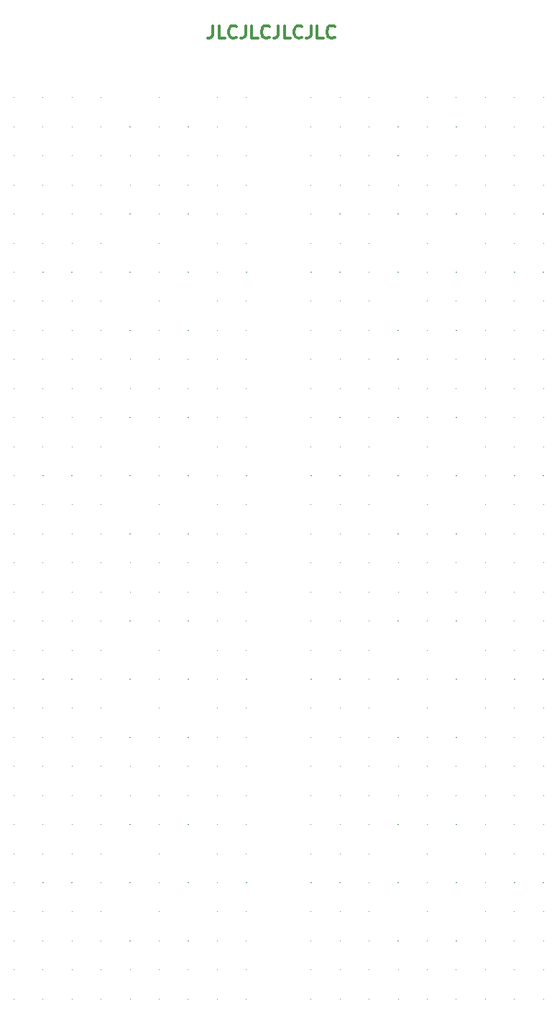
<source format=gbr>
%TF.GenerationSoftware,KiCad,Pcbnew,8.0.1*%
%TF.CreationDate,2024-04-01T01:10:39-04:00*%
%TF.ProjectId,RGB-Panel,5247422d-5061-46e6-956c-2e6b69636164,V3.0*%
%TF.SameCoordinates,Original*%
%TF.FileFunction,Legend,Top*%
%TF.FilePolarity,Positive*%
%FSLAX46Y46*%
G04 Gerber Fmt 4.6, Leading zero omitted, Abs format (unit mm)*
G04 Created by KiCad (PCBNEW 8.0.1) date 2024-04-01 01:10:39*
%MOMM*%
%LPD*%
G01*
G04 APERTURE LIST*
%ADD10C,0.300000*%
%ADD11C,0.100000*%
%ADD12C,0.500000*%
%ADD13R,0.500000X0.500000*%
%ADD14C,1.152000*%
%ADD15C,3.000000*%
G04 APERTURE END LIST*
D10*
X33046428Y-1953328D02*
X33046428Y-3024757D01*
X33046428Y-3024757D02*
X32974999Y-3239042D01*
X32974999Y-3239042D02*
X32832142Y-3381900D01*
X32832142Y-3381900D02*
X32617856Y-3453328D01*
X32617856Y-3453328D02*
X32474999Y-3453328D01*
X34474999Y-3453328D02*
X33760713Y-3453328D01*
X33760713Y-3453328D02*
X33760713Y-1953328D01*
X35832142Y-3310471D02*
X35760714Y-3381900D01*
X35760714Y-3381900D02*
X35546428Y-3453328D01*
X35546428Y-3453328D02*
X35403571Y-3453328D01*
X35403571Y-3453328D02*
X35189285Y-3381900D01*
X35189285Y-3381900D02*
X35046428Y-3239042D01*
X35046428Y-3239042D02*
X34974999Y-3096185D01*
X34974999Y-3096185D02*
X34903571Y-2810471D01*
X34903571Y-2810471D02*
X34903571Y-2596185D01*
X34903571Y-2596185D02*
X34974999Y-2310471D01*
X34974999Y-2310471D02*
X35046428Y-2167614D01*
X35046428Y-2167614D02*
X35189285Y-2024757D01*
X35189285Y-2024757D02*
X35403571Y-1953328D01*
X35403571Y-1953328D02*
X35546428Y-1953328D01*
X35546428Y-1953328D02*
X35760714Y-2024757D01*
X35760714Y-2024757D02*
X35832142Y-2096185D01*
X36903571Y-1953328D02*
X36903571Y-3024757D01*
X36903571Y-3024757D02*
X36832142Y-3239042D01*
X36832142Y-3239042D02*
X36689285Y-3381900D01*
X36689285Y-3381900D02*
X36474999Y-3453328D01*
X36474999Y-3453328D02*
X36332142Y-3453328D01*
X38332142Y-3453328D02*
X37617856Y-3453328D01*
X37617856Y-3453328D02*
X37617856Y-1953328D01*
X39689285Y-3310471D02*
X39617857Y-3381900D01*
X39617857Y-3381900D02*
X39403571Y-3453328D01*
X39403571Y-3453328D02*
X39260714Y-3453328D01*
X39260714Y-3453328D02*
X39046428Y-3381900D01*
X39046428Y-3381900D02*
X38903571Y-3239042D01*
X38903571Y-3239042D02*
X38832142Y-3096185D01*
X38832142Y-3096185D02*
X38760714Y-2810471D01*
X38760714Y-2810471D02*
X38760714Y-2596185D01*
X38760714Y-2596185D02*
X38832142Y-2310471D01*
X38832142Y-2310471D02*
X38903571Y-2167614D01*
X38903571Y-2167614D02*
X39046428Y-2024757D01*
X39046428Y-2024757D02*
X39260714Y-1953328D01*
X39260714Y-1953328D02*
X39403571Y-1953328D01*
X39403571Y-1953328D02*
X39617857Y-2024757D01*
X39617857Y-2024757D02*
X39689285Y-2096185D01*
X40760714Y-1953328D02*
X40760714Y-3024757D01*
X40760714Y-3024757D02*
X40689285Y-3239042D01*
X40689285Y-3239042D02*
X40546428Y-3381900D01*
X40546428Y-3381900D02*
X40332142Y-3453328D01*
X40332142Y-3453328D02*
X40189285Y-3453328D01*
X42189285Y-3453328D02*
X41474999Y-3453328D01*
X41474999Y-3453328D02*
X41474999Y-1953328D01*
X43546428Y-3310471D02*
X43475000Y-3381900D01*
X43475000Y-3381900D02*
X43260714Y-3453328D01*
X43260714Y-3453328D02*
X43117857Y-3453328D01*
X43117857Y-3453328D02*
X42903571Y-3381900D01*
X42903571Y-3381900D02*
X42760714Y-3239042D01*
X42760714Y-3239042D02*
X42689285Y-3096185D01*
X42689285Y-3096185D02*
X42617857Y-2810471D01*
X42617857Y-2810471D02*
X42617857Y-2596185D01*
X42617857Y-2596185D02*
X42689285Y-2310471D01*
X42689285Y-2310471D02*
X42760714Y-2167614D01*
X42760714Y-2167614D02*
X42903571Y-2024757D01*
X42903571Y-2024757D02*
X43117857Y-1953328D01*
X43117857Y-1953328D02*
X43260714Y-1953328D01*
X43260714Y-1953328D02*
X43475000Y-2024757D01*
X43475000Y-2024757D02*
X43546428Y-2096185D01*
X44617857Y-1953328D02*
X44617857Y-3024757D01*
X44617857Y-3024757D02*
X44546428Y-3239042D01*
X44546428Y-3239042D02*
X44403571Y-3381900D01*
X44403571Y-3381900D02*
X44189285Y-3453328D01*
X44189285Y-3453328D02*
X44046428Y-3453328D01*
X46046428Y-3453328D02*
X45332142Y-3453328D01*
X45332142Y-3453328D02*
X45332142Y-1953328D01*
X47403571Y-3310471D02*
X47332143Y-3381900D01*
X47332143Y-3381900D02*
X47117857Y-3453328D01*
X47117857Y-3453328D02*
X46975000Y-3453328D01*
X46975000Y-3453328D02*
X46760714Y-3381900D01*
X46760714Y-3381900D02*
X46617857Y-3239042D01*
X46617857Y-3239042D02*
X46546428Y-3096185D01*
X46546428Y-3096185D02*
X46475000Y-2810471D01*
X46475000Y-2810471D02*
X46475000Y-2596185D01*
X46475000Y-2596185D02*
X46546428Y-2310471D01*
X46546428Y-2310471D02*
X46617857Y-2167614D01*
X46617857Y-2167614D02*
X46760714Y-2024757D01*
X46760714Y-2024757D02*
X46975000Y-1953328D01*
X46975000Y-1953328D02*
X47117857Y-1953328D01*
X47117857Y-1953328D02*
X47332143Y-2024757D01*
X47332143Y-2024757D02*
X47403571Y-2096185D01*
D11*
%TO.C,N65-0*%
X13056009Y-34404000D02*
G75*
G02*
X13006009Y-34404000I-25000J0D01*
G01*
X13006009Y-34404000D02*
G75*
G02*
X13056009Y-34404000I25000J0D01*
G01*
%TO.C,N121-1*%
X54902009Y-54942000D02*
G75*
G02*
X54852009Y-54942000I-25000J0D01*
G01*
X54852009Y-54942000D02*
G75*
G02*
X54902009Y-54942000I25000J0D01*
G01*
%TO.C,N222-0*%
X26748009Y-92595000D02*
G75*
G02*
X26698009Y-92595000I-25000J0D01*
G01*
X26698009Y-92595000D02*
G75*
G02*
X26748009Y-92595000I25000J0D01*
G01*
%TO.C,N261-0*%
X37017009Y-106287000D02*
G75*
G02*
X36967009Y-106287000I-25000J0D01*
G01*
X36967009Y-106287000D02*
G75*
G02*
X37017009Y-106287000I25000J0D01*
G01*
%TO.C,N57-1*%
X51479009Y-30981000D02*
G75*
G02*
X51429009Y-30981000I-25000J0D01*
G01*
X51429009Y-30981000D02*
G75*
G02*
X51479009Y-30981000I25000J0D01*
G01*
%TO.C,N73-0*%
X9633009Y-37827000D02*
G75*
G02*
X9583009Y-37827000I-25000J0D01*
G01*
X9583009Y-37827000D02*
G75*
G02*
X9633009Y-37827000I25000J0D01*
G01*
%TO.C,N228-1*%
X51479009Y-96018000D02*
G75*
G02*
X51429009Y-96018000I-25000J0D01*
G01*
X51429009Y-96018000D02*
G75*
G02*
X51479009Y-96018000I25000J0D01*
G01*
%TO.C,N287-1*%
X68594009Y-116556000D02*
G75*
G02*
X68544009Y-116556000I-25000J0D01*
G01*
X68544009Y-116556000D02*
G75*
G02*
X68594009Y-116556000I25000J0D01*
G01*
%TO.C,N225-1*%
X72017009Y-92595000D02*
G75*
G02*
X71967009Y-92595000I-25000J0D01*
G01*
X71967009Y-92595000D02*
G75*
G02*
X72017009Y-92595000I25000J0D01*
G01*
%TO.C,N21-0*%
X16479009Y-17289000D02*
G75*
G02*
X16429009Y-17289000I-25000J0D01*
G01*
X16429009Y-17289000D02*
G75*
G02*
X16479009Y-17289000I25000J0D01*
G01*
%TO.C,N15-1*%
X61748009Y-13866000D02*
G75*
G02*
X61698009Y-13866000I-25000J0D01*
G01*
X61698009Y-13866000D02*
G75*
G02*
X61748009Y-13866000I25000J0D01*
G01*
%TO.C,N285-0*%
X26748009Y-116556000D02*
G75*
G02*
X26698009Y-116556000I-25000J0D01*
G01*
X26698009Y-116556000D02*
G75*
G02*
X26748009Y-116556000I25000J0D01*
G01*
%TO.C,N193-1*%
X54902009Y-82326000D02*
G75*
G02*
X54852009Y-82326000I-25000J0D01*
G01*
X54852009Y-82326000D02*
G75*
G02*
X54902009Y-82326000I25000J0D01*
G01*
%TO.C,N241-1*%
X65171009Y-99441000D02*
G75*
G02*
X65121009Y-99441000I-25000J0D01*
G01*
X65121009Y-99441000D02*
G75*
G02*
X65171009Y-99441000I25000J0D01*
G01*
%TO.C,N121-0*%
X19902009Y-54942000D02*
G75*
G02*
X19852009Y-54942000I-25000J0D01*
G01*
X19852009Y-54942000D02*
G75*
G02*
X19902009Y-54942000I25000J0D01*
G01*
%TO.C,N7-0*%
X30171009Y-10443000D02*
G75*
G02*
X30121009Y-10443000I-25000J0D01*
G01*
X30121009Y-10443000D02*
G75*
G02*
X30171009Y-10443000I25000J0D01*
G01*
%TO.C,N155-0*%
X13056009Y-68634000D02*
G75*
G02*
X13006009Y-68634000I-25000J0D01*
G01*
X13006009Y-68634000D02*
G75*
G02*
X13056009Y-68634000I25000J0D01*
G01*
%TO.C,N243-0*%
X37017009Y-99441000D02*
G75*
G02*
X36967009Y-99441000I-25000J0D01*
G01*
X36967009Y-99441000D02*
G75*
G02*
X37017009Y-99441000I25000J0D01*
G01*
%TO.C,N77-0*%
X23325009Y-37827000D02*
G75*
G02*
X23275009Y-37827000I-25000J0D01*
G01*
X23275009Y-37827000D02*
G75*
G02*
X23325009Y-37827000I25000J0D01*
G01*
%TO.C,N217-1*%
X44633009Y-92595000D02*
G75*
G02*
X44583009Y-92595000I-25000J0D01*
G01*
X44583009Y-92595000D02*
G75*
G02*
X44633009Y-92595000I25000J0D01*
G01*
%TO.C,N127-0*%
X9633009Y-58365000D02*
G75*
G02*
X9583009Y-58365000I-25000J0D01*
G01*
X9583009Y-58365000D02*
G75*
G02*
X9633009Y-58365000I25000J0D01*
G01*
%TO.C,N140-0*%
X23325009Y-61788000D02*
G75*
G02*
X23275009Y-61788000I-25000J0D01*
G01*
X23275009Y-61788000D02*
G75*
G02*
X23325009Y-61788000I25000J0D01*
G01*
%TO.C,N260-0*%
X33594009Y-106287000D02*
G75*
G02*
X33544009Y-106287000I-25000J0D01*
G01*
X33544009Y-106287000D02*
G75*
G02*
X33594009Y-106287000I25000J0D01*
G01*
%TO.C,N57-0*%
X16479009Y-30981000D02*
G75*
G02*
X16429009Y-30981000I-25000J0D01*
G01*
X16429009Y-30981000D02*
G75*
G02*
X16479009Y-30981000I25000J0D01*
G01*
%TO.C,N38-1*%
X48056009Y-24135000D02*
G75*
G02*
X48006009Y-24135000I-25000J0D01*
G01*
X48006009Y-24135000D02*
G75*
G02*
X48056009Y-24135000I25000J0D01*
G01*
%TO.C,N53-0*%
X33594009Y-27558000D02*
G75*
G02*
X33544009Y-27558000I-25000J0D01*
G01*
X33544009Y-27558000D02*
G75*
G02*
X33594009Y-27558000I25000J0D01*
G01*
%TO.C,N179-0*%
X33594009Y-75480000D02*
G75*
G02*
X33544009Y-75480000I-25000J0D01*
G01*
X33544009Y-75480000D02*
G75*
G02*
X33594009Y-75480000I25000J0D01*
G01*
%TO.C,N220-0*%
X19902009Y-92595000D02*
G75*
G02*
X19852009Y-92595000I-25000J0D01*
G01*
X19852009Y-92595000D02*
G75*
G02*
X19902009Y-92595000I25000J0D01*
G01*
%TO.C,N284-1*%
X58325009Y-116556000D02*
G75*
G02*
X58275009Y-116556000I-25000J0D01*
G01*
X58275009Y-116556000D02*
G75*
G02*
X58325009Y-116556000I25000J0D01*
G01*
%TO.C,N3-1*%
X51479009Y-10443000D02*
G75*
G02*
X51429009Y-10443000I-25000J0D01*
G01*
X51429009Y-10443000D02*
G75*
G02*
X51479009Y-10443000I25000J0D01*
G01*
%TO.C,N262-1*%
X44633009Y-109710000D02*
G75*
G02*
X44583009Y-109710000I-25000J0D01*
G01*
X44583009Y-109710000D02*
G75*
G02*
X44633009Y-109710000I25000J0D01*
G01*
%TO.C,N275-1*%
X58325009Y-113133000D02*
G75*
G02*
X58275009Y-113133000I-25000J0D01*
G01*
X58275009Y-113133000D02*
G75*
G02*
X58325009Y-113133000I25000J0D01*
G01*
%TO.C,N193-0*%
X19902009Y-82326000D02*
G75*
G02*
X19852009Y-82326000I-25000J0D01*
G01*
X19852009Y-82326000D02*
G75*
G02*
X19902009Y-82326000I25000J0D01*
G01*
%TO.C,N15-0*%
X26748009Y-13866000D02*
G75*
G02*
X26698009Y-13866000I-25000J0D01*
G01*
X26698009Y-13866000D02*
G75*
G02*
X26748009Y-13866000I25000J0D01*
G01*
%TO.C,N164-1*%
X48056009Y-72057000D02*
G75*
G02*
X48006009Y-72057000I-25000J0D01*
G01*
X48006009Y-72057000D02*
G75*
G02*
X48056009Y-72057000I25000J0D01*
G01*
%TO.C,N268-0*%
X30171009Y-109710000D02*
G75*
G02*
X30121009Y-109710000I-25000J0D01*
G01*
X30121009Y-109710000D02*
G75*
G02*
X30171009Y-109710000I25000J0D01*
G01*
%TO.C,N44-1*%
X68594009Y-24135000D02*
G75*
G02*
X68544009Y-24135000I-25000J0D01*
G01*
X68544009Y-24135000D02*
G75*
G02*
X68594009Y-24135000I25000J0D01*
G01*
%TO.C,N42-0*%
X26748009Y-24135000D02*
G75*
G02*
X26698009Y-24135000I-25000J0D01*
G01*
X26698009Y-24135000D02*
G75*
G02*
X26748009Y-24135000I25000J0D01*
G01*
%TO.C,N231-1*%
X61748009Y-96018000D02*
G75*
G02*
X61698009Y-96018000I-25000J0D01*
G01*
X61698009Y-96018000D02*
G75*
G02*
X61748009Y-96018000I25000J0D01*
G01*
%TO.C,N71-0*%
X33594009Y-34404000D02*
G75*
G02*
X33544009Y-34404000I-25000J0D01*
G01*
X33544009Y-34404000D02*
G75*
G02*
X33594009Y-34404000I25000J0D01*
G01*
%TO.C,N203-0*%
X23325009Y-85749000D02*
G75*
G02*
X23275009Y-85749000I-25000J0D01*
G01*
X23275009Y-85749000D02*
G75*
G02*
X23325009Y-85749000I25000J0D01*
G01*
%TO.C,N6-0*%
X26748009Y-10443000D02*
G75*
G02*
X26698009Y-10443000I-25000J0D01*
G01*
X26698009Y-10443000D02*
G75*
G02*
X26748009Y-10443000I25000J0D01*
G01*
%TO.C,N171-1*%
X72017009Y-72057000D02*
G75*
G02*
X71967009Y-72057000I-25000J0D01*
G01*
X71967009Y-72057000D02*
G75*
G02*
X72017009Y-72057000I25000J0D01*
G01*
%TO.C,N66-0*%
X16479009Y-34404000D02*
G75*
G02*
X16429009Y-34404000I-25000J0D01*
G01*
X16429009Y-34404000D02*
G75*
G02*
X16479009Y-34404000I25000J0D01*
G01*
%TO.C,N49-0*%
X19902009Y-27558000D02*
G75*
G02*
X19852009Y-27558000I-25000J0D01*
G01*
X19852009Y-27558000D02*
G75*
G02*
X19902009Y-27558000I25000J0D01*
G01*
%TO.C,N147-0*%
X16479009Y-65211000D02*
G75*
G02*
X16429009Y-65211000I-25000J0D01*
G01*
X16429009Y-65211000D02*
G75*
G02*
X16479009Y-65211000I25000J0D01*
G01*
%TO.C,N30-0*%
X16479009Y-20712000D02*
G75*
G02*
X16429009Y-20712000I-25000J0D01*
G01*
X16429009Y-20712000D02*
G75*
G02*
X16479009Y-20712000I25000J0D01*
G01*
%TO.C,N68-1*%
X58325009Y-34404000D02*
G75*
G02*
X58275009Y-34404000I-25000J0D01*
G01*
X58275009Y-34404000D02*
G75*
G02*
X58325009Y-34404000I25000J0D01*
G01*
%TO.C,N200-1*%
X48056009Y-85749000D02*
G75*
G02*
X48006009Y-85749000I-25000J0D01*
G01*
X48006009Y-85749000D02*
G75*
G02*
X48056009Y-85749000I25000J0D01*
G01*
%TO.C,N216-1*%
X72017009Y-89172000D02*
G75*
G02*
X71967009Y-89172000I-25000J0D01*
G01*
X71967009Y-89172000D02*
G75*
G02*
X72017009Y-89172000I25000J0D01*
G01*
%TO.C,N197-1*%
X68594009Y-82326000D02*
G75*
G02*
X68544009Y-82326000I-25000J0D01*
G01*
X68544009Y-82326000D02*
G75*
G02*
X68594009Y-82326000I25000J0D01*
G01*
%TO.C,N56-1*%
X48056009Y-30981000D02*
G75*
G02*
X48006009Y-30981000I-25000J0D01*
G01*
X48006009Y-30981000D02*
G75*
G02*
X48056009Y-30981000I25000J0D01*
G01*
%TO.C,N111-0*%
X16479009Y-51519000D02*
G75*
G02*
X16429009Y-51519000I-25000J0D01*
G01*
X16429009Y-51519000D02*
G75*
G02*
X16479009Y-51519000I25000J0D01*
G01*
%TO.C,N175-0*%
X19902009Y-75480000D02*
G75*
G02*
X19852009Y-75480000I-25000J0D01*
G01*
X19852009Y-75480000D02*
G75*
G02*
X19902009Y-75480000I25000J0D01*
G01*
%TO.C,N21-1*%
X51479009Y-17289000D02*
G75*
G02*
X51429009Y-17289000I-25000J0D01*
G01*
X51429009Y-17289000D02*
G75*
G02*
X51479009Y-17289000I25000J0D01*
G01*
%TO.C,N131-0*%
X23325009Y-58365000D02*
G75*
G02*
X23275009Y-58365000I-25000J0D01*
G01*
X23275009Y-58365000D02*
G75*
G02*
X23325009Y-58365000I25000J0D01*
G01*
%TO.C,N221-1*%
X58325009Y-92595000D02*
G75*
G02*
X58275009Y-92595000I-25000J0D01*
G01*
X58275009Y-92595000D02*
G75*
G02*
X58325009Y-92595000I25000J0D01*
G01*
%TO.C,N189-1*%
X72017009Y-78903000D02*
G75*
G02*
X71967009Y-78903000I-25000J0D01*
G01*
X71967009Y-78903000D02*
G75*
G02*
X72017009Y-78903000I25000J0D01*
G01*
%TO.C,N2-1*%
X48056009Y-10443000D02*
G75*
G02*
X48006009Y-10443000I-25000J0D01*
G01*
X48006009Y-10443000D02*
G75*
G02*
X48056009Y-10443000I25000J0D01*
G01*
%TO.C,N25-0*%
X30171009Y-17289000D02*
G75*
G02*
X30121009Y-17289000I-25000J0D01*
G01*
X30121009Y-17289000D02*
G75*
G02*
X30171009Y-17289000I25000J0D01*
G01*
%TO.C,N100-1*%
X44633009Y-48096000D02*
G75*
G02*
X44583009Y-48096000I-25000J0D01*
G01*
X44583009Y-48096000D02*
G75*
G02*
X44633009Y-48096000I25000J0D01*
G01*
%TO.C,N202-1*%
X54902009Y-85749000D02*
G75*
G02*
X54852009Y-85749000I-25000J0D01*
G01*
X54852009Y-85749000D02*
G75*
G02*
X54902009Y-85749000I25000J0D01*
G01*
%TO.C,N192-0*%
X16479009Y-82326000D02*
G75*
G02*
X16429009Y-82326000I-25000J0D01*
G01*
X16429009Y-82326000D02*
G75*
G02*
X16479009Y-82326000I25000J0D01*
G01*
%TO.C,N106-1*%
X65171009Y-48096000D02*
G75*
G02*
X65121009Y-48096000I-25000J0D01*
G01*
X65121009Y-48096000D02*
G75*
G02*
X65171009Y-48096000I25000J0D01*
G01*
%TO.C,N117-1*%
X72017009Y-51519000D02*
G75*
G02*
X71967009Y-51519000I-25000J0D01*
G01*
X71967009Y-51519000D02*
G75*
G02*
X72017009Y-51519000I25000J0D01*
G01*
%TO.C,N273-1*%
X51479009Y-113133000D02*
G75*
G02*
X51429009Y-113133000I-25000J0D01*
G01*
X51429009Y-113133000D02*
G75*
G02*
X51479009Y-113133000I25000J0D01*
G01*
%TO.C,N13-0*%
X19902009Y-13866000D02*
G75*
G02*
X19852009Y-13866000I-25000J0D01*
G01*
X19852009Y-13866000D02*
G75*
G02*
X19902009Y-13866000I25000J0D01*
G01*
%TO.C,N81-0*%
X37017009Y-37827000D02*
G75*
G02*
X36967009Y-37827000I-25000J0D01*
G01*
X36967009Y-37827000D02*
G75*
G02*
X37017009Y-37827000I25000J0D01*
G01*
%TO.C,N242-0*%
X33594009Y-99441000D02*
G75*
G02*
X33544009Y-99441000I-25000J0D01*
G01*
X33544009Y-99441000D02*
G75*
G02*
X33594009Y-99441000I25000J0D01*
G01*
%TO.C,N151-0*%
X30171009Y-65211000D02*
G75*
G02*
X30121009Y-65211000I-25000J0D01*
G01*
X30121009Y-65211000D02*
G75*
G02*
X30171009Y-65211000I25000J0D01*
G01*
%TO.C,N240-1*%
X61748009Y-99441000D02*
G75*
G02*
X61698009Y-99441000I-25000J0D01*
G01*
X61698009Y-99441000D02*
G75*
G02*
X61748009Y-99441000I25000J0D01*
G01*
%TO.C,N212-0*%
X23325009Y-89172000D02*
G75*
G02*
X23275009Y-89172000I-25000J0D01*
G01*
X23275009Y-89172000D02*
G75*
G02*
X23325009Y-89172000I25000J0D01*
G01*
%TO.C,N19-1*%
X44633009Y-17289000D02*
G75*
G02*
X44583009Y-17289000I-25000J0D01*
G01*
X44583009Y-17289000D02*
G75*
G02*
X44633009Y-17289000I25000J0D01*
G01*
%TO.C,N50-0*%
X23325009Y-27558000D02*
G75*
G02*
X23275009Y-27558000I-25000J0D01*
G01*
X23275009Y-27558000D02*
G75*
G02*
X23325009Y-27558000I25000J0D01*
G01*
%TO.C,N220-1*%
X54902009Y-92595000D02*
G75*
G02*
X54852009Y-92595000I-25000J0D01*
G01*
X54852009Y-92595000D02*
G75*
G02*
X54902009Y-92595000I25000J0D01*
G01*
%TO.C,N182-1*%
X48056009Y-78903000D02*
G75*
G02*
X48006009Y-78903000I-25000J0D01*
G01*
X48006009Y-78903000D02*
G75*
G02*
X48056009Y-78903000I25000J0D01*
G01*
%TO.C,N252-1*%
X72017009Y-102864000D02*
G75*
G02*
X71967009Y-102864000I-25000J0D01*
G01*
X71967009Y-102864000D02*
G75*
G02*
X72017009Y-102864000I25000J0D01*
G01*
%TO.C,N208-0*%
X9633009Y-89172000D02*
G75*
G02*
X9583009Y-89172000I-25000J0D01*
G01*
X9583009Y-89172000D02*
G75*
G02*
X9633009Y-89172000I25000J0D01*
G01*
%TO.C,N177-1*%
X61748009Y-75480000D02*
G75*
G02*
X61698009Y-75480000I-25000J0D01*
G01*
X61698009Y-75480000D02*
G75*
G02*
X61748009Y-75480000I25000J0D01*
G01*
%TO.C,N260-1*%
X68594009Y-106287000D02*
G75*
G02*
X68544009Y-106287000I-25000J0D01*
G01*
X68544009Y-106287000D02*
G75*
G02*
X68594009Y-106287000I25000J0D01*
G01*
%TO.C,N232-0*%
X30171009Y-96018000D02*
G75*
G02*
X30121009Y-96018000I-25000J0D01*
G01*
X30121009Y-96018000D02*
G75*
G02*
X30171009Y-96018000I25000J0D01*
G01*
%TO.C,N264-1*%
X51479009Y-109710000D02*
G75*
G02*
X51429009Y-109710000I-25000J0D01*
G01*
X51429009Y-109710000D02*
G75*
G02*
X51479009Y-109710000I25000J0D01*
G01*
%TO.C,N145-0*%
X9633009Y-65211000D02*
G75*
G02*
X9583009Y-65211000I-25000J0D01*
G01*
X9583009Y-65211000D02*
G75*
G02*
X9633009Y-65211000I25000J0D01*
G01*
%TO.C,N100-0*%
X9633009Y-48096000D02*
G75*
G02*
X9583009Y-48096000I-25000J0D01*
G01*
X9583009Y-48096000D02*
G75*
G02*
X9633009Y-48096000I25000J0D01*
G01*
%TO.C,N46-1*%
X44633009Y-27558000D02*
G75*
G02*
X44583009Y-27558000I-25000J0D01*
G01*
X44583009Y-27558000D02*
G75*
G02*
X44633009Y-27558000I25000J0D01*
G01*
%TO.C,N36-1*%
X72017009Y-20712000D02*
G75*
G02*
X71967009Y-20712000I-25000J0D01*
G01*
X71967009Y-20712000D02*
G75*
G02*
X72017009Y-20712000I25000J0D01*
G01*
%TO.C,N24-0*%
X26748009Y-17289000D02*
G75*
G02*
X26698009Y-17289000I-25000J0D01*
G01*
X26698009Y-17289000D02*
G75*
G02*
X26748009Y-17289000I25000J0D01*
G01*
%TO.C,N235-0*%
X9633009Y-99441000D02*
G75*
G02*
X9583009Y-99441000I-25000J0D01*
G01*
X9583009Y-99441000D02*
G75*
G02*
X9633009Y-99441000I25000J0D01*
G01*
%TO.C,N201-1*%
X51479009Y-85749000D02*
G75*
G02*
X51429009Y-85749000I-25000J0D01*
G01*
X51429009Y-85749000D02*
G75*
G02*
X51479009Y-85749000I25000J0D01*
G01*
%TO.C,N33-1*%
X61748009Y-20712000D02*
G75*
G02*
X61698009Y-20712000I-25000J0D01*
G01*
X61698009Y-20712000D02*
G75*
G02*
X61748009Y-20712000I25000J0D01*
G01*
%TO.C,N43-0*%
X30171009Y-24135000D02*
G75*
G02*
X30121009Y-24135000I-25000J0D01*
G01*
X30121009Y-24135000D02*
G75*
G02*
X30171009Y-24135000I25000J0D01*
G01*
%TO.C,N128-0*%
X13056009Y-58365000D02*
G75*
G02*
X13006009Y-58365000I-25000J0D01*
G01*
X13006009Y-58365000D02*
G75*
G02*
X13056009Y-58365000I25000J0D01*
G01*
%TO.C,N149-1*%
X58325009Y-65211000D02*
G75*
G02*
X58275009Y-65211000I-25000J0D01*
G01*
X58275009Y-65211000D02*
G75*
G02*
X58325009Y-65211000I25000J0D01*
G01*
%TO.C,N92-0*%
X13056009Y-44673000D02*
G75*
G02*
X13006009Y-44673000I-25000J0D01*
G01*
X13006009Y-44673000D02*
G75*
G02*
X13056009Y-44673000I25000J0D01*
G01*
%TO.C,N174-1*%
X51479009Y-75480000D02*
G75*
G02*
X51429009Y-75480000I-25000J0D01*
G01*
X51429009Y-75480000D02*
G75*
G02*
X51479009Y-75480000I25000J0D01*
G01*
%TO.C,N245-0*%
X13056009Y-102864000D02*
G75*
G02*
X13006009Y-102864000I-25000J0D01*
G01*
X13006009Y-102864000D02*
G75*
G02*
X13056009Y-102864000I25000J0D01*
G01*
%TO.C,N219-0*%
X16479009Y-92595000D02*
G75*
G02*
X16429009Y-92595000I-25000J0D01*
G01*
X16429009Y-92595000D02*
G75*
G02*
X16479009Y-92595000I25000J0D01*
G01*
%TO.C,N191-1*%
X48056009Y-82326000D02*
G75*
G02*
X48006009Y-82326000I-25000J0D01*
G01*
X48006009Y-82326000D02*
G75*
G02*
X48056009Y-82326000I25000J0D01*
G01*
%TO.C,N278-1*%
X68594009Y-113133000D02*
G75*
G02*
X68544009Y-113133000I-25000J0D01*
G01*
X68544009Y-113133000D02*
G75*
G02*
X68594009Y-113133000I25000J0D01*
G01*
%TO.C,N137-1*%
X48056009Y-61788000D02*
G75*
G02*
X48006009Y-61788000I-25000J0D01*
G01*
X48006009Y-61788000D02*
G75*
G02*
X48056009Y-61788000I25000J0D01*
G01*
%TO.C,N89-0*%
X33594009Y-41250000D02*
G75*
G02*
X33544009Y-41250000I-25000J0D01*
G01*
X33544009Y-41250000D02*
G75*
G02*
X33594009Y-41250000I25000J0D01*
G01*
%TO.C,N283-0*%
X19902009Y-116556000D02*
G75*
G02*
X19852009Y-116556000I-25000J0D01*
G01*
X19852009Y-116556000D02*
G75*
G02*
X19902009Y-116556000I25000J0D01*
G01*
%TO.C,N198-1*%
X72017009Y-82326000D02*
G75*
G02*
X71967009Y-82326000I-25000J0D01*
G01*
X71967009Y-82326000D02*
G75*
G02*
X72017009Y-82326000I25000J0D01*
G01*
%TO.C,N9-0*%
X37017009Y-10443000D02*
G75*
G02*
X36967009Y-10443000I-25000J0D01*
G01*
X36967009Y-10443000D02*
G75*
G02*
X37017009Y-10443000I25000J0D01*
G01*
%TO.C,N45-1*%
X72017009Y-24135000D02*
G75*
G02*
X71967009Y-24135000I-25000J0D01*
G01*
X71967009Y-24135000D02*
G75*
G02*
X72017009Y-24135000I25000J0D01*
G01*
%TO.C,N238-0*%
X19902009Y-99441000D02*
G75*
G02*
X19852009Y-99441000I-25000J0D01*
G01*
X19852009Y-99441000D02*
G75*
G02*
X19902009Y-99441000I25000J0D01*
G01*
%TO.C,N40-1*%
X54902009Y-24135000D02*
G75*
G02*
X54852009Y-24135000I-25000J0D01*
G01*
X54852009Y-24135000D02*
G75*
G02*
X54902009Y-24135000I25000J0D01*
G01*
%TO.C,N9-1*%
X72017009Y-10443000D02*
G75*
G02*
X71967009Y-10443000I-25000J0D01*
G01*
X71967009Y-10443000D02*
G75*
G02*
X72017009Y-10443000I25000J0D01*
G01*
%TO.C,N242-1*%
X68594009Y-99441000D02*
G75*
G02*
X68544009Y-99441000I-25000J0D01*
G01*
X68544009Y-99441000D02*
G75*
G02*
X68594009Y-99441000I25000J0D01*
G01*
%TO.C,N113-1*%
X58325009Y-51519000D02*
G75*
G02*
X58275009Y-51519000I-25000J0D01*
G01*
X58275009Y-51519000D02*
G75*
G02*
X58325009Y-51519000I25000J0D01*
G01*
%TO.C,N28-1*%
X44633009Y-20712000D02*
G75*
G02*
X44583009Y-20712000I-25000J0D01*
G01*
X44583009Y-20712000D02*
G75*
G02*
X44633009Y-20712000I25000J0D01*
G01*
%TO.C,N10-1*%
X44633009Y-13866000D02*
G75*
G02*
X44583009Y-13866000I-25000J0D01*
G01*
X44583009Y-13866000D02*
G75*
G02*
X44633009Y-13866000I25000J0D01*
G01*
%TO.C,N173-1*%
X48056009Y-75480000D02*
G75*
G02*
X48006009Y-75480000I-25000J0D01*
G01*
X48006009Y-75480000D02*
G75*
G02*
X48056009Y-75480000I25000J0D01*
G01*
%TO.C,N160-1*%
X65171009Y-68634000D02*
G75*
G02*
X65121009Y-68634000I-25000J0D01*
G01*
X65121009Y-68634000D02*
G75*
G02*
X65171009Y-68634000I25000J0D01*
G01*
%TO.C,N216-0*%
X37017009Y-89172000D02*
G75*
G02*
X36967009Y-89172000I-25000J0D01*
G01*
X36967009Y-89172000D02*
G75*
G02*
X37017009Y-89172000I25000J0D01*
G01*
%TO.C,N112-0*%
X19902009Y-51519000D02*
G75*
G02*
X19852009Y-51519000I-25000J0D01*
G01*
X19852009Y-51519000D02*
G75*
G02*
X19902009Y-51519000I25000J0D01*
G01*
%TO.C,N199-0*%
X9633009Y-85749000D02*
G75*
G02*
X9583009Y-85749000I-25000J0D01*
G01*
X9583009Y-85749000D02*
G75*
G02*
X9633009Y-85749000I25000J0D01*
G01*
%TO.C,N210-1*%
X51479009Y-89172000D02*
G75*
G02*
X51429009Y-89172000I-25000J0D01*
G01*
X51429009Y-89172000D02*
G75*
G02*
X51479009Y-89172000I25000J0D01*
G01*
%TO.C,N213-0*%
X26748009Y-89172000D02*
G75*
G02*
X26698009Y-89172000I-25000J0D01*
G01*
X26698009Y-89172000D02*
G75*
G02*
X26748009Y-89172000I25000J0D01*
G01*
%TO.C,N156-0*%
X16479009Y-68634000D02*
G75*
G02*
X16429009Y-68634000I-25000J0D01*
G01*
X16429009Y-68634000D02*
G75*
G02*
X16479009Y-68634000I25000J0D01*
G01*
%TO.C,N139-0*%
X19902009Y-61788000D02*
G75*
G02*
X19852009Y-61788000I-25000J0D01*
G01*
X19852009Y-61788000D02*
G75*
G02*
X19902009Y-61788000I25000J0D01*
G01*
%TO.C,N272-1*%
X48056009Y-113133000D02*
G75*
G02*
X48006009Y-113133000I-25000J0D01*
G01*
X48006009Y-113133000D02*
G75*
G02*
X48056009Y-113133000I25000J0D01*
G01*
%TO.C,N203-1*%
X58325009Y-85749000D02*
G75*
G02*
X58275009Y-85749000I-25000J0D01*
G01*
X58275009Y-85749000D02*
G75*
G02*
X58325009Y-85749000I25000J0D01*
G01*
%TO.C,N116-1*%
X68594009Y-51519000D02*
G75*
G02*
X68544009Y-51519000I-25000J0D01*
G01*
X68544009Y-51519000D02*
G75*
G02*
X68594009Y-51519000I25000J0D01*
G01*
%TO.C,N102-1*%
X51479009Y-48096000D02*
G75*
G02*
X51429009Y-48096000I-25000J0D01*
G01*
X51429009Y-48096000D02*
G75*
G02*
X51479009Y-48096000I25000J0D01*
G01*
%TO.C,N161-1*%
X68594009Y-68634000D02*
G75*
G02*
X68544009Y-68634000I-25000J0D01*
G01*
X68544009Y-68634000D02*
G75*
G02*
X68594009Y-68634000I25000J0D01*
G01*
%TO.C,N133-1*%
X65171009Y-58365000D02*
G75*
G02*
X65121009Y-58365000I-25000J0D01*
G01*
X65121009Y-58365000D02*
G75*
G02*
X65171009Y-58365000I25000J0D01*
G01*
%TO.C,N163-1*%
X44633009Y-72057000D02*
G75*
G02*
X44583009Y-72057000I-25000J0D01*
G01*
X44583009Y-72057000D02*
G75*
G02*
X44633009Y-72057000I25000J0D01*
G01*
%TO.C,N140-1*%
X58325009Y-61788000D02*
G75*
G02*
X58275009Y-61788000I-25000J0D01*
G01*
X58275009Y-61788000D02*
G75*
G02*
X58325009Y-61788000I25000J0D01*
G01*
%TO.C,N49-1*%
X54902009Y-27558000D02*
G75*
G02*
X54852009Y-27558000I-25000J0D01*
G01*
X54852009Y-27558000D02*
G75*
G02*
X54902009Y-27558000I25000J0D01*
G01*
%TO.C,N256-0*%
X19902009Y-106287000D02*
G75*
G02*
X19852009Y-106287000I-25000J0D01*
G01*
X19852009Y-106287000D02*
G75*
G02*
X19902009Y-106287000I25000J0D01*
G01*
%TO.C,N279-0*%
X37017009Y-113133000D02*
G75*
G02*
X36967009Y-113133000I-25000J0D01*
G01*
X36967009Y-113133000D02*
G75*
G02*
X37017009Y-113133000I25000J0D01*
G01*
%TO.C,N266-0*%
X23325009Y-109710000D02*
G75*
G02*
X23275009Y-109710000I-25000J0D01*
G01*
X23275009Y-109710000D02*
G75*
G02*
X23325009Y-109710000I25000J0D01*
G01*
%TO.C,N119-1*%
X48056009Y-54942000D02*
G75*
G02*
X48006009Y-54942000I-25000J0D01*
G01*
X48006009Y-54942000D02*
G75*
G02*
X48056009Y-54942000I25000J0D01*
G01*
%TO.C,N267-1*%
X61748009Y-109710000D02*
G75*
G02*
X61698009Y-109710000I-25000J0D01*
G01*
X61698009Y-109710000D02*
G75*
G02*
X61748009Y-109710000I25000J0D01*
G01*
%TO.C,N106-0*%
X30171009Y-48096000D02*
G75*
G02*
X30121009Y-48096000I-25000J0D01*
G01*
X30121009Y-48096000D02*
G75*
G02*
X30171009Y-48096000I25000J0D01*
G01*
%TO.C,N155-1*%
X48056009Y-68634000D02*
G75*
G02*
X48006009Y-68634000I-25000J0D01*
G01*
X48006009Y-68634000D02*
G75*
G02*
X48056009Y-68634000I25000J0D01*
G01*
%TO.C,N192-1*%
X51479009Y-82326000D02*
G75*
G02*
X51429009Y-82326000I-25000J0D01*
G01*
X51429009Y-82326000D02*
G75*
G02*
X51479009Y-82326000I25000J0D01*
G01*
%TO.C,N158-0*%
X23325009Y-68634000D02*
G75*
G02*
X23275009Y-68634000I-25000J0D01*
G01*
X23275009Y-68634000D02*
G75*
G02*
X23325009Y-68634000I25000J0D01*
G01*
%TO.C,N78-1*%
X61748009Y-37827000D02*
G75*
G02*
X61698009Y-37827000I-25000J0D01*
G01*
X61698009Y-37827000D02*
G75*
G02*
X61748009Y-37827000I25000J0D01*
G01*
%TO.C,N205-0*%
X30171009Y-85749000D02*
G75*
G02*
X30121009Y-85749000I-25000J0D01*
G01*
X30121009Y-85749000D02*
G75*
G02*
X30171009Y-85749000I25000J0D01*
G01*
%TO.C,N171-0*%
X37017009Y-72057000D02*
G75*
G02*
X36967009Y-72057000I-25000J0D01*
G01*
X36967009Y-72057000D02*
G75*
G02*
X37017009Y-72057000I25000J0D01*
G01*
%TO.C,N66-1*%
X51479009Y-34404000D02*
G75*
G02*
X51429009Y-34404000I-25000J0D01*
G01*
X51429009Y-34404000D02*
G75*
G02*
X51479009Y-34404000I25000J0D01*
G01*
%TO.C,N137-0*%
X13056009Y-61788000D02*
G75*
G02*
X13006009Y-61788000I-25000J0D01*
G01*
X13006009Y-61788000D02*
G75*
G02*
X13056009Y-61788000I25000J0D01*
G01*
%TO.C,N44-0*%
X33594009Y-24135000D02*
G75*
G02*
X33544009Y-24135000I-25000J0D01*
G01*
X33544009Y-24135000D02*
G75*
G02*
X33594009Y-24135000I25000J0D01*
G01*
%TO.C,N135-1*%
X72017009Y-58365000D02*
G75*
G02*
X71967009Y-58365000I-25000J0D01*
G01*
X71967009Y-58365000D02*
G75*
G02*
X72017009Y-58365000I25000J0D01*
G01*
%TO.C,N72-1*%
X72017009Y-34404000D02*
G75*
G02*
X71967009Y-34404000I-25000J0D01*
G01*
X71967009Y-34404000D02*
G75*
G02*
X72017009Y-34404000I25000J0D01*
G01*
%TO.C,N43-1*%
X65171009Y-24135000D02*
G75*
G02*
X65121009Y-24135000I-25000J0D01*
G01*
X65121009Y-24135000D02*
G75*
G02*
X65171009Y-24135000I25000J0D01*
G01*
%TO.C,N194-0*%
X23325009Y-82326000D02*
G75*
G02*
X23275009Y-82326000I-25000J0D01*
G01*
X23275009Y-82326000D02*
G75*
G02*
X23325009Y-82326000I25000J0D01*
G01*
%TO.C,N152-1*%
X68594009Y-65211000D02*
G75*
G02*
X68544009Y-65211000I-25000J0D01*
G01*
X68544009Y-65211000D02*
G75*
G02*
X68594009Y-65211000I25000J0D01*
G01*
%TO.C,N82-0*%
X9633009Y-41250000D02*
G75*
G02*
X9583009Y-41250000I-25000J0D01*
G01*
X9583009Y-41250000D02*
G75*
G02*
X9633009Y-41250000I25000J0D01*
G01*
%TO.C,N180-0*%
X37017009Y-75480000D02*
G75*
G02*
X36967009Y-75480000I-25000J0D01*
G01*
X36967009Y-75480000D02*
G75*
G02*
X37017009Y-75480000I25000J0D01*
G01*
%TO.C,N239-1*%
X58325009Y-99441000D02*
G75*
G02*
X58275009Y-99441000I-25000J0D01*
G01*
X58275009Y-99441000D02*
G75*
G02*
X58325009Y-99441000I25000J0D01*
G01*
%TO.C,N176-0*%
X23325009Y-75480000D02*
G75*
G02*
X23275009Y-75480000I-25000J0D01*
G01*
X23275009Y-75480000D02*
G75*
G02*
X23325009Y-75480000I25000J0D01*
G01*
%TO.C,N115-1*%
X65171009Y-51519000D02*
G75*
G02*
X65121009Y-51519000I-25000J0D01*
G01*
X65121009Y-51519000D02*
G75*
G02*
X65171009Y-51519000I25000J0D01*
G01*
%TO.C,N50-1*%
X58325009Y-27558000D02*
G75*
G02*
X58275009Y-27558000I-25000J0D01*
G01*
X58275009Y-27558000D02*
G75*
G02*
X58325009Y-27558000I25000J0D01*
G01*
%TO.C,N119-0*%
X13056009Y-54942000D02*
G75*
G02*
X13006009Y-54942000I-25000J0D01*
G01*
X13006009Y-54942000D02*
G75*
G02*
X13056009Y-54942000I25000J0D01*
G01*
%TO.C,N26-0*%
X33594009Y-17289000D02*
G75*
G02*
X33544009Y-17289000I-25000J0D01*
G01*
X33544009Y-17289000D02*
G75*
G02*
X33594009Y-17289000I25000J0D01*
G01*
%TO.C,N141-1*%
X61748009Y-61788000D02*
G75*
G02*
X61698009Y-61788000I-25000J0D01*
G01*
X61698009Y-61788000D02*
G75*
G02*
X61748009Y-61788000I25000J0D01*
G01*
%TO.C,N114-0*%
X26748009Y-51519000D02*
G75*
G02*
X26698009Y-51519000I-25000J0D01*
G01*
X26698009Y-51519000D02*
G75*
G02*
X26748009Y-51519000I25000J0D01*
G01*
%TO.C,N257-1*%
X58325009Y-106287000D02*
G75*
G02*
X58275009Y-106287000I-25000J0D01*
G01*
X58275009Y-106287000D02*
G75*
G02*
X58325009Y-106287000I25000J0D01*
G01*
%TO.C,N272-0*%
X13056009Y-113133000D02*
G75*
G02*
X13006009Y-113133000I-25000J0D01*
G01*
X13006009Y-113133000D02*
G75*
G02*
X13056009Y-113133000I25000J0D01*
G01*
%TO.C,N288-0*%
X37017009Y-116556000D02*
G75*
G02*
X36967009Y-116556000I-25000J0D01*
G01*
X36967009Y-116556000D02*
G75*
G02*
X37017009Y-116556000I25000J0D01*
G01*
%TO.C,N101-0*%
X13056009Y-48096000D02*
G75*
G02*
X13006009Y-48096000I-25000J0D01*
G01*
X13006009Y-48096000D02*
G75*
G02*
X13056009Y-48096000I25000J0D01*
G01*
%TO.C,N252-0*%
X37017009Y-102864000D02*
G75*
G02*
X36967009Y-102864000I-25000J0D01*
G01*
X36967009Y-102864000D02*
G75*
G02*
X37017009Y-102864000I25000J0D01*
G01*
%TO.C,N168-0*%
X26748009Y-72057000D02*
G75*
G02*
X26698009Y-72057000I-25000J0D01*
G01*
X26698009Y-72057000D02*
G75*
G02*
X26748009Y-72057000I25000J0D01*
G01*
%TO.C,N200-0*%
X13056009Y-85749000D02*
G75*
G02*
X13006009Y-85749000I-25000J0D01*
G01*
X13006009Y-85749000D02*
G75*
G02*
X13056009Y-85749000I25000J0D01*
G01*
%TO.C,N118-0*%
X9633009Y-54942000D02*
G75*
G02*
X9583009Y-54942000I-25000J0D01*
G01*
X9583009Y-54942000D02*
G75*
G02*
X9633009Y-54942000I25000J0D01*
G01*
%TO.C,N2-0*%
X13056009Y-10443000D02*
G75*
G02*
X13006009Y-10443000I-25000J0D01*
G01*
X13006009Y-10443000D02*
G75*
G02*
X13056009Y-10443000I25000J0D01*
G01*
%TO.C,N25-1*%
X65171009Y-17289000D02*
G75*
G02*
X65121009Y-17289000I-25000J0D01*
G01*
X65121009Y-17289000D02*
G75*
G02*
X65171009Y-17289000I25000J0D01*
G01*
%TO.C,N37-0*%
X9633009Y-24135000D02*
G75*
G02*
X9583009Y-24135000I-25000J0D01*
G01*
X9583009Y-24135000D02*
G75*
G02*
X9633009Y-24135000I25000J0D01*
G01*
%TO.C,N38-0*%
X13056009Y-24135000D02*
G75*
G02*
X13006009Y-24135000I-25000J0D01*
G01*
X13006009Y-24135000D02*
G75*
G02*
X13056009Y-24135000I25000J0D01*
G01*
%TO.C,N190-1*%
X44633009Y-82326000D02*
G75*
G02*
X44583009Y-82326000I-25000J0D01*
G01*
X44583009Y-82326000D02*
G75*
G02*
X44633009Y-82326000I25000J0D01*
G01*
%TO.C,N110-1*%
X48056009Y-51519000D02*
G75*
G02*
X48006009Y-51519000I-25000J0D01*
G01*
X48006009Y-51519000D02*
G75*
G02*
X48056009Y-51519000I25000J0D01*
G01*
%TO.C,N88-1*%
X65171009Y-41250000D02*
G75*
G02*
X65121009Y-41250000I-25000J0D01*
G01*
X65121009Y-41250000D02*
G75*
G02*
X65171009Y-41250000I25000J0D01*
G01*
%TO.C,N67-0*%
X19902009Y-34404000D02*
G75*
G02*
X19852009Y-34404000I-25000J0D01*
G01*
X19852009Y-34404000D02*
G75*
G02*
X19902009Y-34404000I25000J0D01*
G01*
%TO.C,N143-0*%
X33594009Y-61788000D02*
G75*
G02*
X33544009Y-61788000I-25000J0D01*
G01*
X33544009Y-61788000D02*
G75*
G02*
X33594009Y-61788000I25000J0D01*
G01*
%TO.C,N107-0*%
X33594009Y-48096000D02*
G75*
G02*
X33544009Y-48096000I-25000J0D01*
G01*
X33544009Y-48096000D02*
G75*
G02*
X33594009Y-48096000I25000J0D01*
G01*
%TO.C,N60-0*%
X26748009Y-30981000D02*
G75*
G02*
X26698009Y-30981000I-25000J0D01*
G01*
X26698009Y-30981000D02*
G75*
G02*
X26748009Y-30981000I25000J0D01*
G01*
%TO.C,N251-0*%
X33594009Y-102864000D02*
G75*
G02*
X33544009Y-102864000I-25000J0D01*
G01*
X33544009Y-102864000D02*
G75*
G02*
X33594009Y-102864000I25000J0D01*
G01*
%TO.C,N158-1*%
X58325009Y-68634000D02*
G75*
G02*
X58275009Y-68634000I-25000J0D01*
G01*
X58275009Y-68634000D02*
G75*
G02*
X58325009Y-68634000I25000J0D01*
G01*
%TO.C,N246-0*%
X16479009Y-102864000D02*
G75*
G02*
X16429009Y-102864000I-25000J0D01*
G01*
X16429009Y-102864000D02*
G75*
G02*
X16479009Y-102864000I25000J0D01*
G01*
%TO.C,N63-0*%
X37017009Y-30981000D02*
G75*
G02*
X36967009Y-30981000I-25000J0D01*
G01*
X36967009Y-30981000D02*
G75*
G02*
X37017009Y-30981000I25000J0D01*
G01*
%TO.C,N187-0*%
X30171009Y-78903000D02*
G75*
G02*
X30121009Y-78903000I-25000J0D01*
G01*
X30121009Y-78903000D02*
G75*
G02*
X30171009Y-78903000I25000J0D01*
G01*
%TO.C,N229-0*%
X19902009Y-96018000D02*
G75*
G02*
X19852009Y-96018000I-25000J0D01*
G01*
X19852009Y-96018000D02*
G75*
G02*
X19902009Y-96018000I25000J0D01*
G01*
%TO.C,N74-1*%
X48056009Y-37827000D02*
G75*
G02*
X48006009Y-37827000I-25000J0D01*
G01*
X48006009Y-37827000D02*
G75*
G02*
X48056009Y-37827000I25000J0D01*
G01*
%TO.C,N64-0*%
X9633009Y-34404000D02*
G75*
G02*
X9583009Y-34404000I-25000J0D01*
G01*
X9583009Y-34404000D02*
G75*
G02*
X9633009Y-34404000I25000J0D01*
G01*
%TO.C,N62-0*%
X33594009Y-30981000D02*
G75*
G02*
X33544009Y-30981000I-25000J0D01*
G01*
X33544009Y-30981000D02*
G75*
G02*
X33594009Y-30981000I25000J0D01*
G01*
%TO.C,N39-1*%
X51479009Y-24135000D02*
G75*
G02*
X51429009Y-24135000I-25000J0D01*
G01*
X51429009Y-24135000D02*
G75*
G02*
X51479009Y-24135000I25000J0D01*
G01*
%TO.C,N6-1*%
X61748009Y-10443000D02*
G75*
G02*
X61698009Y-10443000I-25000J0D01*
G01*
X61698009Y-10443000D02*
G75*
G02*
X61748009Y-10443000I25000J0D01*
G01*
%TO.C,N126-1*%
X72017009Y-54942000D02*
G75*
G02*
X71967009Y-54942000I-25000J0D01*
G01*
X71967009Y-54942000D02*
G75*
G02*
X72017009Y-54942000I25000J0D01*
G01*
%TO.C,N86-0*%
X23325009Y-41250000D02*
G75*
G02*
X23275009Y-41250000I-25000J0D01*
G01*
X23275009Y-41250000D02*
G75*
G02*
X23325009Y-41250000I25000J0D01*
G01*
%TO.C,N90-0*%
X37017009Y-41250000D02*
G75*
G02*
X36967009Y-41250000I-25000J0D01*
G01*
X36967009Y-41250000D02*
G75*
G02*
X37017009Y-41250000I25000J0D01*
G01*
%TO.C,N82-1*%
X44633009Y-41250000D02*
G75*
G02*
X44583009Y-41250000I-25000J0D01*
G01*
X44583009Y-41250000D02*
G75*
G02*
X44633009Y-41250000I25000J0D01*
G01*
%TO.C,N71-1*%
X68594009Y-34404000D02*
G75*
G02*
X68544009Y-34404000I-25000J0D01*
G01*
X68544009Y-34404000D02*
G75*
G02*
X68594009Y-34404000I25000J0D01*
G01*
%TO.C,N225-0*%
X37017009Y-92595000D02*
G75*
G02*
X36967009Y-92595000I-25000J0D01*
G01*
X36967009Y-92595000D02*
G75*
G02*
X37017009Y-92595000I25000J0D01*
G01*
%TO.C,N207-0*%
X37017009Y-85749000D02*
G75*
G02*
X36967009Y-85749000I-25000J0D01*
G01*
X36967009Y-85749000D02*
G75*
G02*
X37017009Y-85749000I25000J0D01*
G01*
%TO.C,N58-0*%
X19902009Y-30981000D02*
G75*
G02*
X19852009Y-30981000I-25000J0D01*
G01*
X19852009Y-30981000D02*
G75*
G02*
X19902009Y-30981000I25000J0D01*
G01*
%TO.C,N167-1*%
X58325009Y-72057000D02*
G75*
G02*
X58275009Y-72057000I-25000J0D01*
G01*
X58275009Y-72057000D02*
G75*
G02*
X58325009Y-72057000I25000J0D01*
G01*
%TO.C,N180-1*%
X72017009Y-75480000D02*
G75*
G02*
X71967009Y-75480000I-25000J0D01*
G01*
X71967009Y-75480000D02*
G75*
G02*
X72017009Y-75480000I25000J0D01*
G01*
%TO.C,N31-1*%
X54902009Y-20712000D02*
G75*
G02*
X54852009Y-20712000I-25000J0D01*
G01*
X54852009Y-20712000D02*
G75*
G02*
X54902009Y-20712000I25000J0D01*
G01*
%TO.C,N248-1*%
X58325009Y-102864000D02*
G75*
G02*
X58275009Y-102864000I-25000J0D01*
G01*
X58275009Y-102864000D02*
G75*
G02*
X58325009Y-102864000I25000J0D01*
G01*
%TO.C,N54-0*%
X37017009Y-27558000D02*
G75*
G02*
X36967009Y-27558000I-25000J0D01*
G01*
X36967009Y-27558000D02*
G75*
G02*
X37017009Y-27558000I25000J0D01*
G01*
%TO.C,N209-1*%
X48056009Y-89172000D02*
G75*
G02*
X48006009Y-89172000I-25000J0D01*
G01*
X48006009Y-89172000D02*
G75*
G02*
X48056009Y-89172000I25000J0D01*
G01*
%TO.C,N255-0*%
X16479009Y-106287000D02*
G75*
G02*
X16429009Y-106287000I-25000J0D01*
G01*
X16429009Y-106287000D02*
G75*
G02*
X16479009Y-106287000I25000J0D01*
G01*
%TO.C,N27-0*%
X37017009Y-17289000D02*
G75*
G02*
X36967009Y-17289000I-25000J0D01*
G01*
X36967009Y-17289000D02*
G75*
G02*
X37017009Y-17289000I25000J0D01*
G01*
%TO.C,N146-1*%
X48056009Y-65211000D02*
G75*
G02*
X48006009Y-65211000I-25000J0D01*
G01*
X48006009Y-65211000D02*
G75*
G02*
X48056009Y-65211000I25000J0D01*
G01*
%TO.C,N104-0*%
X23325009Y-48096000D02*
G75*
G02*
X23275009Y-48096000I-25000J0D01*
G01*
X23275009Y-48096000D02*
G75*
G02*
X23325009Y-48096000I25000J0D01*
G01*
%TO.C,N98-0*%
X33594009Y-44673000D02*
G75*
G02*
X33544009Y-44673000I-25000J0D01*
G01*
X33544009Y-44673000D02*
G75*
G02*
X33594009Y-44673000I25000J0D01*
G01*
%TO.C,N94-0*%
X19902009Y-44673000D02*
G75*
G02*
X19852009Y-44673000I-25000J0D01*
G01*
X19852009Y-44673000D02*
G75*
G02*
X19902009Y-44673000I25000J0D01*
G01*
%TO.C,N149-0*%
X23325009Y-65211000D02*
G75*
G02*
X23275009Y-65211000I-25000J0D01*
G01*
X23275009Y-65211000D02*
G75*
G02*
X23325009Y-65211000I25000J0D01*
G01*
%TO.C,N69-1*%
X61748009Y-34404000D02*
G75*
G02*
X61698009Y-34404000I-25000J0D01*
G01*
X61698009Y-34404000D02*
G75*
G02*
X61748009Y-34404000I25000J0D01*
G01*
%TO.C,N206-1*%
X68594009Y-85749000D02*
G75*
G02*
X68544009Y-85749000I-25000J0D01*
G01*
X68544009Y-85749000D02*
G75*
G02*
X68594009Y-85749000I25000J0D01*
G01*
%TO.C,N227-1*%
X48056009Y-96018000D02*
G75*
G02*
X48006009Y-96018000I-25000J0D01*
G01*
X48006009Y-96018000D02*
G75*
G02*
X48056009Y-96018000I25000J0D01*
G01*
%TO.C,N95-1*%
X58325009Y-44673000D02*
G75*
G02*
X58275009Y-44673000I-25000J0D01*
G01*
X58275009Y-44673000D02*
G75*
G02*
X58325009Y-44673000I25000J0D01*
G01*
%TO.C,N182-0*%
X13056009Y-78903000D02*
G75*
G02*
X13006009Y-78903000I-25000J0D01*
G01*
X13006009Y-78903000D02*
G75*
G02*
X13056009Y-78903000I25000J0D01*
G01*
%TO.C,N103-1*%
X54902009Y-48096000D02*
G75*
G02*
X54852009Y-48096000I-25000J0D01*
G01*
X54852009Y-48096000D02*
G75*
G02*
X54902009Y-48096000I25000J0D01*
G01*
%TO.C,N23-0*%
X23325009Y-17289000D02*
G75*
G02*
X23275009Y-17289000I-25000J0D01*
G01*
X23275009Y-17289000D02*
G75*
G02*
X23325009Y-17289000I25000J0D01*
G01*
%TO.C,N269-1*%
X68594009Y-109710000D02*
G75*
G02*
X68544009Y-109710000I-25000J0D01*
G01*
X68544009Y-109710000D02*
G75*
G02*
X68594009Y-109710000I25000J0D01*
G01*
%TO.C,N247-1*%
X54902009Y-102864000D02*
G75*
G02*
X54852009Y-102864000I-25000J0D01*
G01*
X54852009Y-102864000D02*
G75*
G02*
X54902009Y-102864000I25000J0D01*
G01*
%TO.C,N80-0*%
X33594009Y-37827000D02*
G75*
G02*
X33544009Y-37827000I-25000J0D01*
G01*
X33544009Y-37827000D02*
G75*
G02*
X33594009Y-37827000I25000J0D01*
G01*
%TO.C,N4-0*%
X19902009Y-10443000D02*
G75*
G02*
X19852009Y-10443000I-25000J0D01*
G01*
X19852009Y-10443000D02*
G75*
G02*
X19902009Y-10443000I25000J0D01*
G01*
%TO.C,N280-0*%
X9633009Y-116556000D02*
G75*
G02*
X9583009Y-116556000I-25000J0D01*
G01*
X9583009Y-116556000D02*
G75*
G02*
X9633009Y-116556000I25000J0D01*
G01*
%TO.C,N288-1*%
X72017009Y-116556000D02*
G75*
G02*
X71967009Y-116556000I-25000J0D01*
G01*
X71967009Y-116556000D02*
G75*
G02*
X72017009Y-116556000I25000J0D01*
G01*
%TO.C,N62-1*%
X68594009Y-30981000D02*
G75*
G02*
X68544009Y-30981000I-25000J0D01*
G01*
X68544009Y-30981000D02*
G75*
G02*
X68594009Y-30981000I25000J0D01*
G01*
%TO.C,N170-0*%
X33594009Y-72057000D02*
G75*
G02*
X33544009Y-72057000I-25000J0D01*
G01*
X33544009Y-72057000D02*
G75*
G02*
X33594009Y-72057000I25000J0D01*
G01*
%TO.C,N172-1*%
X44633009Y-75480000D02*
G75*
G02*
X44583009Y-75480000I-25000J0D01*
G01*
X44583009Y-75480000D02*
G75*
G02*
X44633009Y-75480000I25000J0D01*
G01*
%TO.C,N184-0*%
X19902009Y-78903000D02*
G75*
G02*
X19852009Y-78903000I-25000J0D01*
G01*
X19852009Y-78903000D02*
G75*
G02*
X19902009Y-78903000I25000J0D01*
G01*
%TO.C,N34-1*%
X65171009Y-20712000D02*
G75*
G02*
X65121009Y-20712000I-25000J0D01*
G01*
X65121009Y-20712000D02*
G75*
G02*
X65171009Y-20712000I25000J0D01*
G01*
%TO.C,N3-0*%
X16479009Y-10443000D02*
G75*
G02*
X16429009Y-10443000I-25000J0D01*
G01*
X16429009Y-10443000D02*
G75*
G02*
X16479009Y-10443000I25000J0D01*
G01*
%TO.C,N114-1*%
X61748009Y-51519000D02*
G75*
G02*
X61698009Y-51519000I-25000J0D01*
G01*
X61698009Y-51519000D02*
G75*
G02*
X61748009Y-51519000I25000J0D01*
G01*
%TO.C,N283-1*%
X54902009Y-116556000D02*
G75*
G02*
X54852009Y-116556000I-25000J0D01*
G01*
X54852009Y-116556000D02*
G75*
G02*
X54902009Y-116556000I25000J0D01*
G01*
%TO.C,N191-0*%
X13056009Y-82326000D02*
G75*
G02*
X13006009Y-82326000I-25000J0D01*
G01*
X13006009Y-82326000D02*
G75*
G02*
X13056009Y-82326000I25000J0D01*
G01*
%TO.C,N265-1*%
X54902009Y-109710000D02*
G75*
G02*
X54852009Y-109710000I-25000J0D01*
G01*
X54852009Y-109710000D02*
G75*
G02*
X54902009Y-109710000I25000J0D01*
G01*
%TO.C,N226-1*%
X44633009Y-96018000D02*
G75*
G02*
X44583009Y-96018000I-25000J0D01*
G01*
X44583009Y-96018000D02*
G75*
G02*
X44633009Y-96018000I25000J0D01*
G01*
%TO.C,N41-1*%
X58325009Y-24135000D02*
G75*
G02*
X58275009Y-24135000I-25000J0D01*
G01*
X58275009Y-24135000D02*
G75*
G02*
X58325009Y-24135000I25000J0D01*
G01*
%TO.C,N183-0*%
X16479009Y-78903000D02*
G75*
G02*
X16429009Y-78903000I-25000J0D01*
G01*
X16429009Y-78903000D02*
G75*
G02*
X16479009Y-78903000I25000J0D01*
G01*
%TO.C,N286-1*%
X65171009Y-116556000D02*
G75*
G02*
X65121009Y-116556000I-25000J0D01*
G01*
X65121009Y-116556000D02*
G75*
G02*
X65171009Y-116556000I25000J0D01*
G01*
%TO.C,N159-1*%
X61748009Y-68634000D02*
G75*
G02*
X61698009Y-68634000I-25000J0D01*
G01*
X61698009Y-68634000D02*
G75*
G02*
X61748009Y-68634000I25000J0D01*
G01*
%TO.C,N26-1*%
X68594009Y-17289000D02*
G75*
G02*
X68544009Y-17289000I-25000J0D01*
G01*
X68544009Y-17289000D02*
G75*
G02*
X68594009Y-17289000I25000J0D01*
G01*
%TO.C,N136-0*%
X9633009Y-61788000D02*
G75*
G02*
X9583009Y-61788000I-25000J0D01*
G01*
X9583009Y-61788000D02*
G75*
G02*
X9633009Y-61788000I25000J0D01*
G01*
%TO.C,N161-0*%
X33594009Y-68634000D02*
G75*
G02*
X33544009Y-68634000I-25000J0D01*
G01*
X33544009Y-68634000D02*
G75*
G02*
X33594009Y-68634000I25000J0D01*
G01*
%TO.C,N190-0*%
X9633009Y-82326000D02*
G75*
G02*
X9583009Y-82326000I-25000J0D01*
G01*
X9583009Y-82326000D02*
G75*
G02*
X9633009Y-82326000I25000J0D01*
G01*
%TO.C,N148-0*%
X19902009Y-65211000D02*
G75*
G02*
X19852009Y-65211000I-25000J0D01*
G01*
X19852009Y-65211000D02*
G75*
G02*
X19902009Y-65211000I25000J0D01*
G01*
%TO.C,N223-1*%
X65171009Y-92595000D02*
G75*
G02*
X65121009Y-92595000I-25000J0D01*
G01*
X65121009Y-92595000D02*
G75*
G02*
X65171009Y-92595000I25000J0D01*
G01*
%TO.C,N96-0*%
X26748009Y-44673000D02*
G75*
G02*
X26698009Y-44673000I-25000J0D01*
G01*
X26698009Y-44673000D02*
G75*
G02*
X26748009Y-44673000I25000J0D01*
G01*
%TO.C,N154-1*%
X44633009Y-68634000D02*
G75*
G02*
X44583009Y-68634000I-25000J0D01*
G01*
X44583009Y-68634000D02*
G75*
G02*
X44633009Y-68634000I25000J0D01*
G01*
%TO.C,N85-1*%
X54902009Y-41250000D02*
G75*
G02*
X54852009Y-41250000I-25000J0D01*
G01*
X54852009Y-41250000D02*
G75*
G02*
X54902009Y-41250000I25000J0D01*
G01*
%TO.C,N237-1*%
X51479009Y-99441000D02*
G75*
G02*
X51429009Y-99441000I-25000J0D01*
G01*
X51429009Y-99441000D02*
G75*
G02*
X51479009Y-99441000I25000J0D01*
G01*
%TO.C,N8-0*%
X33594009Y-10443000D02*
G75*
G02*
X33544009Y-10443000I-25000J0D01*
G01*
X33544009Y-10443000D02*
G75*
G02*
X33594009Y-10443000I25000J0D01*
G01*
%TO.C,N214-1*%
X65171009Y-89172000D02*
G75*
G02*
X65121009Y-89172000I-25000J0D01*
G01*
X65121009Y-89172000D02*
G75*
G02*
X65171009Y-89172000I25000J0D01*
G01*
%TO.C,N219-1*%
X51479009Y-92595000D02*
G75*
G02*
X51429009Y-92595000I-25000J0D01*
G01*
X51429009Y-92595000D02*
G75*
G02*
X51479009Y-92595000I25000J0D01*
G01*
%TO.C,N141-0*%
X26748009Y-61788000D02*
G75*
G02*
X26698009Y-61788000I-25000J0D01*
G01*
X26698009Y-61788000D02*
G75*
G02*
X26748009Y-61788000I25000J0D01*
G01*
%TO.C,N69-0*%
X26748009Y-34404000D02*
G75*
G02*
X26698009Y-34404000I-25000J0D01*
G01*
X26698009Y-34404000D02*
G75*
G02*
X26748009Y-34404000I25000J0D01*
G01*
%TO.C,N110-0*%
X13056009Y-51519000D02*
G75*
G02*
X13006009Y-51519000I-25000J0D01*
G01*
X13006009Y-51519000D02*
G75*
G02*
X13056009Y-51519000I25000J0D01*
G01*
%TO.C,N47-0*%
X13056009Y-27558000D02*
G75*
G02*
X13006009Y-27558000I-25000J0D01*
G01*
X13006009Y-27558000D02*
G75*
G02*
X13056009Y-27558000I25000J0D01*
G01*
%TO.C,N84-1*%
X51479009Y-41250000D02*
G75*
G02*
X51429009Y-41250000I-25000J0D01*
G01*
X51429009Y-41250000D02*
G75*
G02*
X51479009Y-41250000I25000J0D01*
G01*
%TO.C,N160-0*%
X30171009Y-68634000D02*
G75*
G02*
X30121009Y-68634000I-25000J0D01*
G01*
X30121009Y-68634000D02*
G75*
G02*
X30171009Y-68634000I25000J0D01*
G01*
%TO.C,N85-0*%
X19902009Y-41250000D02*
G75*
G02*
X19852009Y-41250000I-25000J0D01*
G01*
X19852009Y-41250000D02*
G75*
G02*
X19902009Y-41250000I25000J0D01*
G01*
%TO.C,N286-0*%
X30171009Y-116556000D02*
G75*
G02*
X30121009Y-116556000I-25000J0D01*
G01*
X30121009Y-116556000D02*
G75*
G02*
X30171009Y-116556000I25000J0D01*
G01*
%TO.C,N59-1*%
X58325009Y-30981000D02*
G75*
G02*
X58275009Y-30981000I-25000J0D01*
G01*
X58275009Y-30981000D02*
G75*
G02*
X58325009Y-30981000I25000J0D01*
G01*
%TO.C,N14-0*%
X23325009Y-13866000D02*
G75*
G02*
X23275009Y-13866000I-25000J0D01*
G01*
X23275009Y-13866000D02*
G75*
G02*
X23325009Y-13866000I25000J0D01*
G01*
%TO.C,N164-0*%
X13056009Y-72057000D02*
G75*
G02*
X13006009Y-72057000I-25000J0D01*
G01*
X13006009Y-72057000D02*
G75*
G02*
X13056009Y-72057000I25000J0D01*
G01*
%TO.C,N196-1*%
X65171009Y-82326000D02*
G75*
G02*
X65121009Y-82326000I-25000J0D01*
G01*
X65121009Y-82326000D02*
G75*
G02*
X65171009Y-82326000I25000J0D01*
G01*
%TO.C,N181-0*%
X9633009Y-78903000D02*
G75*
G02*
X9583009Y-78903000I-25000J0D01*
G01*
X9583009Y-78903000D02*
G75*
G02*
X9633009Y-78903000I25000J0D01*
G01*
%TO.C,N215-1*%
X68594009Y-89172000D02*
G75*
G02*
X68544009Y-89172000I-25000J0D01*
G01*
X68544009Y-89172000D02*
G75*
G02*
X68594009Y-89172000I25000J0D01*
G01*
%TO.C,N113-0*%
X23325009Y-51519000D02*
G75*
G02*
X23275009Y-51519000I-25000J0D01*
G01*
X23275009Y-51519000D02*
G75*
G02*
X23325009Y-51519000I25000J0D01*
G01*
%TO.C,N268-1*%
X65171009Y-109710000D02*
G75*
G02*
X65121009Y-109710000I-25000J0D01*
G01*
X65121009Y-109710000D02*
G75*
G02*
X65171009Y-109710000I25000J0D01*
G01*
%TO.C,N195-0*%
X26748009Y-82326000D02*
G75*
G02*
X26698009Y-82326000I-25000J0D01*
G01*
X26698009Y-82326000D02*
G75*
G02*
X26748009Y-82326000I25000J0D01*
G01*
%TO.C,N276-0*%
X26748009Y-113133000D02*
G75*
G02*
X26698009Y-113133000I-25000J0D01*
G01*
X26698009Y-113133000D02*
G75*
G02*
X26748009Y-113133000I25000J0D01*
G01*
%TO.C,N231-0*%
X26748009Y-96018000D02*
G75*
G02*
X26698009Y-96018000I-25000J0D01*
G01*
X26698009Y-96018000D02*
G75*
G02*
X26748009Y-96018000I25000J0D01*
G01*
%TO.C,N1-1*%
X44633009Y-10443000D02*
G75*
G02*
X44583009Y-10443000I-25000J0D01*
G01*
X44583009Y-10443000D02*
G75*
G02*
X44633009Y-10443000I25000J0D01*
G01*
%TO.C,N233-1*%
X68594009Y-96018000D02*
G75*
G02*
X68544009Y-96018000I-25000J0D01*
G01*
X68544009Y-96018000D02*
G75*
G02*
X68594009Y-96018000I25000J0D01*
G01*
%TO.C,N19-0*%
X9633009Y-17289000D02*
G75*
G02*
X9583009Y-17289000I-25000J0D01*
G01*
X9583009Y-17289000D02*
G75*
G02*
X9633009Y-17289000I25000J0D01*
G01*
%TO.C,N271-1*%
X44633009Y-113133000D02*
G75*
G02*
X44583009Y-113133000I-25000J0D01*
G01*
X44583009Y-113133000D02*
G75*
G02*
X44633009Y-113133000I25000J0D01*
G01*
%TO.C,N148-1*%
X54902009Y-65211000D02*
G75*
G02*
X54852009Y-65211000I-25000J0D01*
G01*
X54852009Y-65211000D02*
G75*
G02*
X54902009Y-65211000I25000J0D01*
G01*
%TO.C,N42-1*%
X61748009Y-24135000D02*
G75*
G02*
X61698009Y-24135000I-25000J0D01*
G01*
X61698009Y-24135000D02*
G75*
G02*
X61748009Y-24135000I25000J0D01*
G01*
%TO.C,N102-0*%
X16479009Y-48096000D02*
G75*
G02*
X16429009Y-48096000I-25000J0D01*
G01*
X16429009Y-48096000D02*
G75*
G02*
X16479009Y-48096000I25000J0D01*
G01*
%TO.C,N79-1*%
X65171009Y-37827000D02*
G75*
G02*
X65121009Y-37827000I-25000J0D01*
G01*
X65121009Y-37827000D02*
G75*
G02*
X65171009Y-37827000I25000J0D01*
G01*
%TO.C,N187-1*%
X65171009Y-78903000D02*
G75*
G02*
X65121009Y-78903000I-25000J0D01*
G01*
X65121009Y-78903000D02*
G75*
G02*
X65171009Y-78903000I25000J0D01*
G01*
%TO.C,N1-0*%
X9633009Y-10443000D02*
G75*
G02*
X9583009Y-10443000I-25000J0D01*
G01*
X9583009Y-10443000D02*
G75*
G02*
X9633009Y-10443000I25000J0D01*
G01*
%TO.C,N95-0*%
X23325009Y-44673000D02*
G75*
G02*
X23275009Y-44673000I-25000J0D01*
G01*
X23275009Y-44673000D02*
G75*
G02*
X23325009Y-44673000I25000J0D01*
G01*
%TO.C,N224-0*%
X33594009Y-92595000D02*
G75*
G02*
X33544009Y-92595000I-25000J0D01*
G01*
X33544009Y-92595000D02*
G75*
G02*
X33594009Y-92595000I25000J0D01*
G01*
%TO.C,N278-0*%
X33594009Y-113133000D02*
G75*
G02*
X33544009Y-113133000I-25000J0D01*
G01*
X33544009Y-113133000D02*
G75*
G02*
X33594009Y-113133000I25000J0D01*
G01*
%TO.C,N152-0*%
X33594009Y-65211000D02*
G75*
G02*
X33544009Y-65211000I-25000J0D01*
G01*
X33544009Y-65211000D02*
G75*
G02*
X33594009Y-65211000I25000J0D01*
G01*
%TO.C,N87-0*%
X26748009Y-41250000D02*
G75*
G02*
X26698009Y-41250000I-25000J0D01*
G01*
X26698009Y-41250000D02*
G75*
G02*
X26748009Y-41250000I25000J0D01*
G01*
%TO.C,N91-1*%
X44633009Y-44673000D02*
G75*
G02*
X44583009Y-44673000I-25000J0D01*
G01*
X44583009Y-44673000D02*
G75*
G02*
X44633009Y-44673000I25000J0D01*
G01*
%TO.C,N230-0*%
X23325009Y-96018000D02*
G75*
G02*
X23275009Y-96018000I-25000J0D01*
G01*
X23275009Y-96018000D02*
G75*
G02*
X23325009Y-96018000I25000J0D01*
G01*
%TO.C,N139-1*%
X54902009Y-61788000D02*
G75*
G02*
X54852009Y-61788000I-25000J0D01*
G01*
X54852009Y-61788000D02*
G75*
G02*
X54902009Y-61788000I25000J0D01*
G01*
%TO.C,N264-0*%
X16479009Y-109710000D02*
G75*
G02*
X16429009Y-109710000I-25000J0D01*
G01*
X16429009Y-109710000D02*
G75*
G02*
X16479009Y-109710000I25000J0D01*
G01*
%TO.C,N157-0*%
X19902009Y-68634000D02*
G75*
G02*
X19852009Y-68634000I-25000J0D01*
G01*
X19852009Y-68634000D02*
G75*
G02*
X19902009Y-68634000I25000J0D01*
G01*
%TO.C,N11-0*%
X13056009Y-13866000D02*
G75*
G02*
X13006009Y-13866000I-25000J0D01*
G01*
X13006009Y-13866000D02*
G75*
G02*
X13056009Y-13866000I25000J0D01*
G01*
%TO.C,N22-0*%
X19902009Y-17289000D02*
G75*
G02*
X19852009Y-17289000I-25000J0D01*
G01*
X19852009Y-17289000D02*
G75*
G02*
X19902009Y-17289000I25000J0D01*
G01*
%TO.C,N48-0*%
X16479009Y-27558000D02*
G75*
G02*
X16429009Y-27558000I-25000J0D01*
G01*
X16429009Y-27558000D02*
G75*
G02*
X16479009Y-27558000I25000J0D01*
G01*
%TO.C,N270-1*%
X72017009Y-109710000D02*
G75*
G02*
X71967009Y-109710000I-25000J0D01*
G01*
X71967009Y-109710000D02*
G75*
G02*
X72017009Y-109710000I25000J0D01*
G01*
%TO.C,N127-1*%
X44633009Y-58365000D02*
G75*
G02*
X44583009Y-58365000I-25000J0D01*
G01*
X44583009Y-58365000D02*
G75*
G02*
X44633009Y-58365000I25000J0D01*
G01*
%TO.C,N63-1*%
X72017009Y-30981000D02*
G75*
G02*
X71967009Y-30981000I-25000J0D01*
G01*
X71967009Y-30981000D02*
G75*
G02*
X72017009Y-30981000I25000J0D01*
G01*
%TO.C,N84-0*%
X16479009Y-41250000D02*
G75*
G02*
X16429009Y-41250000I-25000J0D01*
G01*
X16429009Y-41250000D02*
G75*
G02*
X16479009Y-41250000I25000J0D01*
G01*
%TO.C,N10-0*%
X9633009Y-13866000D02*
G75*
G02*
X9583009Y-13866000I-25000J0D01*
G01*
X9583009Y-13866000D02*
G75*
G02*
X9633009Y-13866000I25000J0D01*
G01*
%TO.C,N263-1*%
X48056009Y-109710000D02*
G75*
G02*
X48006009Y-109710000I-25000J0D01*
G01*
X48006009Y-109710000D02*
G75*
G02*
X48056009Y-109710000I25000J0D01*
G01*
%TO.C,N17-0*%
X33594009Y-13866000D02*
G75*
G02*
X33544009Y-13866000I-25000J0D01*
G01*
X33544009Y-13866000D02*
G75*
G02*
X33594009Y-13866000I25000J0D01*
G01*
%TO.C,N93-0*%
X16479009Y-44673000D02*
G75*
G02*
X16429009Y-44673000I-25000J0D01*
G01*
X16429009Y-44673000D02*
G75*
G02*
X16479009Y-44673000I25000J0D01*
G01*
%TO.C,N79-0*%
X30171009Y-37827000D02*
G75*
G02*
X30121009Y-37827000I-25000J0D01*
G01*
X30121009Y-37827000D02*
G75*
G02*
X30171009Y-37827000I25000J0D01*
G01*
%TO.C,N232-1*%
X65171009Y-96018000D02*
G75*
G02*
X65121009Y-96018000I-25000J0D01*
G01*
X65121009Y-96018000D02*
G75*
G02*
X65171009Y-96018000I25000J0D01*
G01*
%TO.C,N130-0*%
X19902009Y-58365000D02*
G75*
G02*
X19852009Y-58365000I-25000J0D01*
G01*
X19852009Y-58365000D02*
G75*
G02*
X19902009Y-58365000I25000J0D01*
G01*
%TO.C,N40-0*%
X19902009Y-24135000D02*
G75*
G02*
X19852009Y-24135000I-25000J0D01*
G01*
X19852009Y-24135000D02*
G75*
G02*
X19902009Y-24135000I25000J0D01*
G01*
%TO.C,N188-1*%
X68594009Y-78903000D02*
G75*
G02*
X68544009Y-78903000I-25000J0D01*
G01*
X68544009Y-78903000D02*
G75*
G02*
X68594009Y-78903000I25000J0D01*
G01*
%TO.C,N144-1*%
X72017009Y-61788000D02*
G75*
G02*
X71967009Y-61788000I-25000J0D01*
G01*
X71967009Y-61788000D02*
G75*
G02*
X72017009Y-61788000I25000J0D01*
G01*
%TO.C,N246-1*%
X51479009Y-102864000D02*
G75*
G02*
X51429009Y-102864000I-25000J0D01*
G01*
X51429009Y-102864000D02*
G75*
G02*
X51479009Y-102864000I25000J0D01*
G01*
%TO.C,N269-0*%
X33594009Y-109710000D02*
G75*
G02*
X33544009Y-109710000I-25000J0D01*
G01*
X33544009Y-109710000D02*
G75*
G02*
X33594009Y-109710000I25000J0D01*
G01*
%TO.C,N221-0*%
X23325009Y-92595000D02*
G75*
G02*
X23275009Y-92595000I-25000J0D01*
G01*
X23275009Y-92595000D02*
G75*
G02*
X23325009Y-92595000I25000J0D01*
G01*
%TO.C,N234-0*%
X37017009Y-96018000D02*
G75*
G02*
X36967009Y-96018000I-25000J0D01*
G01*
X36967009Y-96018000D02*
G75*
G02*
X37017009Y-96018000I25000J0D01*
G01*
%TO.C,N28-0*%
X9633009Y-20712000D02*
G75*
G02*
X9583009Y-20712000I-25000J0D01*
G01*
X9583009Y-20712000D02*
G75*
G02*
X9633009Y-20712000I25000J0D01*
G01*
%TO.C,N165-0*%
X16479009Y-72057000D02*
G75*
G02*
X16429009Y-72057000I-25000J0D01*
G01*
X16429009Y-72057000D02*
G75*
G02*
X16479009Y-72057000I25000J0D01*
G01*
%TO.C,N166-1*%
X54902009Y-72057000D02*
G75*
G02*
X54852009Y-72057000I-25000J0D01*
G01*
X54852009Y-72057000D02*
G75*
G02*
X54902009Y-72057000I25000J0D01*
G01*
%TO.C,N284-0*%
X23325009Y-116556000D02*
G75*
G02*
X23275009Y-116556000I-25000J0D01*
G01*
X23275009Y-116556000D02*
G75*
G02*
X23325009Y-116556000I25000J0D01*
G01*
%TO.C,N241-0*%
X30171009Y-99441000D02*
G75*
G02*
X30121009Y-99441000I-25000J0D01*
G01*
X30121009Y-99441000D02*
G75*
G02*
X30171009Y-99441000I25000J0D01*
G01*
%TO.C,N134-1*%
X68594009Y-58365000D02*
G75*
G02*
X68544009Y-58365000I-25000J0D01*
G01*
X68544009Y-58365000D02*
G75*
G02*
X68594009Y-58365000I25000J0D01*
G01*
%TO.C,N209-0*%
X13056009Y-89172000D02*
G75*
G02*
X13006009Y-89172000I-25000J0D01*
G01*
X13006009Y-89172000D02*
G75*
G02*
X13056009Y-89172000I25000J0D01*
G01*
%TO.C,N279-1*%
X72017009Y-113133000D02*
G75*
G02*
X71967009Y-113133000I-25000J0D01*
G01*
X71967009Y-113133000D02*
G75*
G02*
X72017009Y-113133000I25000J0D01*
G01*
%TO.C,N56-0*%
X13056009Y-30981000D02*
G75*
G02*
X13006009Y-30981000I-25000J0D01*
G01*
X13006009Y-30981000D02*
G75*
G02*
X13056009Y-30981000I25000J0D01*
G01*
%TO.C,N238-1*%
X54902009Y-99441000D02*
G75*
G02*
X54852009Y-99441000I-25000J0D01*
G01*
X54852009Y-99441000D02*
G75*
G02*
X54902009Y-99441000I25000J0D01*
G01*
%TO.C,N239-0*%
X23325009Y-99441000D02*
G75*
G02*
X23275009Y-99441000I-25000J0D01*
G01*
X23275009Y-99441000D02*
G75*
G02*
X23325009Y-99441000I25000J0D01*
G01*
%TO.C,N94-1*%
X54902009Y-44673000D02*
G75*
G02*
X54852009Y-44673000I-25000J0D01*
G01*
X54852009Y-44673000D02*
G75*
G02*
X54902009Y-44673000I25000J0D01*
G01*
%TO.C,N162-1*%
X72017009Y-68634000D02*
G75*
G02*
X71967009Y-68634000I-25000J0D01*
G01*
X71967009Y-68634000D02*
G75*
G02*
X72017009Y-68634000I25000J0D01*
G01*
%TO.C,N99-1*%
X72017009Y-44673000D02*
G75*
G02*
X71967009Y-44673000I-25000J0D01*
G01*
X71967009Y-44673000D02*
G75*
G02*
X72017009Y-44673000I25000J0D01*
G01*
%TO.C,N51-1*%
X61748009Y-27558000D02*
G75*
G02*
X61698009Y-27558000I-25000J0D01*
G01*
X61698009Y-27558000D02*
G75*
G02*
X61748009Y-27558000I25000J0D01*
G01*
%TO.C,N120-1*%
X51479009Y-54942000D02*
G75*
G02*
X51429009Y-54942000I-25000J0D01*
G01*
X51429009Y-54942000D02*
G75*
G02*
X51479009Y-54942000I25000J0D01*
G01*
%TO.C,N117-0*%
X37017009Y-51519000D02*
G75*
G02*
X36967009Y-51519000I-25000J0D01*
G01*
X36967009Y-51519000D02*
G75*
G02*
X37017009Y-51519000I25000J0D01*
G01*
%TO.C,N108-0*%
X37017009Y-48096000D02*
G75*
G02*
X36967009Y-48096000I-25000J0D01*
G01*
X36967009Y-48096000D02*
G75*
G02*
X37017009Y-48096000I25000J0D01*
G01*
%TO.C,N178-1*%
X65171009Y-75480000D02*
G75*
G02*
X65121009Y-75480000I-25000J0D01*
G01*
X65121009Y-75480000D02*
G75*
G02*
X65171009Y-75480000I25000J0D01*
G01*
%TO.C,N138-0*%
X16479009Y-61788000D02*
G75*
G02*
X16429009Y-61788000I-25000J0D01*
G01*
X16429009Y-61788000D02*
G75*
G02*
X16479009Y-61788000I25000J0D01*
G01*
%TO.C,N153-0*%
X37017009Y-65211000D02*
G75*
G02*
X36967009Y-65211000I-25000J0D01*
G01*
X36967009Y-65211000D02*
G75*
G02*
X37017009Y-65211000I25000J0D01*
G01*
%TO.C,N88-0*%
X30171009Y-41250000D02*
G75*
G02*
X30121009Y-41250000I-25000J0D01*
G01*
X30121009Y-41250000D02*
G75*
G02*
X30171009Y-41250000I25000J0D01*
G01*
%TO.C,N223-0*%
X30171009Y-92595000D02*
G75*
G02*
X30121009Y-92595000I-25000J0D01*
G01*
X30121009Y-92595000D02*
G75*
G02*
X30171009Y-92595000I25000J0D01*
G01*
%TO.C,N109-0*%
X9633009Y-51519000D02*
G75*
G02*
X9583009Y-51519000I-25000J0D01*
G01*
X9583009Y-51519000D02*
G75*
G02*
X9633009Y-51519000I25000J0D01*
G01*
%TO.C,N109-1*%
X44633009Y-51519000D02*
G75*
G02*
X44583009Y-51519000I-25000J0D01*
G01*
X44583009Y-51519000D02*
G75*
G02*
X44633009Y-51519000I25000J0D01*
G01*
%TO.C,N125-0*%
X33594009Y-54942000D02*
G75*
G02*
X33544009Y-54942000I-25000J0D01*
G01*
X33544009Y-54942000D02*
G75*
G02*
X33594009Y-54942000I25000J0D01*
G01*
%TO.C,N281-0*%
X13056009Y-116556000D02*
G75*
G02*
X13006009Y-116556000I-25000J0D01*
G01*
X13006009Y-116556000D02*
G75*
G02*
X13056009Y-116556000I25000J0D01*
G01*
%TO.C,N287-0*%
X33594009Y-116556000D02*
G75*
G02*
X33544009Y-116556000I-25000J0D01*
G01*
X33544009Y-116556000D02*
G75*
G02*
X33594009Y-116556000I25000J0D01*
G01*
%TO.C,N41-0*%
X23325009Y-24135000D02*
G75*
G02*
X23275009Y-24135000I-25000J0D01*
G01*
X23275009Y-24135000D02*
G75*
G02*
X23325009Y-24135000I25000J0D01*
G01*
%TO.C,N14-1*%
X58325009Y-13866000D02*
G75*
G02*
X58275009Y-13866000I-25000J0D01*
G01*
X58275009Y-13866000D02*
G75*
G02*
X58325009Y-13866000I25000J0D01*
G01*
%TO.C,N77-1*%
X58325009Y-37827000D02*
G75*
G02*
X58275009Y-37827000I-25000J0D01*
G01*
X58275009Y-37827000D02*
G75*
G02*
X58325009Y-37827000I25000J0D01*
G01*
%TO.C,N249-1*%
X61748009Y-102864000D02*
G75*
G02*
X61698009Y-102864000I-25000J0D01*
G01*
X61698009Y-102864000D02*
G75*
G02*
X61748009Y-102864000I25000J0D01*
G01*
%TO.C,N81-1*%
X72017009Y-37827000D02*
G75*
G02*
X71967009Y-37827000I-25000J0D01*
G01*
X71967009Y-37827000D02*
G75*
G02*
X72017009Y-37827000I25000J0D01*
G01*
%TO.C,N112-1*%
X54902009Y-51519000D02*
G75*
G02*
X54852009Y-51519000I-25000J0D01*
G01*
X54852009Y-51519000D02*
G75*
G02*
X54902009Y-51519000I25000J0D01*
G01*
%TO.C,N17-1*%
X68594009Y-13866000D02*
G75*
G02*
X68544009Y-13866000I-25000J0D01*
G01*
X68544009Y-13866000D02*
G75*
G02*
X68594009Y-13866000I25000J0D01*
G01*
%TO.C,N206-0*%
X33594009Y-85749000D02*
G75*
G02*
X33544009Y-85749000I-25000J0D01*
G01*
X33544009Y-85749000D02*
G75*
G02*
X33594009Y-85749000I25000J0D01*
G01*
%TO.C,N122-0*%
X23325009Y-54942000D02*
G75*
G02*
X23275009Y-54942000I-25000J0D01*
G01*
X23275009Y-54942000D02*
G75*
G02*
X23325009Y-54942000I25000J0D01*
G01*
%TO.C,N197-0*%
X33594009Y-82326000D02*
G75*
G02*
X33544009Y-82326000I-25000J0D01*
G01*
X33544009Y-82326000D02*
G75*
G02*
X33594009Y-82326000I25000J0D01*
G01*
%TO.C,N12-0*%
X16479009Y-13866000D02*
G75*
G02*
X16429009Y-13866000I-25000J0D01*
G01*
X16429009Y-13866000D02*
G75*
G02*
X16479009Y-13866000I25000J0D01*
G01*
%TO.C,N86-1*%
X58325009Y-41250000D02*
G75*
G02*
X58275009Y-41250000I-25000J0D01*
G01*
X58275009Y-41250000D02*
G75*
G02*
X58325009Y-41250000I25000J0D01*
G01*
%TO.C,N5-1*%
X58325009Y-10443000D02*
G75*
G02*
X58275009Y-10443000I-25000J0D01*
G01*
X58275009Y-10443000D02*
G75*
G02*
X58325009Y-10443000I25000J0D01*
G01*
%TO.C,N163-0*%
X9633009Y-72057000D02*
G75*
G02*
X9583009Y-72057000I-25000J0D01*
G01*
X9583009Y-72057000D02*
G75*
G02*
X9633009Y-72057000I25000J0D01*
G01*
%TO.C,N212-1*%
X58325009Y-89172000D02*
G75*
G02*
X58275009Y-89172000I-25000J0D01*
G01*
X58275009Y-89172000D02*
G75*
G02*
X58325009Y-89172000I25000J0D01*
G01*
%TO.C,N183-1*%
X51479009Y-78903000D02*
G75*
G02*
X51429009Y-78903000I-25000J0D01*
G01*
X51429009Y-78903000D02*
G75*
G02*
X51479009Y-78903000I25000J0D01*
G01*
%TO.C,N101-1*%
X48056009Y-48096000D02*
G75*
G02*
X48006009Y-48096000I-25000J0D01*
G01*
X48006009Y-48096000D02*
G75*
G02*
X48056009Y-48096000I25000J0D01*
G01*
%TO.C,N151-1*%
X65171009Y-65211000D02*
G75*
G02*
X65121009Y-65211000I-25000J0D01*
G01*
X65121009Y-65211000D02*
G75*
G02*
X65171009Y-65211000I25000J0D01*
G01*
%TO.C,N122-1*%
X58325009Y-54942000D02*
G75*
G02*
X58275009Y-54942000I-25000J0D01*
G01*
X58275009Y-54942000D02*
G75*
G02*
X58325009Y-54942000I25000J0D01*
G01*
%TO.C,N261-1*%
X72017009Y-106287000D02*
G75*
G02*
X71967009Y-106287000I-25000J0D01*
G01*
X71967009Y-106287000D02*
G75*
G02*
X72017009Y-106287000I25000J0D01*
G01*
%TO.C,N258-0*%
X26748009Y-106287000D02*
G75*
G02*
X26698009Y-106287000I-25000J0D01*
G01*
X26698009Y-106287000D02*
G75*
G02*
X26748009Y-106287000I25000J0D01*
G01*
%TO.C,N47-1*%
X48056009Y-27558000D02*
G75*
G02*
X48006009Y-27558000I-25000J0D01*
G01*
X48006009Y-27558000D02*
G75*
G02*
X48056009Y-27558000I25000J0D01*
G01*
%TO.C,N213-1*%
X61748009Y-89172000D02*
G75*
G02*
X61698009Y-89172000I-25000J0D01*
G01*
X61698009Y-89172000D02*
G75*
G02*
X61748009Y-89172000I25000J0D01*
G01*
%TO.C,N72-0*%
X37017009Y-34404000D02*
G75*
G02*
X36967009Y-34404000I-25000J0D01*
G01*
X36967009Y-34404000D02*
G75*
G02*
X37017009Y-34404000I25000J0D01*
G01*
%TO.C,N281-1*%
X48056009Y-116556000D02*
G75*
G02*
X48006009Y-116556000I-25000J0D01*
G01*
X48006009Y-116556000D02*
G75*
G02*
X48056009Y-116556000I25000J0D01*
G01*
%TO.C,N52-0*%
X30171009Y-27558000D02*
G75*
G02*
X30121009Y-27558000I-25000J0D01*
G01*
X30121009Y-27558000D02*
G75*
G02*
X30171009Y-27558000I25000J0D01*
G01*
%TO.C,N92-1*%
X48056009Y-44673000D02*
G75*
G02*
X48006009Y-44673000I-25000J0D01*
G01*
X48006009Y-44673000D02*
G75*
G02*
X48056009Y-44673000I25000J0D01*
G01*
%TO.C,N31-0*%
X19902009Y-20712000D02*
G75*
G02*
X19852009Y-20712000I-25000J0D01*
G01*
X19852009Y-20712000D02*
G75*
G02*
X19902009Y-20712000I25000J0D01*
G01*
%TO.C,N173-0*%
X13056009Y-75480000D02*
G75*
G02*
X13006009Y-75480000I-25000J0D01*
G01*
X13006009Y-75480000D02*
G75*
G02*
X13056009Y-75480000I25000J0D01*
G01*
%TO.C,N211-0*%
X19902009Y-89172000D02*
G75*
G02*
X19852009Y-89172000I-25000J0D01*
G01*
X19852009Y-89172000D02*
G75*
G02*
X19902009Y-89172000I25000J0D01*
G01*
%TO.C,N20-0*%
X13056009Y-17289000D02*
G75*
G02*
X13006009Y-17289000I-25000J0D01*
G01*
X13006009Y-17289000D02*
G75*
G02*
X13056009Y-17289000I25000J0D01*
G01*
%TO.C,N45-0*%
X37017009Y-24135000D02*
G75*
G02*
X36967009Y-24135000I-25000J0D01*
G01*
X36967009Y-24135000D02*
G75*
G02*
X37017009Y-24135000I25000J0D01*
G01*
%TO.C,N282-0*%
X16479009Y-116556000D02*
G75*
G02*
X16429009Y-116556000I-25000J0D01*
G01*
X16429009Y-116556000D02*
G75*
G02*
X16479009Y-116556000I25000J0D01*
G01*
%TO.C,N179-1*%
X68594009Y-75480000D02*
G75*
G02*
X68544009Y-75480000I-25000J0D01*
G01*
X68544009Y-75480000D02*
G75*
G02*
X68594009Y-75480000I25000J0D01*
G01*
%TO.C,N265-0*%
X19902009Y-109710000D02*
G75*
G02*
X19852009Y-109710000I-25000J0D01*
G01*
X19852009Y-109710000D02*
G75*
G02*
X19902009Y-109710000I25000J0D01*
G01*
%TO.C,N271-0*%
X9633009Y-113133000D02*
G75*
G02*
X9583009Y-113133000I-25000J0D01*
G01*
X9583009Y-113133000D02*
G75*
G02*
X9633009Y-113133000I25000J0D01*
G01*
%TO.C,N87-1*%
X61748009Y-41250000D02*
G75*
G02*
X61698009Y-41250000I-25000J0D01*
G01*
X61698009Y-41250000D02*
G75*
G02*
X61748009Y-41250000I25000J0D01*
G01*
%TO.C,N70-1*%
X65171009Y-34404000D02*
G75*
G02*
X65121009Y-34404000I-25000J0D01*
G01*
X65121009Y-34404000D02*
G75*
G02*
X65171009Y-34404000I25000J0D01*
G01*
%TO.C,N222-1*%
X61748009Y-92595000D02*
G75*
G02*
X61698009Y-92595000I-25000J0D01*
G01*
X61698009Y-92595000D02*
G75*
G02*
X61748009Y-92595000I25000J0D01*
G01*
%TO.C,N210-0*%
X16479009Y-89172000D02*
G75*
G02*
X16429009Y-89172000I-25000J0D01*
G01*
X16429009Y-89172000D02*
G75*
G02*
X16479009Y-89172000I25000J0D01*
G01*
%TO.C,N123-0*%
X26748009Y-54942000D02*
G75*
G02*
X26698009Y-54942000I-25000J0D01*
G01*
X26698009Y-54942000D02*
G75*
G02*
X26748009Y-54942000I25000J0D01*
G01*
%TO.C,N13-1*%
X54902009Y-13866000D02*
G75*
G02*
X54852009Y-13866000I-25000J0D01*
G01*
X54852009Y-13866000D02*
G75*
G02*
X54902009Y-13866000I25000J0D01*
G01*
%TO.C,N23-1*%
X58325009Y-17289000D02*
G75*
G02*
X58275009Y-17289000I-25000J0D01*
G01*
X58275009Y-17289000D02*
G75*
G02*
X58325009Y-17289000I25000J0D01*
G01*
%TO.C,N198-0*%
X37017009Y-82326000D02*
G75*
G02*
X36967009Y-82326000I-25000J0D01*
G01*
X36967009Y-82326000D02*
G75*
G02*
X37017009Y-82326000I25000J0D01*
G01*
%TO.C,N169-0*%
X30171009Y-72057000D02*
G75*
G02*
X30121009Y-72057000I-25000J0D01*
G01*
X30121009Y-72057000D02*
G75*
G02*
X30171009Y-72057000I25000J0D01*
G01*
%TO.C,N256-1*%
X54902009Y-106287000D02*
G75*
G02*
X54852009Y-106287000I-25000J0D01*
G01*
X54852009Y-106287000D02*
G75*
G02*
X54902009Y-106287000I25000J0D01*
G01*
%TO.C,N55-0*%
X9633009Y-30981000D02*
G75*
G02*
X9583009Y-30981000I-25000J0D01*
G01*
X9583009Y-30981000D02*
G75*
G02*
X9633009Y-30981000I25000J0D01*
G01*
%TO.C,N156-1*%
X51479009Y-68634000D02*
G75*
G02*
X51429009Y-68634000I-25000J0D01*
G01*
X51429009Y-68634000D02*
G75*
G02*
X51479009Y-68634000I25000J0D01*
G01*
%TO.C,N130-1*%
X54902009Y-58365000D02*
G75*
G02*
X54852009Y-58365000I-25000J0D01*
G01*
X54852009Y-58365000D02*
G75*
G02*
X54902009Y-58365000I25000J0D01*
G01*
%TO.C,N217-0*%
X9633009Y-92595000D02*
G75*
G02*
X9583009Y-92595000I-25000J0D01*
G01*
X9583009Y-92595000D02*
G75*
G02*
X9633009Y-92595000I25000J0D01*
G01*
%TO.C,N124-0*%
X30171009Y-54942000D02*
G75*
G02*
X30121009Y-54942000I-25000J0D01*
G01*
X30121009Y-54942000D02*
G75*
G02*
X30171009Y-54942000I25000J0D01*
G01*
%TO.C,N74-0*%
X13056009Y-37827000D02*
G75*
G02*
X13006009Y-37827000I-25000J0D01*
G01*
X13006009Y-37827000D02*
G75*
G02*
X13056009Y-37827000I25000J0D01*
G01*
%TO.C,N167-0*%
X23325009Y-72057000D02*
G75*
G02*
X23275009Y-72057000I-25000J0D01*
G01*
X23275009Y-72057000D02*
G75*
G02*
X23325009Y-72057000I25000J0D01*
G01*
%TO.C,N5-0*%
X23325009Y-10443000D02*
G75*
G02*
X23275009Y-10443000I-25000J0D01*
G01*
X23275009Y-10443000D02*
G75*
G02*
X23325009Y-10443000I25000J0D01*
G01*
%TO.C,N248-0*%
X23325009Y-102864000D02*
G75*
G02*
X23275009Y-102864000I-25000J0D01*
G01*
X23275009Y-102864000D02*
G75*
G02*
X23325009Y-102864000I25000J0D01*
G01*
%TO.C,N194-1*%
X58325009Y-82326000D02*
G75*
G02*
X58275009Y-82326000I-25000J0D01*
G01*
X58275009Y-82326000D02*
G75*
G02*
X58325009Y-82326000I25000J0D01*
G01*
%TO.C,N136-1*%
X44633009Y-61788000D02*
G75*
G02*
X44583009Y-61788000I-25000J0D01*
G01*
X44583009Y-61788000D02*
G75*
G02*
X44633009Y-61788000I25000J0D01*
G01*
%TO.C,N175-1*%
X54902009Y-75480000D02*
G75*
G02*
X54852009Y-75480000I-25000J0D01*
G01*
X54852009Y-75480000D02*
G75*
G02*
X54902009Y-75480000I25000J0D01*
G01*
%TO.C,N27-1*%
X72017009Y-17289000D02*
G75*
G02*
X71967009Y-17289000I-25000J0D01*
G01*
X71967009Y-17289000D02*
G75*
G02*
X72017009Y-17289000I25000J0D01*
G01*
%TO.C,N103-0*%
X19902009Y-48096000D02*
G75*
G02*
X19852009Y-48096000I-25000J0D01*
G01*
X19852009Y-48096000D02*
G75*
G02*
X19902009Y-48096000I25000J0D01*
G01*
%TO.C,N76-0*%
X19902009Y-37827000D02*
G75*
G02*
X19852009Y-37827000I-25000J0D01*
G01*
X19852009Y-37827000D02*
G75*
G02*
X19902009Y-37827000I25000J0D01*
G01*
%TO.C,N154-0*%
X9633009Y-68634000D02*
G75*
G02*
X9583009Y-68634000I-25000J0D01*
G01*
X9583009Y-68634000D02*
G75*
G02*
X9633009Y-68634000I25000J0D01*
G01*
%TO.C,N96-1*%
X61748009Y-44673000D02*
G75*
G02*
X61698009Y-44673000I-25000J0D01*
G01*
X61698009Y-44673000D02*
G75*
G02*
X61748009Y-44673000I25000J0D01*
G01*
%TO.C,N108-1*%
X72017009Y-48096000D02*
G75*
G02*
X71967009Y-48096000I-25000J0D01*
G01*
X71967009Y-48096000D02*
G75*
G02*
X72017009Y-48096000I25000J0D01*
G01*
%TO.C,N129-1*%
X51479009Y-58365000D02*
G75*
G02*
X51429009Y-58365000I-25000J0D01*
G01*
X51429009Y-58365000D02*
G75*
G02*
X51479009Y-58365000I25000J0D01*
G01*
%TO.C,N18-1*%
X72017009Y-13866000D02*
G75*
G02*
X71967009Y-13866000I-25000J0D01*
G01*
X71967009Y-13866000D02*
G75*
G02*
X72017009Y-13866000I25000J0D01*
G01*
%TO.C,N181-1*%
X44633009Y-78903000D02*
G75*
G02*
X44583009Y-78903000I-25000J0D01*
G01*
X44583009Y-78903000D02*
G75*
G02*
X44633009Y-78903000I25000J0D01*
G01*
%TO.C,N228-0*%
X16479009Y-96018000D02*
G75*
G02*
X16429009Y-96018000I-25000J0D01*
G01*
X16429009Y-96018000D02*
G75*
G02*
X16479009Y-96018000I25000J0D01*
G01*
%TO.C,N11-1*%
X48056009Y-13866000D02*
G75*
G02*
X48006009Y-13866000I-25000J0D01*
G01*
X48006009Y-13866000D02*
G75*
G02*
X48056009Y-13866000I25000J0D01*
G01*
%TO.C,N67-1*%
X54902009Y-34404000D02*
G75*
G02*
X54852009Y-34404000I-25000J0D01*
G01*
X54852009Y-34404000D02*
G75*
G02*
X54902009Y-34404000I25000J0D01*
G01*
%TO.C,N131-1*%
X58325009Y-58365000D02*
G75*
G02*
X58275009Y-58365000I-25000J0D01*
G01*
X58275009Y-58365000D02*
G75*
G02*
X58325009Y-58365000I25000J0D01*
G01*
%TO.C,N128-1*%
X48056009Y-58365000D02*
G75*
G02*
X48006009Y-58365000I-25000J0D01*
G01*
X48006009Y-58365000D02*
G75*
G02*
X48056009Y-58365000I25000J0D01*
G01*
%TO.C,N34-0*%
X30171009Y-20712000D02*
G75*
G02*
X30121009Y-20712000I-25000J0D01*
G01*
X30121009Y-20712000D02*
G75*
G02*
X30171009Y-20712000I25000J0D01*
G01*
%TO.C,N244-0*%
X9633009Y-102864000D02*
G75*
G02*
X9583009Y-102864000I-25000J0D01*
G01*
X9583009Y-102864000D02*
G75*
G02*
X9633009Y-102864000I25000J0D01*
G01*
%TO.C,N205-1*%
X65171009Y-85749000D02*
G75*
G02*
X65121009Y-85749000I-25000J0D01*
G01*
X65121009Y-85749000D02*
G75*
G02*
X65171009Y-85749000I25000J0D01*
G01*
%TO.C,N18-0*%
X37017009Y-13866000D02*
G75*
G02*
X36967009Y-13866000I-25000J0D01*
G01*
X36967009Y-13866000D02*
G75*
G02*
X37017009Y-13866000I25000J0D01*
G01*
%TO.C,N174-0*%
X16479009Y-75480000D02*
G75*
G02*
X16429009Y-75480000I-25000J0D01*
G01*
X16429009Y-75480000D02*
G75*
G02*
X16479009Y-75480000I25000J0D01*
G01*
%TO.C,N201-0*%
X16479009Y-85749000D02*
G75*
G02*
X16429009Y-85749000I-25000J0D01*
G01*
X16429009Y-85749000D02*
G75*
G02*
X16479009Y-85749000I25000J0D01*
G01*
%TO.C,N126-0*%
X37017009Y-54942000D02*
G75*
G02*
X36967009Y-54942000I-25000J0D01*
G01*
X36967009Y-54942000D02*
G75*
G02*
X37017009Y-54942000I25000J0D01*
G01*
%TO.C,N89-1*%
X68594009Y-41250000D02*
G75*
G02*
X68544009Y-41250000I-25000J0D01*
G01*
X68544009Y-41250000D02*
G75*
G02*
X68594009Y-41250000I25000J0D01*
G01*
%TO.C,N204-0*%
X26748009Y-85749000D02*
G75*
G02*
X26698009Y-85749000I-25000J0D01*
G01*
X26698009Y-85749000D02*
G75*
G02*
X26748009Y-85749000I25000J0D01*
G01*
%TO.C,N254-1*%
X48056009Y-106287000D02*
G75*
G02*
X48006009Y-106287000I-25000J0D01*
G01*
X48006009Y-106287000D02*
G75*
G02*
X48056009Y-106287000I25000J0D01*
G01*
%TO.C,N162-0*%
X37017009Y-68634000D02*
G75*
G02*
X36967009Y-68634000I-25000J0D01*
G01*
X36967009Y-68634000D02*
G75*
G02*
X37017009Y-68634000I25000J0D01*
G01*
%TO.C,N35-1*%
X68594009Y-20712000D02*
G75*
G02*
X68544009Y-20712000I-25000J0D01*
G01*
X68544009Y-20712000D02*
G75*
G02*
X68594009Y-20712000I25000J0D01*
G01*
%TO.C,N263-0*%
X13056009Y-109710000D02*
G75*
G02*
X13006009Y-109710000I-25000J0D01*
G01*
X13006009Y-109710000D02*
G75*
G02*
X13056009Y-109710000I25000J0D01*
G01*
%TO.C,N277-0*%
X30171009Y-113133000D02*
G75*
G02*
X30121009Y-113133000I-25000J0D01*
G01*
X30121009Y-113133000D02*
G75*
G02*
X30171009Y-113133000I25000J0D01*
G01*
%TO.C,N253-1*%
X44633009Y-106287000D02*
G75*
G02*
X44583009Y-106287000I-25000J0D01*
G01*
X44583009Y-106287000D02*
G75*
G02*
X44633009Y-106287000I25000J0D01*
G01*
%TO.C,N169-1*%
X65171009Y-72057000D02*
G75*
G02*
X65121009Y-72057000I-25000J0D01*
G01*
X65121009Y-72057000D02*
G75*
G02*
X65171009Y-72057000I25000J0D01*
G01*
%TO.C,N170-1*%
X68594009Y-72057000D02*
G75*
G02*
X68544009Y-72057000I-25000J0D01*
G01*
X68544009Y-72057000D02*
G75*
G02*
X68594009Y-72057000I25000J0D01*
G01*
%TO.C,N178-0*%
X30171009Y-75480000D02*
G75*
G02*
X30121009Y-75480000I-25000J0D01*
G01*
X30121009Y-75480000D02*
G75*
G02*
X30171009Y-75480000I25000J0D01*
G01*
%TO.C,N61-0*%
X30171009Y-30981000D02*
G75*
G02*
X30121009Y-30981000I-25000J0D01*
G01*
X30121009Y-30981000D02*
G75*
G02*
X30171009Y-30981000I25000J0D01*
G01*
%TO.C,N61-1*%
X65171009Y-30981000D02*
G75*
G02*
X65121009Y-30981000I-25000J0D01*
G01*
X65121009Y-30981000D02*
G75*
G02*
X65171009Y-30981000I25000J0D01*
G01*
%TO.C,N185-1*%
X58325009Y-78903000D02*
G75*
G02*
X58275009Y-78903000I-25000J0D01*
G01*
X58275009Y-78903000D02*
G75*
G02*
X58325009Y-78903000I25000J0D01*
G01*
%TO.C,N4-1*%
X54902009Y-10443000D02*
G75*
G02*
X54852009Y-10443000I-25000J0D01*
G01*
X54852009Y-10443000D02*
G75*
G02*
X54902009Y-10443000I25000J0D01*
G01*
%TO.C,N199-1*%
X44633009Y-85749000D02*
G75*
G02*
X44583009Y-85749000I-25000J0D01*
G01*
X44583009Y-85749000D02*
G75*
G02*
X44633009Y-85749000I25000J0D01*
G01*
%TO.C,N144-0*%
X37017009Y-61788000D02*
G75*
G02*
X36967009Y-61788000I-25000J0D01*
G01*
X36967009Y-61788000D02*
G75*
G02*
X37017009Y-61788000I25000J0D01*
G01*
%TO.C,N116-0*%
X33594009Y-51519000D02*
G75*
G02*
X33544009Y-51519000I-25000J0D01*
G01*
X33544009Y-51519000D02*
G75*
G02*
X33594009Y-51519000I25000J0D01*
G01*
%TO.C,N73-1*%
X44633009Y-37827000D02*
G75*
G02*
X44583009Y-37827000I-25000J0D01*
G01*
X44583009Y-37827000D02*
G75*
G02*
X44633009Y-37827000I25000J0D01*
G01*
%TO.C,N60-1*%
X61748009Y-30981000D02*
G75*
G02*
X61698009Y-30981000I-25000J0D01*
G01*
X61698009Y-30981000D02*
G75*
G02*
X61748009Y-30981000I25000J0D01*
G01*
%TO.C,N270-0*%
X37017009Y-109710000D02*
G75*
G02*
X36967009Y-109710000I-25000J0D01*
G01*
X36967009Y-109710000D02*
G75*
G02*
X37017009Y-109710000I25000J0D01*
G01*
%TO.C,N138-1*%
X51479009Y-61788000D02*
G75*
G02*
X51429009Y-61788000I-25000J0D01*
G01*
X51429009Y-61788000D02*
G75*
G02*
X51479009Y-61788000I25000J0D01*
G01*
%TO.C,N65-1*%
X48056009Y-34404000D02*
G75*
G02*
X48006009Y-34404000I-25000J0D01*
G01*
X48006009Y-34404000D02*
G75*
G02*
X48056009Y-34404000I25000J0D01*
G01*
%TO.C,N236-0*%
X13056009Y-99441000D02*
G75*
G02*
X13006009Y-99441000I-25000J0D01*
G01*
X13006009Y-99441000D02*
G75*
G02*
X13056009Y-99441000I25000J0D01*
G01*
%TO.C,N24-1*%
X61748009Y-17289000D02*
G75*
G02*
X61698009Y-17289000I-25000J0D01*
G01*
X61698009Y-17289000D02*
G75*
G02*
X61748009Y-17289000I25000J0D01*
G01*
%TO.C,N78-0*%
X26748009Y-37827000D02*
G75*
G02*
X26698009Y-37827000I-25000J0D01*
G01*
X26698009Y-37827000D02*
G75*
G02*
X26748009Y-37827000I25000J0D01*
G01*
%TO.C,N243-1*%
X72017009Y-99441000D02*
G75*
G02*
X71967009Y-99441000I-25000J0D01*
G01*
X71967009Y-99441000D02*
G75*
G02*
X72017009Y-99441000I25000J0D01*
G01*
%TO.C,N159-0*%
X26748009Y-68634000D02*
G75*
G02*
X26698009Y-68634000I-25000J0D01*
G01*
X26698009Y-68634000D02*
G75*
G02*
X26748009Y-68634000I25000J0D01*
G01*
%TO.C,N251-1*%
X68594009Y-102864000D02*
G75*
G02*
X68544009Y-102864000I-25000J0D01*
G01*
X68544009Y-102864000D02*
G75*
G02*
X68594009Y-102864000I25000J0D01*
G01*
%TO.C,N76-1*%
X54902009Y-37827000D02*
G75*
G02*
X54852009Y-37827000I-25000J0D01*
G01*
X54852009Y-37827000D02*
G75*
G02*
X54902009Y-37827000I25000J0D01*
G01*
%TO.C,N273-0*%
X16479009Y-113133000D02*
G75*
G02*
X16429009Y-113133000I-25000J0D01*
G01*
X16429009Y-113133000D02*
G75*
G02*
X16479009Y-113133000I25000J0D01*
G01*
%TO.C,N29-1*%
X48056009Y-20712000D02*
G75*
G02*
X48006009Y-20712000I-25000J0D01*
G01*
X48006009Y-20712000D02*
G75*
G02*
X48056009Y-20712000I25000J0D01*
G01*
%TO.C,N20-1*%
X48056009Y-17289000D02*
G75*
G02*
X48006009Y-17289000I-25000J0D01*
G01*
X48006009Y-17289000D02*
G75*
G02*
X48056009Y-17289000I25000J0D01*
G01*
%TO.C,N105-0*%
X26748009Y-48096000D02*
G75*
G02*
X26698009Y-48096000I-25000J0D01*
G01*
X26698009Y-48096000D02*
G75*
G02*
X26748009Y-48096000I25000J0D01*
G01*
%TO.C,N274-0*%
X19902009Y-113133000D02*
G75*
G02*
X19852009Y-113133000I-25000J0D01*
G01*
X19852009Y-113133000D02*
G75*
G02*
X19902009Y-113133000I25000J0D01*
G01*
%TO.C,N90-1*%
X72017009Y-41250000D02*
G75*
G02*
X71967009Y-41250000I-25000J0D01*
G01*
X71967009Y-41250000D02*
G75*
G02*
X72017009Y-41250000I25000J0D01*
G01*
%TO.C,N7-1*%
X65171009Y-10443000D02*
G75*
G02*
X65121009Y-10443000I-25000J0D01*
G01*
X65121009Y-10443000D02*
G75*
G02*
X65171009Y-10443000I25000J0D01*
G01*
%TO.C,N83-0*%
X13056009Y-41250000D02*
G75*
G02*
X13006009Y-41250000I-25000J0D01*
G01*
X13006009Y-41250000D02*
G75*
G02*
X13056009Y-41250000I25000J0D01*
G01*
%TO.C,N124-1*%
X65171009Y-54942000D02*
G75*
G02*
X65121009Y-54942000I-25000J0D01*
G01*
X65121009Y-54942000D02*
G75*
G02*
X65171009Y-54942000I25000J0D01*
G01*
%TO.C,N214-0*%
X30171009Y-89172000D02*
G75*
G02*
X30121009Y-89172000I-25000J0D01*
G01*
X30121009Y-89172000D02*
G75*
G02*
X30171009Y-89172000I25000J0D01*
G01*
%TO.C,N234-1*%
X72017009Y-96018000D02*
G75*
G02*
X71967009Y-96018000I-25000J0D01*
G01*
X71967009Y-96018000D02*
G75*
G02*
X72017009Y-96018000I25000J0D01*
G01*
%TO.C,N12-1*%
X51479009Y-13866000D02*
G75*
G02*
X51429009Y-13866000I-25000J0D01*
G01*
X51429009Y-13866000D02*
G75*
G02*
X51479009Y-13866000I25000J0D01*
G01*
%TO.C,N250-0*%
X30171009Y-102864000D02*
G75*
G02*
X30121009Y-102864000I-25000J0D01*
G01*
X30121009Y-102864000D02*
G75*
G02*
X30171009Y-102864000I25000J0D01*
G01*
%TO.C,N259-1*%
X65171009Y-106287000D02*
G75*
G02*
X65121009Y-106287000I-25000J0D01*
G01*
X65121009Y-106287000D02*
G75*
G02*
X65171009Y-106287000I25000J0D01*
G01*
%TO.C,N247-0*%
X19902009Y-102864000D02*
G75*
G02*
X19852009Y-102864000I-25000J0D01*
G01*
X19852009Y-102864000D02*
G75*
G02*
X19902009Y-102864000I25000J0D01*
G01*
%TO.C,N255-1*%
X51479009Y-106287000D02*
G75*
G02*
X51429009Y-106287000I-25000J0D01*
G01*
X51429009Y-106287000D02*
G75*
G02*
X51479009Y-106287000I25000J0D01*
G01*
%TO.C,N257-0*%
X23325009Y-106287000D02*
G75*
G02*
X23275009Y-106287000I-25000J0D01*
G01*
X23275009Y-106287000D02*
G75*
G02*
X23325009Y-106287000I25000J0D01*
G01*
%TO.C,N275-0*%
X23325009Y-113133000D02*
G75*
G02*
X23275009Y-113133000I-25000J0D01*
G01*
X23275009Y-113133000D02*
G75*
G02*
X23325009Y-113133000I25000J0D01*
G01*
%TO.C,N132-0*%
X26748009Y-58365000D02*
G75*
G02*
X26698009Y-58365000I-25000J0D01*
G01*
X26698009Y-58365000D02*
G75*
G02*
X26748009Y-58365000I25000J0D01*
G01*
%TO.C,N218-1*%
X48056009Y-92595000D02*
G75*
G02*
X48006009Y-92595000I-25000J0D01*
G01*
X48006009Y-92595000D02*
G75*
G02*
X48056009Y-92595000I25000J0D01*
G01*
%TO.C,N184-1*%
X54902009Y-78903000D02*
G75*
G02*
X54852009Y-78903000I-25000J0D01*
G01*
X54852009Y-78903000D02*
G75*
G02*
X54902009Y-78903000I25000J0D01*
G01*
%TO.C,N39-0*%
X16479009Y-24135000D02*
G75*
G02*
X16429009Y-24135000I-25000J0D01*
G01*
X16429009Y-24135000D02*
G75*
G02*
X16479009Y-24135000I25000J0D01*
G01*
%TO.C,N93-1*%
X51479009Y-44673000D02*
G75*
G02*
X51429009Y-44673000I-25000J0D01*
G01*
X51429009Y-44673000D02*
G75*
G02*
X51479009Y-44673000I25000J0D01*
G01*
%TO.C,N188-0*%
X33594009Y-78903000D02*
G75*
G02*
X33544009Y-78903000I-25000J0D01*
G01*
X33544009Y-78903000D02*
G75*
G02*
X33594009Y-78903000I25000J0D01*
G01*
%TO.C,N166-0*%
X19902009Y-72057000D02*
G75*
G02*
X19852009Y-72057000I-25000J0D01*
G01*
X19852009Y-72057000D02*
G75*
G02*
X19902009Y-72057000I25000J0D01*
G01*
%TO.C,N202-0*%
X19902009Y-85749000D02*
G75*
G02*
X19852009Y-85749000I-25000J0D01*
G01*
X19852009Y-85749000D02*
G75*
G02*
X19902009Y-85749000I25000J0D01*
G01*
%TO.C,N120-0*%
X16479009Y-54942000D02*
G75*
G02*
X16429009Y-54942000I-25000J0D01*
G01*
X16429009Y-54942000D02*
G75*
G02*
X16479009Y-54942000I25000J0D01*
G01*
%TO.C,N30-1*%
X51479009Y-20712000D02*
G75*
G02*
X51429009Y-20712000I-25000J0D01*
G01*
X51429009Y-20712000D02*
G75*
G02*
X51479009Y-20712000I25000J0D01*
G01*
%TO.C,N115-0*%
X30171009Y-51519000D02*
G75*
G02*
X30121009Y-51519000I-25000J0D01*
G01*
X30121009Y-51519000D02*
G75*
G02*
X30171009Y-51519000I25000J0D01*
G01*
%TO.C,N211-1*%
X54902009Y-89172000D02*
G75*
G02*
X54852009Y-89172000I-25000J0D01*
G01*
X54852009Y-89172000D02*
G75*
G02*
X54902009Y-89172000I25000J0D01*
G01*
%TO.C,N233-0*%
X33594009Y-96018000D02*
G75*
G02*
X33544009Y-96018000I-25000J0D01*
G01*
X33544009Y-96018000D02*
G75*
G02*
X33594009Y-96018000I25000J0D01*
G01*
%TO.C,N244-1*%
X44633009Y-102864000D02*
G75*
G02*
X44583009Y-102864000I-25000J0D01*
G01*
X44583009Y-102864000D02*
G75*
G02*
X44633009Y-102864000I25000J0D01*
G01*
%TO.C,N274-1*%
X54902009Y-113133000D02*
G75*
G02*
X54852009Y-113133000I-25000J0D01*
G01*
X54852009Y-113133000D02*
G75*
G02*
X54902009Y-113133000I25000J0D01*
G01*
%TO.C,N147-1*%
X51479009Y-65211000D02*
G75*
G02*
X51429009Y-65211000I-25000J0D01*
G01*
X51429009Y-65211000D02*
G75*
G02*
X51479009Y-65211000I25000J0D01*
G01*
%TO.C,N35-0*%
X33594009Y-20712000D02*
G75*
G02*
X33544009Y-20712000I-25000J0D01*
G01*
X33544009Y-20712000D02*
G75*
G02*
X33594009Y-20712000I25000J0D01*
G01*
%TO.C,N189-0*%
X37017009Y-78903000D02*
G75*
G02*
X36967009Y-78903000I-25000J0D01*
G01*
X36967009Y-78903000D02*
G75*
G02*
X37017009Y-78903000I25000J0D01*
G01*
%TO.C,N22-1*%
X54902009Y-17289000D02*
G75*
G02*
X54852009Y-17289000I-25000J0D01*
G01*
X54852009Y-17289000D02*
G75*
G02*
X54902009Y-17289000I25000J0D01*
G01*
%TO.C,N55-1*%
X44633009Y-30981000D02*
G75*
G02*
X44583009Y-30981000I-25000J0D01*
G01*
X44583009Y-30981000D02*
G75*
G02*
X44633009Y-30981000I25000J0D01*
G01*
%TO.C,N245-1*%
X48056009Y-102864000D02*
G75*
G02*
X48006009Y-102864000I-25000J0D01*
G01*
X48006009Y-102864000D02*
G75*
G02*
X48056009Y-102864000I25000J0D01*
G01*
%TO.C,N54-1*%
X72017009Y-27558000D02*
G75*
G02*
X71967009Y-27558000I-25000J0D01*
G01*
X71967009Y-27558000D02*
G75*
G02*
X72017009Y-27558000I25000J0D01*
G01*
%TO.C,N185-0*%
X23325009Y-78903000D02*
G75*
G02*
X23275009Y-78903000I-25000J0D01*
G01*
X23275009Y-78903000D02*
G75*
G02*
X23325009Y-78903000I25000J0D01*
G01*
%TO.C,N258-1*%
X61748009Y-106287000D02*
G75*
G02*
X61698009Y-106287000I-25000J0D01*
G01*
X61698009Y-106287000D02*
G75*
G02*
X61748009Y-106287000I25000J0D01*
G01*
%TO.C,N250-1*%
X65171009Y-102864000D02*
G75*
G02*
X65121009Y-102864000I-25000J0D01*
G01*
X65121009Y-102864000D02*
G75*
G02*
X65171009Y-102864000I25000J0D01*
G01*
%TO.C,N262-0*%
X9633009Y-109710000D02*
G75*
G02*
X9583009Y-109710000I-25000J0D01*
G01*
X9583009Y-109710000D02*
G75*
G02*
X9633009Y-109710000I25000J0D01*
G01*
%TO.C,N33-0*%
X26748009Y-20712000D02*
G75*
G02*
X26698009Y-20712000I-25000J0D01*
G01*
X26698009Y-20712000D02*
G75*
G02*
X26748009Y-20712000I25000J0D01*
G01*
%TO.C,N226-0*%
X9633009Y-96018000D02*
G75*
G02*
X9583009Y-96018000I-25000J0D01*
G01*
X9583009Y-96018000D02*
G75*
G02*
X9633009Y-96018000I25000J0D01*
G01*
%TO.C,N133-0*%
X30171009Y-58365000D02*
G75*
G02*
X30121009Y-58365000I-25000J0D01*
G01*
X30121009Y-58365000D02*
G75*
G02*
X30171009Y-58365000I25000J0D01*
G01*
%TO.C,N123-1*%
X61748009Y-54942000D02*
G75*
G02*
X61698009Y-54942000I-25000J0D01*
G01*
X61698009Y-54942000D02*
G75*
G02*
X61748009Y-54942000I25000J0D01*
G01*
%TO.C,N97-1*%
X65171009Y-44673000D02*
G75*
G02*
X65121009Y-44673000I-25000J0D01*
G01*
X65121009Y-44673000D02*
G75*
G02*
X65171009Y-44673000I25000J0D01*
G01*
%TO.C,N68-0*%
X23325009Y-34404000D02*
G75*
G02*
X23275009Y-34404000I-25000J0D01*
G01*
X23275009Y-34404000D02*
G75*
G02*
X23325009Y-34404000I25000J0D01*
G01*
%TO.C,N218-0*%
X13056009Y-92595000D02*
G75*
G02*
X13006009Y-92595000I-25000J0D01*
G01*
X13006009Y-92595000D02*
G75*
G02*
X13056009Y-92595000I25000J0D01*
G01*
%TO.C,N196-0*%
X30171009Y-82326000D02*
G75*
G02*
X30121009Y-82326000I-25000J0D01*
G01*
X30121009Y-82326000D02*
G75*
G02*
X30171009Y-82326000I25000J0D01*
G01*
%TO.C,N230-1*%
X58325009Y-96018000D02*
G75*
G02*
X58275009Y-96018000I-25000J0D01*
G01*
X58275009Y-96018000D02*
G75*
G02*
X58325009Y-96018000I25000J0D01*
G01*
%TO.C,N285-1*%
X61748009Y-116556000D02*
G75*
G02*
X61698009Y-116556000I-25000J0D01*
G01*
X61698009Y-116556000D02*
G75*
G02*
X61748009Y-116556000I25000J0D01*
G01*
%TO.C,N236-1*%
X48056009Y-99441000D02*
G75*
G02*
X48006009Y-99441000I-25000J0D01*
G01*
X48006009Y-99441000D02*
G75*
G02*
X48056009Y-99441000I25000J0D01*
G01*
%TO.C,N142-1*%
X65171009Y-61788000D02*
G75*
G02*
X65121009Y-61788000I-25000J0D01*
G01*
X65121009Y-61788000D02*
G75*
G02*
X65171009Y-61788000I25000J0D01*
G01*
%TO.C,N98-1*%
X68594009Y-44673000D02*
G75*
G02*
X68544009Y-44673000I-25000J0D01*
G01*
X68544009Y-44673000D02*
G75*
G02*
X68594009Y-44673000I25000J0D01*
G01*
%TO.C,N150-0*%
X26748009Y-65211000D02*
G75*
G02*
X26698009Y-65211000I-25000J0D01*
G01*
X26698009Y-65211000D02*
G75*
G02*
X26748009Y-65211000I25000J0D01*
G01*
%TO.C,N215-0*%
X33594009Y-89172000D02*
G75*
G02*
X33544009Y-89172000I-25000J0D01*
G01*
X33544009Y-89172000D02*
G75*
G02*
X33594009Y-89172000I25000J0D01*
G01*
%TO.C,N146-0*%
X13056009Y-65211000D02*
G75*
G02*
X13006009Y-65211000I-25000J0D01*
G01*
X13006009Y-65211000D02*
G75*
G02*
X13056009Y-65211000I25000J0D01*
G01*
%TO.C,N165-1*%
X51479009Y-72057000D02*
G75*
G02*
X51429009Y-72057000I-25000J0D01*
G01*
X51429009Y-72057000D02*
G75*
G02*
X51479009Y-72057000I25000J0D01*
G01*
%TO.C,N235-1*%
X44633009Y-99441000D02*
G75*
G02*
X44583009Y-99441000I-25000J0D01*
G01*
X44583009Y-99441000D02*
G75*
G02*
X44633009Y-99441000I25000J0D01*
G01*
%TO.C,N75-0*%
X16479009Y-37827000D02*
G75*
G02*
X16429009Y-37827000I-25000J0D01*
G01*
X16429009Y-37827000D02*
G75*
G02*
X16479009Y-37827000I25000J0D01*
G01*
%TO.C,N99-0*%
X37017009Y-44673000D02*
G75*
G02*
X36967009Y-44673000I-25000J0D01*
G01*
X36967009Y-44673000D02*
G75*
G02*
X37017009Y-44673000I25000J0D01*
G01*
%TO.C,N52-1*%
X65171009Y-27558000D02*
G75*
G02*
X65121009Y-27558000I-25000J0D01*
G01*
X65121009Y-27558000D02*
G75*
G02*
X65171009Y-27558000I25000J0D01*
G01*
%TO.C,N135-0*%
X37017009Y-58365000D02*
G75*
G02*
X36967009Y-58365000I-25000J0D01*
G01*
X36967009Y-58365000D02*
G75*
G02*
X37017009Y-58365000I25000J0D01*
G01*
%TO.C,N282-1*%
X51479009Y-116556000D02*
G75*
G02*
X51429009Y-116556000I-25000J0D01*
G01*
X51429009Y-116556000D02*
G75*
G02*
X51479009Y-116556000I25000J0D01*
G01*
%TO.C,N132-1*%
X61748009Y-58365000D02*
G75*
G02*
X61698009Y-58365000I-25000J0D01*
G01*
X61698009Y-58365000D02*
G75*
G02*
X61748009Y-58365000I25000J0D01*
G01*
%TO.C,N118-1*%
X44633009Y-54942000D02*
G75*
G02*
X44583009Y-54942000I-25000J0D01*
G01*
X44583009Y-54942000D02*
G75*
G02*
X44633009Y-54942000I25000J0D01*
G01*
%TO.C,N105-1*%
X61748009Y-48096000D02*
G75*
G02*
X61698009Y-48096000I-25000J0D01*
G01*
X61698009Y-48096000D02*
G75*
G02*
X61748009Y-48096000I25000J0D01*
G01*
%TO.C,N125-1*%
X68594009Y-54942000D02*
G75*
G02*
X68544009Y-54942000I-25000J0D01*
G01*
X68544009Y-54942000D02*
G75*
G02*
X68594009Y-54942000I25000J0D01*
G01*
%TO.C,N64-1*%
X44633009Y-34404000D02*
G75*
G02*
X44583009Y-34404000I-25000J0D01*
G01*
X44583009Y-34404000D02*
G75*
G02*
X44633009Y-34404000I25000J0D01*
G01*
%TO.C,N8-1*%
X68594009Y-10443000D02*
G75*
G02*
X68544009Y-10443000I-25000J0D01*
G01*
X68544009Y-10443000D02*
G75*
G02*
X68594009Y-10443000I25000J0D01*
G01*
%TO.C,N227-0*%
X13056009Y-96018000D02*
G75*
G02*
X13006009Y-96018000I-25000J0D01*
G01*
X13006009Y-96018000D02*
G75*
G02*
X13056009Y-96018000I25000J0D01*
G01*
%TO.C,N172-0*%
X9633009Y-75480000D02*
G75*
G02*
X9583009Y-75480000I-25000J0D01*
G01*
X9583009Y-75480000D02*
G75*
G02*
X9633009Y-75480000I25000J0D01*
G01*
%TO.C,N186-1*%
X61748009Y-78903000D02*
G75*
G02*
X61698009Y-78903000I-25000J0D01*
G01*
X61698009Y-78903000D02*
G75*
G02*
X61748009Y-78903000I25000J0D01*
G01*
%TO.C,N32-0*%
X23325009Y-20712000D02*
G75*
G02*
X23275009Y-20712000I-25000J0D01*
G01*
X23275009Y-20712000D02*
G75*
G02*
X23325009Y-20712000I25000J0D01*
G01*
%TO.C,N29-0*%
X13056009Y-20712000D02*
G75*
G02*
X13006009Y-20712000I-25000J0D01*
G01*
X13006009Y-20712000D02*
G75*
G02*
X13056009Y-20712000I25000J0D01*
G01*
%TO.C,N97-0*%
X30171009Y-44673000D02*
G75*
G02*
X30121009Y-44673000I-25000J0D01*
G01*
X30121009Y-44673000D02*
G75*
G02*
X30171009Y-44673000I25000J0D01*
G01*
%TO.C,N266-1*%
X58325009Y-109710000D02*
G75*
G02*
X58275009Y-109710000I-25000J0D01*
G01*
X58275009Y-109710000D02*
G75*
G02*
X58325009Y-109710000I25000J0D01*
G01*
%TO.C,N276-1*%
X61748009Y-113133000D02*
G75*
G02*
X61698009Y-113133000I-25000J0D01*
G01*
X61698009Y-113133000D02*
G75*
G02*
X61748009Y-113133000I25000J0D01*
G01*
%TO.C,N186-0*%
X26748009Y-78903000D02*
G75*
G02*
X26698009Y-78903000I-25000J0D01*
G01*
X26698009Y-78903000D02*
G75*
G02*
X26748009Y-78903000I25000J0D01*
G01*
%TO.C,N70-0*%
X30171009Y-34404000D02*
G75*
G02*
X30121009Y-34404000I-25000J0D01*
G01*
X30121009Y-34404000D02*
G75*
G02*
X30171009Y-34404000I25000J0D01*
G01*
%TO.C,N91-0*%
X9633009Y-44673000D02*
G75*
G02*
X9583009Y-44673000I-25000J0D01*
G01*
X9583009Y-44673000D02*
G75*
G02*
X9633009Y-44673000I25000J0D01*
G01*
%TO.C,N32-1*%
X58325009Y-20712000D02*
G75*
G02*
X58275009Y-20712000I-25000J0D01*
G01*
X58275009Y-20712000D02*
G75*
G02*
X58325009Y-20712000I25000J0D01*
G01*
%TO.C,N208-1*%
X44633009Y-89172000D02*
G75*
G02*
X44583009Y-89172000I-25000J0D01*
G01*
X44583009Y-89172000D02*
G75*
G02*
X44633009Y-89172000I25000J0D01*
G01*
%TO.C,N16-1*%
X65171009Y-13866000D02*
G75*
G02*
X65121009Y-13866000I-25000J0D01*
G01*
X65121009Y-13866000D02*
G75*
G02*
X65171009Y-13866000I25000J0D01*
G01*
%TO.C,N207-1*%
X72017009Y-85749000D02*
G75*
G02*
X71967009Y-85749000I-25000J0D01*
G01*
X71967009Y-85749000D02*
G75*
G02*
X72017009Y-85749000I25000J0D01*
G01*
%TO.C,N104-1*%
X58325009Y-48096000D02*
G75*
G02*
X58275009Y-48096000I-25000J0D01*
G01*
X58275009Y-48096000D02*
G75*
G02*
X58325009Y-48096000I25000J0D01*
G01*
%TO.C,N48-1*%
X51479009Y-27558000D02*
G75*
G02*
X51429009Y-27558000I-25000J0D01*
G01*
X51429009Y-27558000D02*
G75*
G02*
X51479009Y-27558000I25000J0D01*
G01*
%TO.C,N142-0*%
X30171009Y-61788000D02*
G75*
G02*
X30121009Y-61788000I-25000J0D01*
G01*
X30121009Y-61788000D02*
G75*
G02*
X30171009Y-61788000I25000J0D01*
G01*
%TO.C,N145-1*%
X44633009Y-65211000D02*
G75*
G02*
X44583009Y-65211000I-25000J0D01*
G01*
X44583009Y-65211000D02*
G75*
G02*
X44633009Y-65211000I25000J0D01*
G01*
%TO.C,N277-1*%
X65171009Y-113133000D02*
G75*
G02*
X65121009Y-113133000I-25000J0D01*
G01*
X65121009Y-113133000D02*
G75*
G02*
X65171009Y-113133000I25000J0D01*
G01*
%TO.C,N111-1*%
X51479009Y-51519000D02*
G75*
G02*
X51429009Y-51519000I-25000J0D01*
G01*
X51429009Y-51519000D02*
G75*
G02*
X51479009Y-51519000I25000J0D01*
G01*
%TO.C,N75-1*%
X51479009Y-37827000D02*
G75*
G02*
X51429009Y-37827000I-25000J0D01*
G01*
X51429009Y-37827000D02*
G75*
G02*
X51479009Y-37827000I25000J0D01*
G01*
%TO.C,N150-1*%
X61748009Y-65211000D02*
G75*
G02*
X61698009Y-65211000I-25000J0D01*
G01*
X61698009Y-65211000D02*
G75*
G02*
X61748009Y-65211000I25000J0D01*
G01*
%TO.C,N253-0*%
X9633009Y-106287000D02*
G75*
G02*
X9583009Y-106287000I-25000J0D01*
G01*
X9583009Y-106287000D02*
G75*
G02*
X9633009Y-106287000I25000J0D01*
G01*
%TO.C,N80-1*%
X68594009Y-37827000D02*
G75*
G02*
X68544009Y-37827000I-25000J0D01*
G01*
X68544009Y-37827000D02*
G75*
G02*
X68594009Y-37827000I25000J0D01*
G01*
%TO.C,N83-1*%
X48056009Y-41250000D02*
G75*
G02*
X48006009Y-41250000I-25000J0D01*
G01*
X48006009Y-41250000D02*
G75*
G02*
X48056009Y-41250000I25000J0D01*
G01*
%TO.C,N143-1*%
X68594009Y-61788000D02*
G75*
G02*
X68544009Y-61788000I-25000J0D01*
G01*
X68544009Y-61788000D02*
G75*
G02*
X68594009Y-61788000I25000J0D01*
G01*
%TO.C,N204-1*%
X61748009Y-85749000D02*
G75*
G02*
X61698009Y-85749000I-25000J0D01*
G01*
X61698009Y-85749000D02*
G75*
G02*
X61748009Y-85749000I25000J0D01*
G01*
%TO.C,N177-0*%
X26748009Y-75480000D02*
G75*
G02*
X26698009Y-75480000I-25000J0D01*
G01*
X26698009Y-75480000D02*
G75*
G02*
X26748009Y-75480000I25000J0D01*
G01*
%TO.C,N254-0*%
X13056009Y-106287000D02*
G75*
G02*
X13006009Y-106287000I-25000J0D01*
G01*
X13006009Y-106287000D02*
G75*
G02*
X13056009Y-106287000I25000J0D01*
G01*
%TO.C,N129-0*%
X16479009Y-58365000D02*
G75*
G02*
X16429009Y-58365000I-25000J0D01*
G01*
X16429009Y-58365000D02*
G75*
G02*
X16479009Y-58365000I25000J0D01*
G01*
%TO.C,N107-1*%
X68594009Y-48096000D02*
G75*
G02*
X68544009Y-48096000I-25000J0D01*
G01*
X68544009Y-48096000D02*
G75*
G02*
X68594009Y-48096000I25000J0D01*
G01*
%TO.C,N259-0*%
X30171009Y-106287000D02*
G75*
G02*
X30121009Y-106287000I-25000J0D01*
G01*
X30121009Y-106287000D02*
G75*
G02*
X30171009Y-106287000I25000J0D01*
G01*
%TO.C,N224-1*%
X68594009Y-92595000D02*
G75*
G02*
X68544009Y-92595000I-25000J0D01*
G01*
X68544009Y-92595000D02*
G75*
G02*
X68594009Y-92595000I25000J0D01*
G01*
%TO.C,N53-1*%
X68594009Y-27558000D02*
G75*
G02*
X68544009Y-27558000I-25000J0D01*
G01*
X68544009Y-27558000D02*
G75*
G02*
X68594009Y-27558000I25000J0D01*
G01*
%TO.C,N16-0*%
X30171009Y-13866000D02*
G75*
G02*
X30121009Y-13866000I-25000J0D01*
G01*
X30121009Y-13866000D02*
G75*
G02*
X30171009Y-13866000I25000J0D01*
G01*
%TO.C,N36-0*%
X37017009Y-20712000D02*
G75*
G02*
X36967009Y-20712000I-25000J0D01*
G01*
X36967009Y-20712000D02*
G75*
G02*
X37017009Y-20712000I25000J0D01*
G01*
%TO.C,N237-0*%
X16479009Y-99441000D02*
G75*
G02*
X16429009Y-99441000I-25000J0D01*
G01*
X16429009Y-99441000D02*
G75*
G02*
X16479009Y-99441000I25000J0D01*
G01*
%TO.C,N153-1*%
X72017009Y-65211000D02*
G75*
G02*
X71967009Y-65211000I-25000J0D01*
G01*
X71967009Y-65211000D02*
G75*
G02*
X72017009Y-65211000I25000J0D01*
G01*
%TO.C,N267-0*%
X26748009Y-109710000D02*
G75*
G02*
X26698009Y-109710000I-25000J0D01*
G01*
X26698009Y-109710000D02*
G75*
G02*
X26748009Y-109710000I25000J0D01*
G01*
%TO.C,N249-0*%
X26748009Y-102864000D02*
G75*
G02*
X26698009Y-102864000I-25000J0D01*
G01*
X26698009Y-102864000D02*
G75*
G02*
X26748009Y-102864000I25000J0D01*
G01*
%TO.C,N176-1*%
X58325009Y-75480000D02*
G75*
G02*
X58275009Y-75480000I-25000J0D01*
G01*
X58275009Y-75480000D02*
G75*
G02*
X58325009Y-75480000I25000J0D01*
G01*
%TO.C,N195-1*%
X61748009Y-82326000D02*
G75*
G02*
X61698009Y-82326000I-25000J0D01*
G01*
X61698009Y-82326000D02*
G75*
G02*
X61748009Y-82326000I25000J0D01*
G01*
%TO.C,N37-1*%
X44633009Y-24135000D02*
G75*
G02*
X44583009Y-24135000I-25000J0D01*
G01*
X44583009Y-24135000D02*
G75*
G02*
X44633009Y-24135000I25000J0D01*
G01*
%TO.C,N240-0*%
X26748009Y-99441000D02*
G75*
G02*
X26698009Y-99441000I-25000J0D01*
G01*
X26698009Y-99441000D02*
G75*
G02*
X26748009Y-99441000I25000J0D01*
G01*
%TO.C,N229-1*%
X54902009Y-96018000D02*
G75*
G02*
X54852009Y-96018000I-25000J0D01*
G01*
X54852009Y-96018000D02*
G75*
G02*
X54902009Y-96018000I25000J0D01*
G01*
%TO.C,N58-1*%
X54902009Y-30981000D02*
G75*
G02*
X54852009Y-30981000I-25000J0D01*
G01*
X54852009Y-30981000D02*
G75*
G02*
X54902009Y-30981000I25000J0D01*
G01*
%TO.C,N51-0*%
X26748009Y-27558000D02*
G75*
G02*
X26698009Y-27558000I-25000J0D01*
G01*
X26698009Y-27558000D02*
G75*
G02*
X26748009Y-27558000I25000J0D01*
G01*
%TO.C,N59-0*%
X23325009Y-30981000D02*
G75*
G02*
X23275009Y-30981000I-25000J0D01*
G01*
X23275009Y-30981000D02*
G75*
G02*
X23325009Y-30981000I25000J0D01*
G01*
%TO.C,N134-0*%
X33594009Y-58365000D02*
G75*
G02*
X33544009Y-58365000I-25000J0D01*
G01*
X33544009Y-58365000D02*
G75*
G02*
X33594009Y-58365000I25000J0D01*
G01*
%TO.C,N157-1*%
X54902009Y-68634000D02*
G75*
G02*
X54852009Y-68634000I-25000J0D01*
G01*
X54852009Y-68634000D02*
G75*
G02*
X54902009Y-68634000I25000J0D01*
G01*
%TO.C,N168-1*%
X61748009Y-72057000D02*
G75*
G02*
X61698009Y-72057000I-25000J0D01*
G01*
X61698009Y-72057000D02*
G75*
G02*
X61748009Y-72057000I25000J0D01*
G01*
%TO.C,N280-1*%
X44633009Y-116556000D02*
G75*
G02*
X44583009Y-116556000I-25000J0D01*
G01*
X44583009Y-116556000D02*
G75*
G02*
X44633009Y-116556000I25000J0D01*
G01*
%TO.C,N46-0*%
X9633009Y-27558000D02*
G75*
G02*
X9583009Y-27558000I-25000J0D01*
G01*
X9583009Y-27558000D02*
G75*
G02*
X9633009Y-27558000I25000J0D01*
G01*
%TD*%
%LPC*%
D12*
%TO.C,KiKit_MB_24_3*%
X42000004Y-56011109D03*
%TD*%
D13*
%TO.C,N65-0*%
X12681009Y-34054000D03*
X12681009Y-33154000D03*
X11781009Y-33154000D03*
X11781009Y-34054000D03*
%TD*%
%TO.C,N121-1*%
X54527009Y-54592000D03*
X54527009Y-53692000D03*
X53627009Y-53692000D03*
X53627009Y-54592000D03*
%TD*%
D12*
%TO.C,KiKit_MB_44_4*%
X73000005Y-122899995D03*
%TD*%
%TO.C,KiKit_MB_46_6*%
X4166667Y-118399996D03*
%TD*%
D14*
%TO.C,KiKit_TO_4*%
X77000006Y-122399995D03*
%TD*%
D13*
%TO.C,N222-0*%
X26373009Y-92245000D03*
X26373009Y-91345000D03*
X25473009Y-91345000D03*
X25473009Y-92245000D03*
%TD*%
%TO.C,N261-0*%
X36642009Y-105937000D03*
X36642009Y-105037000D03*
X35742009Y-105037000D03*
X35742009Y-105937000D03*
%TD*%
%TO.C,N57-1*%
X51104009Y-30631000D03*
X51104009Y-29731000D03*
X50204009Y-29731000D03*
X50204009Y-30631000D03*
%TD*%
%TO.C,N73-0*%
X9258009Y-37477000D03*
X9258009Y-36577000D03*
X8358009Y-36577000D03*
X8358009Y-37477000D03*
%TD*%
%TO.C,N228-1*%
X51104009Y-95668000D03*
X51104009Y-94768000D03*
X50204009Y-94768000D03*
X50204009Y-95668000D03*
%TD*%
%TO.C,N287-1*%
X68219009Y-116206000D03*
X68219009Y-115306000D03*
X67319009Y-115306000D03*
X67319009Y-116206000D03*
%TD*%
D12*
%TO.C,KiKit_MB_42_6*%
X73000005Y-4166667D03*
%TD*%
%TO.C,KiKit_MB_37_3*%
X52833334Y-7000000D03*
%TD*%
D13*
%TO.C,N225-1*%
X71642009Y-92245000D03*
X71642009Y-91345000D03*
X70742009Y-91345000D03*
X70742009Y-92245000D03*
%TD*%
%TO.C,N21-0*%
X16104009Y-16939000D03*
X16104009Y-16039000D03*
X15204009Y-16039000D03*
X15204009Y-16939000D03*
%TD*%
%TO.C,N15-1*%
X61373009Y-13516000D03*
X61373009Y-12616000D03*
X60473009Y-12616000D03*
X60473009Y-13516000D03*
%TD*%
D12*
%TO.C,KiKit_MB_1_2*%
X7000008Y-19877777D03*
%TD*%
D13*
%TO.C,N285-0*%
X26373009Y-116206000D03*
X26373009Y-115306000D03*
X25473009Y-115306000D03*
X25473009Y-116206000D03*
%TD*%
%TO.C,N193-1*%
X54527009Y-81976000D03*
X54527009Y-81076000D03*
X53627009Y-81076000D03*
X53627009Y-81976000D03*
%TD*%
%TO.C,N241-1*%
X64796009Y-99091000D03*
X64796009Y-98191000D03*
X63896009Y-98191000D03*
X63896009Y-99091000D03*
%TD*%
%TO.C,N121-0*%
X19527009Y-54592000D03*
X19527009Y-53692000D03*
X18627009Y-53692000D03*
X18627009Y-54592000D03*
%TD*%
%TO.C,N7-0*%
X29796009Y-10093000D03*
X29796009Y-9193000D03*
X28896009Y-9193000D03*
X28896009Y-10093000D03*
%TD*%
D12*
%TO.C,KiKit_MB_23_3*%
X42000005Y-43633332D03*
%TD*%
D13*
%TO.C,N155-0*%
X12681009Y-68284000D03*
X12681009Y-67384000D03*
X11781009Y-67384000D03*
X11781009Y-68284000D03*
%TD*%
D12*
%TO.C,KiKit_MB_30_2*%
X72999995Y-31255554D03*
%TD*%
D13*
%TO.C,N243-0*%
X36642009Y-99091000D03*
X36642009Y-98191000D03*
X35742009Y-98191000D03*
X35742009Y-99091000D03*
%TD*%
%TO.C,N77-0*%
X22950009Y-37477000D03*
X22950009Y-36577000D03*
X22050009Y-36577000D03*
X22050009Y-37477000D03*
%TD*%
%TO.C,N217-1*%
X44258009Y-92245000D03*
X44258009Y-91345000D03*
X43358009Y-91345000D03*
X43358009Y-92245000D03*
%TD*%
%TO.C,N127-0*%
X9258009Y-58015000D03*
X9258009Y-57115000D03*
X8358009Y-57115000D03*
X8358009Y-58015000D03*
%TD*%
%TO.C,N140-0*%
X22950009Y-61438000D03*
X22950009Y-60538000D03*
X22050009Y-60538000D03*
X22050009Y-61438000D03*
%TD*%
%TO.C,N260-0*%
X33219009Y-105937000D03*
X33219009Y-105037000D03*
X32319009Y-105037000D03*
X32319009Y-105937000D03*
%TD*%
%TO.C,N57-0*%
X16104009Y-30631000D03*
X16104009Y-29731000D03*
X15204009Y-29731000D03*
X15204009Y-30631000D03*
%TD*%
%TO.C,N38-1*%
X47681009Y-23785000D03*
X47681009Y-22885000D03*
X46781009Y-22885000D03*
X46781009Y-23785000D03*
%TD*%
%TO.C,N53-0*%
X33219009Y-27208000D03*
X33219009Y-26308000D03*
X32319009Y-26308000D03*
X32319009Y-27208000D03*
%TD*%
%TO.C,N179-0*%
X33219009Y-75130000D03*
X33219009Y-74230000D03*
X32319009Y-74230000D03*
X32319009Y-75130000D03*
%TD*%
%TO.C,N220-0*%
X19527009Y-92245000D03*
X19527009Y-91345000D03*
X18627009Y-91345000D03*
X18627009Y-92245000D03*
%TD*%
%TO.C,N284-1*%
X57950009Y-116206000D03*
X57950009Y-115306000D03*
X57050009Y-115306000D03*
X57050009Y-116206000D03*
%TD*%
%TO.C,N3-1*%
X51104009Y-10093000D03*
X51104009Y-9193000D03*
X50204009Y-9193000D03*
X50204009Y-10093000D03*
%TD*%
%TO.C,N262-1*%
X44258009Y-109360000D03*
X44258009Y-108460000D03*
X43358009Y-108460000D03*
X43358009Y-109360000D03*
%TD*%
D12*
%TO.C,KiKit_MB_48_4*%
X77500006Y-118399996D03*
%TD*%
D13*
%TO.C,N275-1*%
X57950009Y-112783000D03*
X57950009Y-111883000D03*
X57050009Y-111883000D03*
X57050009Y-112783000D03*
%TD*%
%TO.C,N193-0*%
X19527009Y-81976000D03*
X19527009Y-81076000D03*
X18627009Y-81076000D03*
X18627009Y-81976000D03*
%TD*%
D12*
%TO.C,KiKit_MB_1_3*%
X7000009Y-18877777D03*
%TD*%
D13*
%TO.C,N15-0*%
X26373009Y-13516000D03*
X26373009Y-12616000D03*
X25473009Y-12616000D03*
X25473009Y-13516000D03*
%TD*%
%TO.C,N164-1*%
X47681009Y-71707000D03*
X47681009Y-70807000D03*
X46781009Y-70807000D03*
X46781009Y-71707000D03*
%TD*%
%TO.C,N268-0*%
X29796009Y-109360000D03*
X29796009Y-108460000D03*
X28896009Y-108460000D03*
X28896009Y-109360000D03*
%TD*%
%TO.C,N44-1*%
X68219009Y-23785000D03*
X68219009Y-22885000D03*
X67319009Y-22885000D03*
X67319009Y-23785000D03*
%TD*%
%TO.C,N42-0*%
X26373009Y-23785000D03*
X26373009Y-22885000D03*
X25473009Y-22885000D03*
X25473009Y-23785000D03*
%TD*%
%TO.C,N231-1*%
X61373009Y-95668000D03*
X61373009Y-94768000D03*
X60473009Y-94768000D03*
X60473009Y-95668000D03*
%TD*%
%TO.C,N71-0*%
X33219009Y-34054000D03*
X33219009Y-33154000D03*
X32319009Y-33154000D03*
X32319009Y-34054000D03*
%TD*%
%TO.C,N203-0*%
X22950009Y-85399000D03*
X22950009Y-84499000D03*
X22050009Y-84499000D03*
X22050009Y-85399000D03*
%TD*%
%TO.C,N6-0*%
X26373009Y-10093000D03*
X26373009Y-9193000D03*
X25473009Y-9193000D03*
X25473009Y-10093000D03*
%TD*%
D12*
%TO.C,KiKit_MB_9_2*%
X37999994Y-18877777D03*
%TD*%
D13*
%TO.C,N171-1*%
X71642009Y-71707000D03*
X71642009Y-70807000D03*
X70742009Y-70807000D03*
X70742009Y-71707000D03*
%TD*%
%TO.C,N66-0*%
X16104009Y-34054000D03*
X16104009Y-33154000D03*
X15204009Y-33154000D03*
X15204009Y-34054000D03*
%TD*%
%TO.C,N49-0*%
X19527009Y-27208000D03*
X19527009Y-26308000D03*
X18627009Y-26308000D03*
X18627009Y-27208000D03*
%TD*%
%TO.C,N147-0*%
X16104009Y-64861000D03*
X16104009Y-63961000D03*
X15204009Y-63961000D03*
X15204009Y-64861000D03*
%TD*%
%TO.C,N30-0*%
X16104009Y-20362000D03*
X16104009Y-19462000D03*
X15204009Y-19462000D03*
X15204009Y-20362000D03*
%TD*%
D15*
%TO.C,KiKit_FID_T_4*%
X77000006Y-108899995D03*
%TD*%
D13*
%TO.C,N68-1*%
X57950009Y-34054000D03*
X57950009Y-33154000D03*
X57050009Y-33154000D03*
X57050009Y-34054000D03*
%TD*%
%TO.C,N200-1*%
X47681009Y-85399000D03*
X47681009Y-84499000D03*
X46781009Y-84499000D03*
X46781009Y-85399000D03*
%TD*%
%TO.C,N216-1*%
X71642009Y-88822000D03*
X71642009Y-87922000D03*
X70742009Y-87922000D03*
X70742009Y-88822000D03*
%TD*%
%TO.C,N197-1*%
X68219009Y-81976000D03*
X68219009Y-81076000D03*
X67319009Y-81076000D03*
X67319009Y-81976000D03*
%TD*%
%TO.C,N56-1*%
X47681009Y-30631000D03*
X47681009Y-29731000D03*
X46781009Y-29731000D03*
X46781009Y-30631000D03*
%TD*%
%TO.C,N111-0*%
X16104009Y-51169000D03*
X16104009Y-50269000D03*
X15204009Y-50269000D03*
X15204009Y-51169000D03*
%TD*%
%TO.C,N175-0*%
X19527009Y-75130000D03*
X19527009Y-74230000D03*
X18627009Y-74230000D03*
X18627009Y-75130000D03*
%TD*%
%TO.C,N21-1*%
X51104009Y-16939000D03*
X51104009Y-16039000D03*
X50204009Y-16039000D03*
X50204009Y-16939000D03*
%TD*%
%TO.C,N131-0*%
X22950009Y-58015000D03*
X22950009Y-57115000D03*
X22050009Y-57115000D03*
X22050009Y-58015000D03*
%TD*%
%TO.C,N221-1*%
X57950009Y-92245000D03*
X57950009Y-91345000D03*
X57050009Y-91345000D03*
X57050009Y-92245000D03*
%TD*%
D12*
%TO.C,KiKit_MB_46_4*%
X2500000Y-118399996D03*
%TD*%
D13*
%TO.C,N189-1*%
X71642009Y-78553000D03*
X71642009Y-77653000D03*
X70742009Y-77653000D03*
X70742009Y-78553000D03*
%TD*%
%TO.C,N2-1*%
X47681009Y-10093000D03*
X47681009Y-9193000D03*
X46781009Y-9193000D03*
X46781009Y-10093000D03*
%TD*%
%TO.C,N25-0*%
X29796009Y-16939000D03*
X29796009Y-16039000D03*
X28896009Y-16039000D03*
X28896009Y-16939000D03*
%TD*%
%TO.C,N100-1*%
X44258009Y-47746000D03*
X44258009Y-46846000D03*
X43358009Y-46846000D03*
X43358009Y-47746000D03*
%TD*%
D12*
%TO.C,KiKit_MB_48_2*%
X75833339Y-118399996D03*
%TD*%
D13*
%TO.C,N202-1*%
X54527009Y-85399000D03*
X54527009Y-84499000D03*
X53627009Y-84499000D03*
X53627009Y-85399000D03*
%TD*%
%TO.C,N192-0*%
X16104009Y-81976000D03*
X16104009Y-81076000D03*
X15204009Y-81076000D03*
X15204009Y-81976000D03*
%TD*%
%TO.C,N106-1*%
X64796009Y-47746000D03*
X64796009Y-46846000D03*
X63896009Y-46846000D03*
X63896009Y-47746000D03*
%TD*%
%TO.C,N117-1*%
X71642009Y-51169000D03*
X71642009Y-50269000D03*
X70742009Y-50269000D03*
X70742009Y-51169000D03*
%TD*%
%TO.C,N273-1*%
X51104009Y-112783000D03*
X51104009Y-111883000D03*
X50204009Y-111883000D03*
X50204009Y-112783000D03*
%TD*%
%TO.C,N13-0*%
X19527009Y-13516000D03*
X19527009Y-12616000D03*
X18627009Y-12616000D03*
X18627009Y-13516000D03*
%TD*%
%TO.C,N81-0*%
X36642009Y-37477000D03*
X36642009Y-36577000D03*
X35742009Y-36577000D03*
X35742009Y-37477000D03*
%TD*%
%TO.C,N242-0*%
X33219009Y-99091000D03*
X33219009Y-98191000D03*
X32319009Y-98191000D03*
X32319009Y-99091000D03*
%TD*%
%TO.C,N151-0*%
X29796009Y-64861000D03*
X29796009Y-63961000D03*
X28896009Y-63961000D03*
X28896009Y-64861000D03*
%TD*%
D12*
%TO.C,KiKit_MB_29_1*%
X72999994Y-17877777D03*
%TD*%
D13*
%TO.C,N240-1*%
X61373009Y-99091000D03*
X61373009Y-98191000D03*
X60473009Y-98191000D03*
X60473009Y-99091000D03*
%TD*%
%TO.C,N212-0*%
X22950009Y-88822000D03*
X22950009Y-87922000D03*
X22050009Y-87922000D03*
X22050009Y-88822000D03*
%TD*%
D12*
%TO.C,KiKit_MB_42_2*%
X73000005Y-833334D03*
%TD*%
D13*
%TO.C,N19-1*%
X44258009Y-16939000D03*
X44258009Y-16039000D03*
X43358009Y-16039000D03*
X43358009Y-16939000D03*
%TD*%
%TO.C,N50-0*%
X22950009Y-27208000D03*
X22950009Y-26308000D03*
X22050009Y-26308000D03*
X22050009Y-27208000D03*
%TD*%
%TO.C,N220-1*%
X54527009Y-92245000D03*
X54527009Y-91345000D03*
X53627009Y-91345000D03*
X53627009Y-92245000D03*
%TD*%
%TO.C,N182-1*%
X47681009Y-78553000D03*
X47681009Y-77653000D03*
X46781009Y-77653000D03*
X46781009Y-78553000D03*
%TD*%
D12*
%TO.C,KiKit_MB_13_1*%
X38000000Y-67388886D03*
%TD*%
D13*
%TO.C,N252-1*%
X71642009Y-102514000D03*
X71642009Y-101614000D03*
X70742009Y-101614000D03*
X70742009Y-102514000D03*
%TD*%
D12*
%TO.C,KiKit_MB_32_4*%
X72999998Y-58011109D03*
%TD*%
D13*
%TO.C,N208-0*%
X9258009Y-88822000D03*
X9258009Y-87922000D03*
X8358009Y-87922000D03*
X8358009Y-88822000D03*
%TD*%
%TO.C,N177-1*%
X61373009Y-75130000D03*
X61373009Y-74230000D03*
X60473009Y-74230000D03*
X60473009Y-75130000D03*
%TD*%
%TO.C,N260-1*%
X68219009Y-105937000D03*
X68219009Y-105037000D03*
X67319009Y-105037000D03*
X67319009Y-105937000D03*
%TD*%
%TO.C,N232-0*%
X29796009Y-95668000D03*
X29796009Y-94768000D03*
X28896009Y-94768000D03*
X28896009Y-95668000D03*
%TD*%
D12*
%TO.C,KiKit_MB_16_4*%
X38000004Y-107522218D03*
%TD*%
%TO.C,KiKit_MB_6_3*%
X7000003Y-80766663D03*
%TD*%
D13*
%TO.C,N264-1*%
X51104009Y-109360000D03*
X51104009Y-108460000D03*
X50204009Y-108460000D03*
X50204009Y-109360000D03*
%TD*%
D12*
%TO.C,KiKit_MB_27_1*%
X42000001Y-95144441D03*
%TD*%
D13*
%TO.C,N145-0*%
X9258009Y-64861000D03*
X9258009Y-63961000D03*
X8358009Y-63961000D03*
X8358009Y-64861000D03*
%TD*%
%TO.C,N100-0*%
X9258009Y-47746000D03*
X9258009Y-46846000D03*
X8358009Y-46846000D03*
X8358009Y-47746000D03*
%TD*%
D12*
%TO.C,KiKit_MB_23_1*%
X42000005Y-45633332D03*
%TD*%
%TO.C,KiKit_MB_14_1*%
X38000001Y-79766663D03*
%TD*%
D13*
%TO.C,N46-1*%
X44258009Y-27208000D03*
X44258009Y-26308000D03*
X43358009Y-26308000D03*
X43358009Y-27208000D03*
%TD*%
%TO.C,N36-1*%
X71642009Y-20362000D03*
X71642009Y-19462000D03*
X70742009Y-19462000D03*
X70742009Y-20362000D03*
%TD*%
%TO.C,N24-0*%
X26373009Y-16939000D03*
X26373009Y-16039000D03*
X25473009Y-16039000D03*
X25473009Y-16939000D03*
%TD*%
%TO.C,N235-0*%
X9258009Y-99091000D03*
X9258009Y-98191000D03*
X8358009Y-98191000D03*
X8358009Y-99091000D03*
%TD*%
%TO.C,N201-1*%
X51104009Y-85399000D03*
X51104009Y-84499000D03*
X50204009Y-84499000D03*
X50204009Y-85399000D03*
%TD*%
%TO.C,N33-1*%
X61373009Y-20362000D03*
X61373009Y-19462000D03*
X60473009Y-19462000D03*
X60473009Y-20362000D03*
%TD*%
%TO.C,N43-0*%
X29796009Y-23785000D03*
X29796009Y-22885000D03*
X28896009Y-22885000D03*
X28896009Y-23785000D03*
%TD*%
%TO.C,N128-0*%
X12681009Y-58015000D03*
X12681009Y-57115000D03*
X11781009Y-57115000D03*
X11781009Y-58015000D03*
%TD*%
%TO.C,N149-1*%
X57950009Y-64861000D03*
X57950009Y-63961000D03*
X57050009Y-63961000D03*
X57050009Y-64861000D03*
%TD*%
D12*
%TO.C,KiKit_MB_41_1*%
X7000000Y0D03*
%TD*%
%TO.C,KiKit_MB_25_4*%
X42000003Y-67388886D03*
%TD*%
D13*
%TO.C,N92-0*%
X12681009Y-44323000D03*
X12681009Y-43423000D03*
X11781009Y-43423000D03*
X11781009Y-44323000D03*
%TD*%
%TO.C,N174-1*%
X51104009Y-75130000D03*
X51104009Y-74230000D03*
X50204009Y-74230000D03*
X50204009Y-75130000D03*
%TD*%
D12*
%TO.C,KiKit_MB_46_2*%
X833334Y-118399996D03*
%TD*%
D13*
%TO.C,N245-0*%
X12681009Y-102514000D03*
X12681009Y-101614000D03*
X11781009Y-101614000D03*
X11781009Y-102514000D03*
%TD*%
%TO.C,N219-0*%
X16104009Y-92245000D03*
X16104009Y-91345000D03*
X15204009Y-91345000D03*
X15204009Y-92245000D03*
%TD*%
%TO.C,N191-1*%
X47681009Y-81976000D03*
X47681009Y-81076000D03*
X46781009Y-81076000D03*
X46781009Y-81976000D03*
%TD*%
%TO.C,N278-1*%
X68219009Y-112783000D03*
X68219009Y-111883000D03*
X67319009Y-111883000D03*
X67319009Y-112783000D03*
%TD*%
%TO.C,N137-1*%
X47681009Y-61438000D03*
X47681009Y-60538000D03*
X46781009Y-60538000D03*
X46781009Y-61438000D03*
%TD*%
%TO.C,N89-0*%
X33219009Y-40900000D03*
X33219009Y-40000000D03*
X32319009Y-40000000D03*
X32319009Y-40900000D03*
%TD*%
%TO.C,N283-0*%
X19527009Y-116206000D03*
X19527009Y-115306000D03*
X18627009Y-115306000D03*
X18627009Y-116206000D03*
%TD*%
%TO.C,N198-1*%
X71642009Y-81976000D03*
X71642009Y-81076000D03*
X70742009Y-81076000D03*
X70742009Y-81976000D03*
%TD*%
%TO.C,N9-0*%
X36642009Y-10093000D03*
X36642009Y-9193000D03*
X35742009Y-9193000D03*
X35742009Y-10093000D03*
%TD*%
%TO.C,N45-1*%
X71642009Y-23785000D03*
X71642009Y-22885000D03*
X70742009Y-22885000D03*
X70742009Y-23785000D03*
%TD*%
%TO.C,N238-0*%
X19527009Y-99091000D03*
X19527009Y-98191000D03*
X18627009Y-98191000D03*
X18627009Y-99091000D03*
%TD*%
%TO.C,N40-1*%
X54527009Y-23785000D03*
X54527009Y-22885000D03*
X53627009Y-22885000D03*
X53627009Y-23785000D03*
%TD*%
%TO.C,N9-1*%
X71642009Y-10093000D03*
X71642009Y-9193000D03*
X70742009Y-9193000D03*
X70742009Y-10093000D03*
%TD*%
%TO.C,N242-1*%
X68219009Y-99091000D03*
X68219009Y-98191000D03*
X67319009Y-98191000D03*
X67319009Y-99091000D03*
%TD*%
D12*
%TO.C,KiKit_MB_34_2*%
X73000001Y-80766663D03*
%TD*%
D13*
%TO.C,N113-1*%
X57950009Y-51169000D03*
X57950009Y-50269000D03*
X57050009Y-50269000D03*
X57050009Y-51169000D03*
%TD*%
D12*
%TO.C,KiKit_MB_11_2*%
X37999997Y-43633332D03*
%TD*%
D13*
%TO.C,N28-1*%
X44258009Y-20362000D03*
X44258009Y-19462000D03*
X43358009Y-19462000D03*
X43358009Y-20362000D03*
%TD*%
D12*
%TO.C,KiKit_MB_48_7*%
X80000006Y-118399996D03*
%TD*%
D13*
%TO.C,N10-1*%
X44258009Y-13516000D03*
X44258009Y-12616000D03*
X43358009Y-12616000D03*
X43358009Y-13516000D03*
%TD*%
%TO.C,N173-1*%
X47681009Y-75130000D03*
X47681009Y-74230000D03*
X46781009Y-74230000D03*
X46781009Y-75130000D03*
%TD*%
%TO.C,N160-1*%
X64796009Y-68284000D03*
X64796009Y-67384000D03*
X63896009Y-67384000D03*
X63896009Y-68284000D03*
%TD*%
%TO.C,N216-0*%
X36642009Y-88822000D03*
X36642009Y-87922000D03*
X35742009Y-87922000D03*
X35742009Y-88822000D03*
%TD*%
D12*
%TO.C,KiKit_MB_45_4*%
X2500000Y-7000000D03*
%TD*%
D13*
%TO.C,N112-0*%
X19527009Y-51169000D03*
X19527009Y-50269000D03*
X18627009Y-50269000D03*
X18627009Y-51169000D03*
%TD*%
%TO.C,N199-0*%
X9258009Y-85399000D03*
X9258009Y-84499000D03*
X8358009Y-84499000D03*
X8358009Y-85399000D03*
%TD*%
%TO.C,N210-1*%
X51104009Y-88822000D03*
X51104009Y-87922000D03*
X50204009Y-87922000D03*
X50204009Y-88822000D03*
%TD*%
%TO.C,N213-0*%
X26373009Y-88822000D03*
X26373009Y-87922000D03*
X25473009Y-87922000D03*
X25473009Y-88822000D03*
%TD*%
%TO.C,N156-0*%
X16104009Y-68284000D03*
X16104009Y-67384000D03*
X15204009Y-67384000D03*
X15204009Y-68284000D03*
%TD*%
%TO.C,N139-0*%
X19527009Y-61438000D03*
X19527009Y-60538000D03*
X18627009Y-60538000D03*
X18627009Y-61438000D03*
%TD*%
%TO.C,N272-1*%
X47681009Y-112783000D03*
X47681009Y-111883000D03*
X46781009Y-111883000D03*
X46781009Y-112783000D03*
%TD*%
D12*
%TO.C,KiKit_MB_47_3*%
X76666672Y-7000000D03*
%TD*%
D13*
%TO.C,N203-1*%
X57950009Y-85399000D03*
X57950009Y-84499000D03*
X57050009Y-84499000D03*
X57050009Y-85399000D03*
%TD*%
D12*
%TO.C,KiKit_MB_21_1*%
X42000007Y-20877777D03*
%TD*%
D13*
%TO.C,N116-1*%
X68219009Y-51169000D03*
X68219009Y-50269000D03*
X67319009Y-50269000D03*
X67319009Y-51169000D03*
%TD*%
%TO.C,N102-1*%
X51104009Y-47746000D03*
X51104009Y-46846000D03*
X50204009Y-46846000D03*
X50204009Y-47746000D03*
%TD*%
%TO.C,N161-1*%
X68219009Y-68284000D03*
X68219009Y-67384000D03*
X67319009Y-67384000D03*
X67319009Y-68284000D03*
%TD*%
%TO.C,N133-1*%
X64796009Y-58015000D03*
X64796009Y-57115000D03*
X63896009Y-57115000D03*
X63896009Y-58015000D03*
%TD*%
%TO.C,N163-1*%
X44258009Y-71707000D03*
X44258009Y-70807000D03*
X43358009Y-70807000D03*
X43358009Y-71707000D03*
%TD*%
D12*
%TO.C,KiKit_MB_21_2*%
X42000007Y-19877777D03*
%TD*%
D13*
%TO.C,N140-1*%
X57950009Y-61438000D03*
X57950009Y-60538000D03*
X57050009Y-60538000D03*
X57050009Y-61438000D03*
%TD*%
%TO.C,N49-1*%
X54527009Y-27208000D03*
X54527009Y-26308000D03*
X53627009Y-26308000D03*
X53627009Y-27208000D03*
%TD*%
%TO.C,N256-0*%
X19527009Y-105937000D03*
X19527009Y-105037000D03*
X18627009Y-105037000D03*
X18627009Y-105937000D03*
%TD*%
%TO.C,N279-0*%
X36642009Y-112783000D03*
X36642009Y-111883000D03*
X35742009Y-111883000D03*
X35742009Y-112783000D03*
%TD*%
%TO.C,N266-0*%
X22950009Y-109360000D03*
X22950009Y-108460000D03*
X22050009Y-108460000D03*
X22050009Y-109360000D03*
%TD*%
%TO.C,N119-1*%
X47681009Y-54592000D03*
X47681009Y-53692000D03*
X46781009Y-53692000D03*
X46781009Y-54592000D03*
%TD*%
D12*
%TO.C,KiKit_MB_26_3*%
X42000002Y-80766663D03*
%TD*%
D13*
%TO.C,N267-1*%
X61373009Y-109360000D03*
X61373009Y-108460000D03*
X60473009Y-108460000D03*
X60473009Y-109360000D03*
%TD*%
%TO.C,N106-0*%
X29796009Y-47746000D03*
X29796009Y-46846000D03*
X28896009Y-46846000D03*
X28896009Y-47746000D03*
%TD*%
D12*
%TO.C,KiKit_MB_19_3*%
X16833335Y-118399995D03*
%TD*%
%TO.C,KiKit_MB_6_1*%
X7000003Y-82766663D03*
%TD*%
D13*
%TO.C,N155-1*%
X47681009Y-68284000D03*
X47681009Y-67384000D03*
X46781009Y-67384000D03*
X46781009Y-68284000D03*
%TD*%
%TO.C,N192-1*%
X51104009Y-81976000D03*
X51104009Y-81076000D03*
X50204009Y-81076000D03*
X50204009Y-81976000D03*
%TD*%
%TO.C,N158-0*%
X22950009Y-68284000D03*
X22950009Y-67384000D03*
X22050009Y-67384000D03*
X22050009Y-68284000D03*
%TD*%
%TO.C,N78-1*%
X61373009Y-37477000D03*
X61373009Y-36577000D03*
X60473009Y-36577000D03*
X60473009Y-37477000D03*
%TD*%
%TO.C,N205-0*%
X29796009Y-85399000D03*
X29796009Y-84499000D03*
X28896009Y-84499000D03*
X28896009Y-85399000D03*
%TD*%
D12*
%TO.C,KiKit_MB_37_1*%
X50833334Y-7000000D03*
%TD*%
D13*
%TO.C,N171-0*%
X36642009Y-71707000D03*
X36642009Y-70807000D03*
X35742009Y-70807000D03*
X35742009Y-71707000D03*
%TD*%
D12*
%TO.C,KiKit_MB_16_1*%
X38000004Y-104522218D03*
%TD*%
D13*
%TO.C,N66-1*%
X51104009Y-34054000D03*
X51104009Y-33154000D03*
X50204009Y-33154000D03*
X50204009Y-34054000D03*
%TD*%
%TO.C,N137-0*%
X12681009Y-61438000D03*
X12681009Y-60538000D03*
X11781009Y-60538000D03*
X11781009Y-61438000D03*
%TD*%
D12*
%TO.C,KiKit_MB_17_4*%
X18833335Y-7000000D03*
%TD*%
D13*
%TO.C,N44-0*%
X33219009Y-23785000D03*
X33219009Y-22885000D03*
X32319009Y-22885000D03*
X32319009Y-23785000D03*
%TD*%
D12*
%TO.C,KiKit_MB_46_1*%
X0Y-118399996D03*
%TD*%
%TO.C,KiKit_MB_29_4*%
X72999994Y-20877777D03*
%TD*%
D13*
%TO.C,N135-1*%
X71642009Y-58015000D03*
X71642009Y-57115000D03*
X70742009Y-57115000D03*
X70742009Y-58015000D03*
%TD*%
%TO.C,N72-1*%
X71642009Y-34054000D03*
X71642009Y-33154000D03*
X70742009Y-33154000D03*
X70742009Y-34054000D03*
%TD*%
D12*
%TO.C,KiKit_MB_17_2*%
X16833335Y-7000000D03*
%TD*%
D13*
%TO.C,N43-1*%
X64796009Y-23785000D03*
X64796009Y-22885000D03*
X63896009Y-22885000D03*
X63896009Y-23785000D03*
%TD*%
%TO.C,N194-0*%
X22950009Y-81976000D03*
X22950009Y-81076000D03*
X22050009Y-81076000D03*
X22050009Y-81976000D03*
%TD*%
%TO.C,N152-1*%
X68219009Y-64861000D03*
X68219009Y-63961000D03*
X67319009Y-63961000D03*
X67319009Y-64861000D03*
%TD*%
%TO.C,N82-0*%
X9258009Y-40900000D03*
X9258009Y-40000000D03*
X8358009Y-40000000D03*
X8358009Y-40900000D03*
%TD*%
D12*
%TO.C,KiKit_MB_34_4*%
X73000001Y-82766663D03*
%TD*%
%TO.C,KiKit_MB_24_4*%
X42000004Y-55011109D03*
%TD*%
%TO.C,KiKit_MB_5_2*%
X7000004Y-69388886D03*
%TD*%
D13*
%TO.C,N180-0*%
X36642009Y-75130000D03*
X36642009Y-74230000D03*
X35742009Y-74230000D03*
X35742009Y-75130000D03*
%TD*%
%TO.C,N239-1*%
X57950009Y-99091000D03*
X57950009Y-98191000D03*
X57050009Y-98191000D03*
X57050009Y-99091000D03*
%TD*%
D12*
%TO.C,KiKit_MB_20_2*%
X28166670Y-118399995D03*
%TD*%
D13*
%TO.C,N176-0*%
X22950009Y-75130000D03*
X22950009Y-74230000D03*
X22050009Y-74230000D03*
X22050009Y-75130000D03*
%TD*%
%TO.C,N115-1*%
X64796009Y-51169000D03*
X64796009Y-50269000D03*
X63896009Y-50269000D03*
X63896009Y-51169000D03*
%TD*%
D12*
%TO.C,KiKit_MB_31_4*%
X72999997Y-45633332D03*
%TD*%
D13*
%TO.C,N50-1*%
X57950009Y-27208000D03*
X57950009Y-26308000D03*
X57050009Y-26308000D03*
X57050009Y-27208000D03*
%TD*%
D12*
%TO.C,KiKit_MB_16_3*%
X38000004Y-106522218D03*
%TD*%
%TO.C,KiKit_MB_20_4*%
X26166670Y-118399995D03*
%TD*%
D13*
%TO.C,N119-0*%
X12681009Y-54592000D03*
X12681009Y-53692000D03*
X11781009Y-53692000D03*
X11781009Y-54592000D03*
%TD*%
%TO.C,N26-0*%
X33219009Y-16939000D03*
X33219009Y-16039000D03*
X32319009Y-16039000D03*
X32319009Y-16939000D03*
%TD*%
%TO.C,N141-1*%
X61373009Y-61438000D03*
X61373009Y-60538000D03*
X60473009Y-60538000D03*
X60473009Y-61438000D03*
%TD*%
%TO.C,N114-0*%
X26373009Y-51169000D03*
X26373009Y-50269000D03*
X25473009Y-50269000D03*
X25473009Y-51169000D03*
%TD*%
%TO.C,N257-1*%
X57950009Y-105937000D03*
X57950009Y-105037000D03*
X57050009Y-105037000D03*
X57050009Y-105937000D03*
%TD*%
%TO.C,N272-0*%
X12681009Y-112783000D03*
X12681009Y-111883000D03*
X11781009Y-111883000D03*
X11781009Y-112783000D03*
%TD*%
%TO.C,N288-0*%
X36642009Y-116206000D03*
X36642009Y-115306000D03*
X35742009Y-115306000D03*
X35742009Y-116206000D03*
%TD*%
%TO.C,N101-0*%
X12681009Y-47746000D03*
X12681009Y-46846000D03*
X11781009Y-46846000D03*
X11781009Y-47746000D03*
%TD*%
%TO.C,N252-0*%
X36642009Y-102514000D03*
X36642009Y-101614000D03*
X35742009Y-101614000D03*
X35742009Y-102514000D03*
%TD*%
%TO.C,N168-0*%
X26373009Y-71707000D03*
X26373009Y-70807000D03*
X25473009Y-70807000D03*
X25473009Y-71707000D03*
%TD*%
%TO.C,N200-0*%
X12681009Y-85399000D03*
X12681009Y-84499000D03*
X11781009Y-84499000D03*
X11781009Y-85399000D03*
%TD*%
%TO.C,N118-0*%
X9258009Y-54592000D03*
X9258009Y-53692000D03*
X8358009Y-53692000D03*
X8358009Y-54592000D03*
%TD*%
%TO.C,N2-0*%
X12681009Y-10093000D03*
X12681009Y-9193000D03*
X11781009Y-9193000D03*
X11781009Y-10093000D03*
%TD*%
%TO.C,N25-1*%
X64796009Y-16939000D03*
X64796009Y-16039000D03*
X63896009Y-16039000D03*
X63896009Y-16939000D03*
%TD*%
%TO.C,N37-0*%
X9258009Y-23785000D03*
X9258009Y-22885000D03*
X8358009Y-22885000D03*
X8358009Y-23785000D03*
%TD*%
D12*
%TO.C,KiKit_MB_35_4*%
X73000003Y-95144441D03*
%TD*%
%TO.C,KiKit_MB_44_2*%
X73000005Y-121233328D03*
%TD*%
D13*
%TO.C,N38-0*%
X12681009Y-23785000D03*
X12681009Y-22885000D03*
X11781009Y-22885000D03*
X11781009Y-23785000D03*
%TD*%
%TO.C,N190-1*%
X44258009Y-81976000D03*
X44258009Y-81076000D03*
X43358009Y-81076000D03*
X43358009Y-81976000D03*
%TD*%
%TO.C,N110-1*%
X47681009Y-51169000D03*
X47681009Y-50269000D03*
X46781009Y-50269000D03*
X46781009Y-51169000D03*
%TD*%
D12*
%TO.C,KiKit_MB_16_2*%
X38000004Y-105522218D03*
%TD*%
D13*
%TO.C,N88-1*%
X64796009Y-40900000D03*
X64796009Y-40000000D03*
X63896009Y-40000000D03*
X63896009Y-40900000D03*
%TD*%
%TO.C,N67-0*%
X19527009Y-34054000D03*
X19527009Y-33154000D03*
X18627009Y-33154000D03*
X18627009Y-34054000D03*
%TD*%
%TO.C,N143-0*%
X33219009Y-61438000D03*
X33219009Y-60538000D03*
X32319009Y-60538000D03*
X32319009Y-61438000D03*
%TD*%
D12*
%TO.C,KiKit_MB_5_4*%
X7000004Y-67388886D03*
%TD*%
D13*
%TO.C,N107-0*%
X33219009Y-47746000D03*
X33219009Y-46846000D03*
X32319009Y-46846000D03*
X32319009Y-47746000D03*
%TD*%
%TO.C,N60-0*%
X26373009Y-30631000D03*
X26373009Y-29731000D03*
X25473009Y-29731000D03*
X25473009Y-30631000D03*
%TD*%
%TO.C,N251-0*%
X33219009Y-102514000D03*
X33219009Y-101614000D03*
X32319009Y-101614000D03*
X32319009Y-102514000D03*
%TD*%
%TO.C,N158-1*%
X57950009Y-68284000D03*
X57950009Y-67384000D03*
X57050009Y-67384000D03*
X57050009Y-68284000D03*
%TD*%
%TO.C,N246-0*%
X16104009Y-102514000D03*
X16104009Y-101614000D03*
X15204009Y-101614000D03*
X15204009Y-102514000D03*
%TD*%
D12*
%TO.C,KiKit_MB_32_2*%
X72999998Y-56011109D03*
%TD*%
%TO.C,KiKit_MB_30_4*%
X72999996Y-33255554D03*
%TD*%
%TO.C,KiKit_MB_27_3*%
X42000001Y-93144441D03*
%TD*%
D13*
%TO.C,N63-0*%
X36642009Y-30631000D03*
X36642009Y-29731000D03*
X35742009Y-29731000D03*
X35742009Y-30631000D03*
%TD*%
%TO.C,N187-0*%
X29796009Y-78553000D03*
X29796009Y-77653000D03*
X28896009Y-77653000D03*
X28896009Y-78553000D03*
%TD*%
%TO.C,N229-0*%
X19527009Y-95668000D03*
X19527009Y-94768000D03*
X18627009Y-94768000D03*
X18627009Y-95668000D03*
%TD*%
D12*
%TO.C,KiKit_MB_10_4*%
X37999996Y-33255554D03*
%TD*%
D13*
%TO.C,N74-1*%
X47681009Y-37477000D03*
X47681009Y-36577000D03*
X46781009Y-36577000D03*
X46781009Y-37477000D03*
%TD*%
%TO.C,N64-0*%
X9258009Y-34054000D03*
X9258009Y-33154000D03*
X8358009Y-33154000D03*
X8358009Y-34054000D03*
%TD*%
%TO.C,N62-0*%
X33219009Y-30631000D03*
X33219009Y-29731000D03*
X32319009Y-29731000D03*
X32319009Y-30631000D03*
%TD*%
D12*
%TO.C,KiKit_MB_44_7*%
X73000005Y-125399995D03*
%TD*%
D13*
%TO.C,N39-1*%
X51104009Y-23785000D03*
X51104009Y-22885000D03*
X50204009Y-22885000D03*
X50204009Y-23785000D03*
%TD*%
%TO.C,N6-1*%
X61373009Y-10093000D03*
X61373009Y-9193000D03*
X60473009Y-9193000D03*
X60473009Y-10093000D03*
%TD*%
D12*
%TO.C,KiKit_MB_17_1*%
X15833335Y-7000000D03*
%TD*%
%TO.C,KiKit_MB_27_4*%
X42000001Y-92144441D03*
%TD*%
D13*
%TO.C,N126-1*%
X71642009Y-54592000D03*
X71642009Y-53692000D03*
X70742009Y-53692000D03*
X70742009Y-54592000D03*
%TD*%
%TO.C,N86-0*%
X22950009Y-40900000D03*
X22950009Y-40000000D03*
X22050009Y-40000000D03*
X22050009Y-40900000D03*
%TD*%
%TO.C,N90-0*%
X36642009Y-40900000D03*
X36642009Y-40000000D03*
X35742009Y-40000000D03*
X35742009Y-40900000D03*
%TD*%
D12*
%TO.C,KiKit_MB_38_4*%
X64166670Y-7000001D03*
%TD*%
%TO.C,KiKit_MB_43_5*%
X7000000Y-123733328D03*
%TD*%
%TO.C,KiKit_MB_9_3*%
X37999994Y-19877777D03*
%TD*%
%TO.C,KiKit_MB_18_1*%
X26166670Y-7000001D03*
%TD*%
%TO.C,KiKit_MB_19_2*%
X17833335Y-118399995D03*
%TD*%
D13*
%TO.C,N82-1*%
X44258009Y-40900000D03*
X44258009Y-40000000D03*
X43358009Y-40000000D03*
X43358009Y-40900000D03*
%TD*%
%TO.C,N71-1*%
X68219009Y-34054000D03*
X68219009Y-33154000D03*
X67319009Y-33154000D03*
X67319009Y-34054000D03*
%TD*%
D12*
%TO.C,KiKit_MB_40_3*%
X62166670Y-118399995D03*
%TD*%
D13*
%TO.C,N225-0*%
X36642009Y-92245000D03*
X36642009Y-91345000D03*
X35742009Y-91345000D03*
X35742009Y-92245000D03*
%TD*%
%TO.C,N207-0*%
X36642009Y-85399000D03*
X36642009Y-84499000D03*
X35742009Y-84499000D03*
X35742009Y-85399000D03*
%TD*%
%TO.C,N58-0*%
X19527009Y-30631000D03*
X19527009Y-29731000D03*
X18627009Y-29731000D03*
X18627009Y-30631000D03*
%TD*%
D12*
%TO.C,KiKit_MB_42_5*%
X73000005Y-3333334D03*
%TD*%
D13*
%TO.C,N167-1*%
X57950009Y-71707000D03*
X57950009Y-70807000D03*
X57050009Y-70807000D03*
X57050009Y-71707000D03*
%TD*%
%TO.C,N180-1*%
X71642009Y-75130000D03*
X71642009Y-74230000D03*
X70742009Y-74230000D03*
X70742009Y-75130000D03*
%TD*%
%TO.C,N31-1*%
X54527009Y-20362000D03*
X54527009Y-19462000D03*
X53627009Y-19462000D03*
X53627009Y-20362000D03*
%TD*%
%TO.C,N248-1*%
X57950009Y-102514000D03*
X57950009Y-101614000D03*
X57050009Y-101614000D03*
X57050009Y-102514000D03*
%TD*%
D12*
%TO.C,KiKit_MB_47_5*%
X78333339Y-7000000D03*
%TD*%
D13*
%TO.C,N54-0*%
X36642009Y-27208000D03*
X36642009Y-26308000D03*
X35742009Y-26308000D03*
X35742009Y-27208000D03*
%TD*%
%TO.C,N209-1*%
X47681009Y-88822000D03*
X47681009Y-87922000D03*
X46781009Y-87922000D03*
X46781009Y-88822000D03*
%TD*%
D12*
%TO.C,KiKit_MB_7_2*%
X7000002Y-94144441D03*
%TD*%
D13*
%TO.C,N255-0*%
X16104009Y-105937000D03*
X16104009Y-105037000D03*
X15204009Y-105037000D03*
X15204009Y-105937000D03*
%TD*%
D12*
%TO.C,KiKit_MB_23_4*%
X42000005Y-42633332D03*
%TD*%
%TO.C,KiKit_MB_43_1*%
X7000000Y-120399995D03*
%TD*%
D13*
%TO.C,N27-0*%
X36642009Y-16939000D03*
X36642009Y-16039000D03*
X35742009Y-16039000D03*
X35742009Y-16939000D03*
%TD*%
%TO.C,N146-1*%
X47681009Y-64861000D03*
X47681009Y-63961000D03*
X46781009Y-63961000D03*
X46781009Y-64861000D03*
%TD*%
D15*
%TO.C,KiKit_FID_T_1*%
X3000000Y-16500000D03*
%TD*%
D13*
%TO.C,N104-0*%
X22950009Y-47746000D03*
X22950009Y-46846000D03*
X22050009Y-46846000D03*
X22050009Y-47746000D03*
%TD*%
%TO.C,N98-0*%
X33219009Y-44323000D03*
X33219009Y-43423000D03*
X32319009Y-43423000D03*
X32319009Y-44323000D03*
%TD*%
%TO.C,N94-0*%
X19527009Y-44323000D03*
X19527009Y-43423000D03*
X18627009Y-43423000D03*
X18627009Y-44323000D03*
%TD*%
D12*
%TO.C,KiKit_MB_34_3*%
X73000001Y-81766663D03*
%TD*%
D13*
%TO.C,N149-0*%
X22950009Y-64861000D03*
X22950009Y-63961000D03*
X22050009Y-63961000D03*
X22050009Y-64861000D03*
%TD*%
D12*
%TO.C,KiKit_MB_40_2*%
X63166670Y-118399995D03*
%TD*%
%TO.C,KiKit_MB_19_4*%
X15833335Y-118399995D03*
%TD*%
%TO.C,KiKit_MB_39_4*%
X50833334Y-118399995D03*
%TD*%
D13*
%TO.C,N69-1*%
X61373009Y-34054000D03*
X61373009Y-33154000D03*
X60473009Y-33154000D03*
X60473009Y-34054000D03*
%TD*%
%TO.C,N206-1*%
X68219009Y-85399000D03*
X68219009Y-84499000D03*
X67319009Y-84499000D03*
X67319009Y-85399000D03*
%TD*%
%TO.C,N227-1*%
X47681009Y-95668000D03*
X47681009Y-94768000D03*
X46781009Y-94768000D03*
X46781009Y-95668000D03*
%TD*%
%TO.C,N95-1*%
X57950009Y-44323000D03*
X57950009Y-43423000D03*
X57050009Y-43423000D03*
X57050009Y-44323000D03*
%TD*%
%TO.C,N182-0*%
X12681009Y-78553000D03*
X12681009Y-77653000D03*
X11781009Y-77653000D03*
X11781009Y-78553000D03*
%TD*%
%TO.C,N103-1*%
X54527009Y-47746000D03*
X54527009Y-46846000D03*
X53627009Y-46846000D03*
X53627009Y-47746000D03*
%TD*%
%TO.C,N23-0*%
X22950009Y-16939000D03*
X22950009Y-16039000D03*
X22050009Y-16039000D03*
X22050009Y-16939000D03*
%TD*%
%TO.C,N269-1*%
X68219009Y-109360000D03*
X68219009Y-108460000D03*
X67319009Y-108460000D03*
X67319009Y-109360000D03*
%TD*%
%TO.C,N247-1*%
X54527009Y-102514000D03*
X54527009Y-101614000D03*
X53627009Y-101614000D03*
X53627009Y-102514000D03*
%TD*%
D12*
%TO.C,KiKit_MB_15_1*%
X38000002Y-92144441D03*
%TD*%
D13*
%TO.C,N80-0*%
X33219009Y-37477000D03*
X33219009Y-36577000D03*
X32319009Y-36577000D03*
X32319009Y-37477000D03*
%TD*%
%TO.C,N4-0*%
X19527009Y-10093000D03*
X19527009Y-9193000D03*
X18627009Y-9193000D03*
X18627009Y-10093000D03*
%TD*%
%TO.C,N280-0*%
X9258009Y-116206000D03*
X9258009Y-115306000D03*
X8358009Y-115306000D03*
X8358009Y-116206000D03*
%TD*%
D12*
%TO.C,KiKit_MB_33_3*%
X73000000Y-69388886D03*
%TD*%
D13*
%TO.C,N288-1*%
X71642009Y-116206000D03*
X71642009Y-115306000D03*
X70742009Y-115306000D03*
X70742009Y-116206000D03*
%TD*%
D12*
%TO.C,KiKit_MB_26_4*%
X42000002Y-79766663D03*
%TD*%
%TO.C,KiKit_MB_45_5*%
X3333334Y-7000000D03*
%TD*%
D13*
%TO.C,N62-1*%
X68219009Y-30631000D03*
X68219009Y-29731000D03*
X67319009Y-29731000D03*
X67319009Y-30631000D03*
%TD*%
D12*
%TO.C,KiKit_MB_4_3*%
X7000005Y-56011109D03*
%TD*%
D13*
%TO.C,N170-0*%
X33219009Y-71707000D03*
X33219009Y-70807000D03*
X32319009Y-70807000D03*
X32319009Y-71707000D03*
%TD*%
%TO.C,N172-1*%
X44258009Y-75130000D03*
X44258009Y-74230000D03*
X43358009Y-74230000D03*
X43358009Y-75130000D03*
%TD*%
%TO.C,N184-0*%
X19527009Y-78553000D03*
X19527009Y-77653000D03*
X18627009Y-77653000D03*
X18627009Y-78553000D03*
%TD*%
%TO.C,N34-1*%
X64796009Y-20362000D03*
X64796009Y-19462000D03*
X63896009Y-19462000D03*
X63896009Y-20362000D03*
%TD*%
D12*
%TO.C,KiKit_MB_11_4*%
X37999997Y-45633332D03*
%TD*%
D13*
%TO.C,N3-0*%
X16104009Y-10093000D03*
X16104009Y-9193000D03*
X15204009Y-9193000D03*
X15204009Y-10093000D03*
%TD*%
%TO.C,N114-1*%
X61373009Y-51169000D03*
X61373009Y-50269000D03*
X60473009Y-50269000D03*
X60473009Y-51169000D03*
%TD*%
%TO.C,N283-1*%
X54527009Y-116206000D03*
X54527009Y-115306000D03*
X53627009Y-115306000D03*
X53627009Y-116206000D03*
%TD*%
%TO.C,N191-0*%
X12681009Y-81976000D03*
X12681009Y-81076000D03*
X11781009Y-81076000D03*
X11781009Y-81976000D03*
%TD*%
D12*
%TO.C,KiKit_MB_47_7*%
X80000006Y-7000000D03*
%TD*%
D13*
%TO.C,N265-1*%
X54527009Y-109360000D03*
X54527009Y-108460000D03*
X53627009Y-108460000D03*
X53627009Y-109360000D03*
%TD*%
%TO.C,N226-1*%
X44258009Y-95668000D03*
X44258009Y-94768000D03*
X43358009Y-94768000D03*
X43358009Y-95668000D03*
%TD*%
D12*
%TO.C,KiKit_MB_21_3*%
X42000008Y-18877777D03*
%TD*%
D13*
%TO.C,N41-1*%
X57950009Y-23785000D03*
X57950009Y-22885000D03*
X57050009Y-22885000D03*
X57050009Y-23785000D03*
%TD*%
%TO.C,N183-0*%
X16104009Y-78553000D03*
X16104009Y-77653000D03*
X15204009Y-77653000D03*
X15204009Y-78553000D03*
%TD*%
%TO.C,N286-1*%
X64796009Y-116206000D03*
X64796009Y-115306000D03*
X63896009Y-115306000D03*
X63896009Y-116206000D03*
%TD*%
D12*
%TO.C,KiKit_MB_28_3*%
X42000000Y-105522218D03*
%TD*%
D13*
%TO.C,N159-1*%
X61373009Y-68284000D03*
X61373009Y-67384000D03*
X60473009Y-67384000D03*
X60473009Y-68284000D03*
%TD*%
%TO.C,N26-1*%
X68219009Y-16939000D03*
X68219009Y-16039000D03*
X67319009Y-16039000D03*
X67319009Y-16939000D03*
%TD*%
D12*
%TO.C,KiKit_MB_18_4*%
X29166670Y-7000001D03*
%TD*%
%TO.C,KiKit_MB_44_1*%
X73000005Y-120399995D03*
%TD*%
D13*
%TO.C,N136-0*%
X9258009Y-61438000D03*
X9258009Y-60538000D03*
X8358009Y-60538000D03*
X8358009Y-61438000D03*
%TD*%
%TO.C,N161-0*%
X33219009Y-68284000D03*
X33219009Y-67384000D03*
X32319009Y-67384000D03*
X32319009Y-68284000D03*
%TD*%
%TO.C,N190-0*%
X9258009Y-81976000D03*
X9258009Y-81076000D03*
X8358009Y-81076000D03*
X8358009Y-81976000D03*
%TD*%
D12*
%TO.C,KiKit_MB_17_3*%
X17833335Y-7000000D03*
%TD*%
D13*
%TO.C,N148-0*%
X19527009Y-64861000D03*
X19527009Y-63961000D03*
X18627009Y-63961000D03*
X18627009Y-64861000D03*
%TD*%
%TO.C,N223-1*%
X64796009Y-92245000D03*
X64796009Y-91345000D03*
X63896009Y-91345000D03*
X63896009Y-92245000D03*
%TD*%
%TO.C,N96-0*%
X26373009Y-44323000D03*
X26373009Y-43423000D03*
X25473009Y-43423000D03*
X25473009Y-44323000D03*
%TD*%
%TO.C,N154-1*%
X44258009Y-68284000D03*
X44258009Y-67384000D03*
X43358009Y-67384000D03*
X43358009Y-68284000D03*
%TD*%
%TO.C,N85-1*%
X54527009Y-40900000D03*
X54527009Y-40000000D03*
X53627009Y-40000000D03*
X53627009Y-40900000D03*
%TD*%
%TO.C,N237-1*%
X51104009Y-99091000D03*
X51104009Y-98191000D03*
X50204009Y-98191000D03*
X50204009Y-99091000D03*
%TD*%
%TO.C,N8-0*%
X33219009Y-10093000D03*
X33219009Y-9193000D03*
X32319009Y-9193000D03*
X32319009Y-10093000D03*
%TD*%
%TO.C,N214-1*%
X64796009Y-88822000D03*
X64796009Y-87922000D03*
X63896009Y-87922000D03*
X63896009Y-88822000D03*
%TD*%
D12*
%TO.C,KiKit_MB_43_2*%
X7000000Y-121233328D03*
%TD*%
D13*
%TO.C,N219-1*%
X51104009Y-92245000D03*
X51104009Y-91345000D03*
X50204009Y-91345000D03*
X50204009Y-92245000D03*
%TD*%
%TO.C,N141-0*%
X26373009Y-61438000D03*
X26373009Y-60538000D03*
X25473009Y-60538000D03*
X25473009Y-61438000D03*
%TD*%
D12*
%TO.C,KiKit_MB_18_2*%
X27166670Y-7000001D03*
%TD*%
D13*
%TO.C,N69-0*%
X26373009Y-34054000D03*
X26373009Y-33154000D03*
X25473009Y-33154000D03*
X25473009Y-34054000D03*
%TD*%
%TO.C,N110-0*%
X12681009Y-51169000D03*
X12681009Y-50269000D03*
X11781009Y-50269000D03*
X11781009Y-51169000D03*
%TD*%
D12*
%TO.C,KiKit_MB_39_2*%
X52833334Y-118399995D03*
%TD*%
%TO.C,KiKit_MB_48_1*%
X75000006Y-118399996D03*
%TD*%
D13*
%TO.C,N47-0*%
X12681009Y-27208000D03*
X12681009Y-26308000D03*
X11781009Y-26308000D03*
X11781009Y-27208000D03*
%TD*%
%TO.C,N84-1*%
X51104009Y-40900000D03*
X51104009Y-40000000D03*
X50204009Y-40000000D03*
X50204009Y-40900000D03*
%TD*%
%TO.C,N160-0*%
X29796009Y-68284000D03*
X29796009Y-67384000D03*
X28896009Y-67384000D03*
X28896009Y-68284000D03*
%TD*%
%TO.C,N85-0*%
X19527009Y-40900000D03*
X19527009Y-40000000D03*
X18627009Y-40000000D03*
X18627009Y-40900000D03*
%TD*%
%TO.C,N286-0*%
X29796009Y-116206000D03*
X29796009Y-115306000D03*
X28896009Y-115306000D03*
X28896009Y-116206000D03*
%TD*%
%TO.C,N59-1*%
X57950009Y-30631000D03*
X57950009Y-29731000D03*
X57050009Y-29731000D03*
X57050009Y-30631000D03*
%TD*%
%TO.C,N14-0*%
X22950009Y-13516000D03*
X22950009Y-12616000D03*
X22050009Y-12616000D03*
X22050009Y-13516000D03*
%TD*%
D12*
%TO.C,KiKit_MB_14_2*%
X38000001Y-80766663D03*
%TD*%
D13*
%TO.C,N164-0*%
X12681009Y-71707000D03*
X12681009Y-70807000D03*
X11781009Y-70807000D03*
X11781009Y-71707000D03*
%TD*%
D12*
%TO.C,KiKit_MB_38_2*%
X62166670Y-7000001D03*
%TD*%
D13*
%TO.C,N196-1*%
X64796009Y-81976000D03*
X64796009Y-81076000D03*
X63896009Y-81076000D03*
X63896009Y-81976000D03*
%TD*%
D14*
%TO.C,KiKit_TO_1*%
X3000000Y-3000000D03*
%TD*%
D13*
%TO.C,N181-0*%
X9258009Y-78553000D03*
X9258009Y-77653000D03*
X8358009Y-77653000D03*
X8358009Y-78553000D03*
%TD*%
%TO.C,N215-1*%
X68219009Y-88822000D03*
X68219009Y-87922000D03*
X67319009Y-87922000D03*
X67319009Y-88822000D03*
%TD*%
%TO.C,N113-0*%
X22950009Y-51169000D03*
X22950009Y-50269000D03*
X22050009Y-50269000D03*
X22050009Y-51169000D03*
%TD*%
%TO.C,N268-1*%
X64796009Y-109360000D03*
X64796009Y-108460000D03*
X63896009Y-108460000D03*
X63896009Y-109360000D03*
%TD*%
%TO.C,N195-0*%
X26373009Y-81976000D03*
X26373009Y-81076000D03*
X25473009Y-81076000D03*
X25473009Y-81976000D03*
%TD*%
D12*
%TO.C,KiKit_MB_22_4*%
X42000006Y-30255554D03*
%TD*%
%TO.C,KiKit_MB_7_4*%
X7000002Y-92144441D03*
%TD*%
%TO.C,KiKit_MB_32_1*%
X72999998Y-55011109D03*
%TD*%
D13*
%TO.C,N276-0*%
X26373009Y-112783000D03*
X26373009Y-111883000D03*
X25473009Y-111883000D03*
X25473009Y-112783000D03*
%TD*%
%TO.C,N231-0*%
X26373009Y-95668000D03*
X26373009Y-94768000D03*
X25473009Y-94768000D03*
X25473009Y-95668000D03*
%TD*%
D12*
%TO.C,KiKit_MB_30_3*%
X72999995Y-32255554D03*
%TD*%
D13*
%TO.C,N1-1*%
X44258009Y-10093000D03*
X44258009Y-9193000D03*
X43358009Y-9193000D03*
X43358009Y-10093000D03*
%TD*%
D12*
%TO.C,KiKit_MB_4_2*%
X7000005Y-57011109D03*
%TD*%
%TO.C,KiKit_MB_7_3*%
X7000002Y-93144441D03*
%TD*%
D13*
%TO.C,N233-1*%
X68219009Y-95668000D03*
X68219009Y-94768000D03*
X67319009Y-94768000D03*
X67319009Y-95668000D03*
%TD*%
%TO.C,N19-0*%
X9258009Y-16939000D03*
X9258009Y-16039000D03*
X8358009Y-16039000D03*
X8358009Y-16939000D03*
%TD*%
%TO.C,N271-1*%
X44258009Y-112783000D03*
X44258009Y-111883000D03*
X43358009Y-111883000D03*
X43358009Y-112783000D03*
%TD*%
D12*
%TO.C,KiKit_MB_36_4*%
X73000004Y-107522218D03*
%TD*%
%TO.C,KiKit_MB_45_7*%
X5000000Y-7000000D03*
%TD*%
D13*
%TO.C,N148-1*%
X54527009Y-64861000D03*
X54527009Y-63961000D03*
X53627009Y-63961000D03*
X53627009Y-64861000D03*
%TD*%
%TO.C,N42-1*%
X61373009Y-23785000D03*
X61373009Y-22885000D03*
X60473009Y-22885000D03*
X60473009Y-23785000D03*
%TD*%
%TO.C,N102-0*%
X16104009Y-47746000D03*
X16104009Y-46846000D03*
X15204009Y-46846000D03*
X15204009Y-47746000D03*
%TD*%
%TO.C,N79-1*%
X64796009Y-37477000D03*
X64796009Y-36577000D03*
X63896009Y-36577000D03*
X63896009Y-37477000D03*
%TD*%
%TO.C,N187-1*%
X64796009Y-78553000D03*
X64796009Y-77653000D03*
X63896009Y-77653000D03*
X63896009Y-78553000D03*
%TD*%
D12*
%TO.C,KiKit_MB_13_2*%
X38000000Y-68388886D03*
%TD*%
D13*
%TO.C,N1-0*%
X9258009Y-10093000D03*
X9258009Y-9193000D03*
X8358009Y-9193000D03*
X8358009Y-10093000D03*
%TD*%
%TO.C,N95-0*%
X22950009Y-44323000D03*
X22950009Y-43423000D03*
X22050009Y-43423000D03*
X22050009Y-44323000D03*
%TD*%
D12*
%TO.C,KiKit_MB_45_1*%
X0Y-7000000D03*
%TD*%
%TO.C,KiKit_MB_8_3*%
X7000001Y-105522218D03*
%TD*%
D13*
%TO.C,N224-0*%
X33219009Y-92245000D03*
X33219009Y-91345000D03*
X32319009Y-91345000D03*
X32319009Y-92245000D03*
%TD*%
%TO.C,N278-0*%
X33219009Y-112783000D03*
X33219009Y-111883000D03*
X32319009Y-111883000D03*
X32319009Y-112783000D03*
%TD*%
%TO.C,N152-0*%
X33219009Y-64861000D03*
X33219009Y-63961000D03*
X32319009Y-63961000D03*
X32319009Y-64861000D03*
%TD*%
%TO.C,N87-0*%
X26373009Y-40900000D03*
X26373009Y-40000000D03*
X25473009Y-40000000D03*
X25473009Y-40900000D03*
%TD*%
%TO.C,N91-1*%
X44258009Y-44323000D03*
X44258009Y-43423000D03*
X43358009Y-43423000D03*
X43358009Y-44323000D03*
%TD*%
D12*
%TO.C,KiKit_MB_11_3*%
X37999997Y-44633332D03*
%TD*%
D13*
%TO.C,N230-0*%
X22950009Y-95668000D03*
X22950009Y-94768000D03*
X22050009Y-94768000D03*
X22050009Y-95668000D03*
%TD*%
D12*
%TO.C,KiKit_MB_22_2*%
X42000006Y-32255554D03*
%TD*%
%TO.C,KiKit_MB_45_2*%
X833334Y-7000000D03*
%TD*%
D13*
%TO.C,N139-1*%
X54527009Y-61438000D03*
X54527009Y-60538000D03*
X53627009Y-60538000D03*
X53627009Y-61438000D03*
%TD*%
D12*
%TO.C,KiKit_MB_23_2*%
X42000005Y-44633332D03*
%TD*%
%TO.C,KiKit_MB_31_3*%
X72999997Y-44633332D03*
%TD*%
D13*
%TO.C,N264-0*%
X16104009Y-109360000D03*
X16104009Y-108460000D03*
X15204009Y-108460000D03*
X15204009Y-109360000D03*
%TD*%
%TO.C,N157-0*%
X19527009Y-68284000D03*
X19527009Y-67384000D03*
X18627009Y-67384000D03*
X18627009Y-68284000D03*
%TD*%
%TO.C,N11-0*%
X12681009Y-13516000D03*
X12681009Y-12616000D03*
X11781009Y-12616000D03*
X11781009Y-13516000D03*
%TD*%
%TO.C,N22-0*%
X19527009Y-16939000D03*
X19527009Y-16039000D03*
X18627009Y-16039000D03*
X18627009Y-16939000D03*
%TD*%
D12*
%TO.C,KiKit_MB_12_4*%
X37999998Y-58011109D03*
%TD*%
%TO.C,KiKit_MB_35_1*%
X73000002Y-92144441D03*
%TD*%
%TO.C,KiKit_MB_40_4*%
X61166670Y-118399995D03*
%TD*%
D13*
%TO.C,N48-0*%
X16104009Y-27208000D03*
X16104009Y-26308000D03*
X15204009Y-26308000D03*
X15204009Y-27208000D03*
%TD*%
D12*
%TO.C,KiKit_MB_45_3*%
X1666667Y-7000000D03*
%TD*%
D13*
%TO.C,N270-1*%
X71642009Y-109360000D03*
X71642009Y-108460000D03*
X70742009Y-108460000D03*
X70742009Y-109360000D03*
%TD*%
%TO.C,N127-1*%
X44258009Y-58015000D03*
X44258009Y-57115000D03*
X43358009Y-57115000D03*
X43358009Y-58015000D03*
%TD*%
%TO.C,N63-1*%
X71642009Y-30631000D03*
X71642009Y-29731000D03*
X70742009Y-29731000D03*
X70742009Y-30631000D03*
%TD*%
%TO.C,N84-0*%
X16104009Y-40900000D03*
X16104009Y-40000000D03*
X15204009Y-40000000D03*
X15204009Y-40900000D03*
%TD*%
%TO.C,N10-0*%
X9258009Y-13516000D03*
X9258009Y-12616000D03*
X8358009Y-12616000D03*
X8358009Y-13516000D03*
%TD*%
D12*
%TO.C,KiKit_MB_42_7*%
X73000005Y-5000000D03*
%TD*%
D13*
%TO.C,N263-1*%
X47681009Y-109360000D03*
X47681009Y-108460000D03*
X46781009Y-108460000D03*
X46781009Y-109360000D03*
%TD*%
D12*
%TO.C,KiKit_MB_40_1*%
X64166670Y-118399995D03*
%TD*%
D13*
%TO.C,N17-0*%
X33219009Y-13516000D03*
X33219009Y-12616000D03*
X32319009Y-12616000D03*
X32319009Y-13516000D03*
%TD*%
%TO.C,N93-0*%
X16104009Y-44323000D03*
X16104009Y-43423000D03*
X15204009Y-43423000D03*
X15204009Y-44323000D03*
%TD*%
D12*
%TO.C,KiKit_MB_33_4*%
X73000000Y-70388886D03*
%TD*%
D13*
%TO.C,N79-0*%
X29796009Y-37477000D03*
X29796009Y-36577000D03*
X28896009Y-36577000D03*
X28896009Y-37477000D03*
%TD*%
D12*
%TO.C,KiKit_MB_3_2*%
X7000006Y-44633332D03*
%TD*%
D13*
%TO.C,N232-1*%
X64796009Y-95668000D03*
X64796009Y-94768000D03*
X63896009Y-94768000D03*
X63896009Y-95668000D03*
%TD*%
%TO.C,N130-0*%
X19527009Y-58015000D03*
X19527009Y-57115000D03*
X18627009Y-57115000D03*
X18627009Y-58015000D03*
%TD*%
%TO.C,N40-0*%
X19527009Y-23785000D03*
X19527009Y-22885000D03*
X18627009Y-22885000D03*
X18627009Y-23785000D03*
%TD*%
%TO.C,N188-1*%
X68219009Y-78553000D03*
X68219009Y-77653000D03*
X67319009Y-77653000D03*
X67319009Y-78553000D03*
%TD*%
%TO.C,N144-1*%
X71642009Y-61438000D03*
X71642009Y-60538000D03*
X70742009Y-60538000D03*
X70742009Y-61438000D03*
%TD*%
%TO.C,N246-1*%
X51104009Y-102514000D03*
X51104009Y-101614000D03*
X50204009Y-101614000D03*
X50204009Y-102514000D03*
%TD*%
%TO.C,N269-0*%
X33219009Y-109360000D03*
X33219009Y-108460000D03*
X32319009Y-108460000D03*
X32319009Y-109360000D03*
%TD*%
%TO.C,N221-0*%
X22950009Y-92245000D03*
X22950009Y-91345000D03*
X22050009Y-91345000D03*
X22050009Y-92245000D03*
%TD*%
%TO.C,N234-0*%
X36642009Y-95668000D03*
X36642009Y-94768000D03*
X35742009Y-94768000D03*
X35742009Y-95668000D03*
%TD*%
D12*
%TO.C,KiKit_MB_44_3*%
X73000005Y-122066661D03*
%TD*%
D13*
%TO.C,N28-0*%
X9258009Y-20362000D03*
X9258009Y-19462000D03*
X8358009Y-19462000D03*
X8358009Y-20362000D03*
%TD*%
D12*
%TO.C,KiKit_MB_12_3*%
X37999998Y-57011109D03*
%TD*%
%TO.C,KiKit_MB_31_2*%
X72999997Y-43633332D03*
%TD*%
%TO.C,KiKit_MB_48_5*%
X78333339Y-118399996D03*
%TD*%
D13*
%TO.C,N165-0*%
X16104009Y-71707000D03*
X16104009Y-70807000D03*
X15204009Y-70807000D03*
X15204009Y-71707000D03*
%TD*%
D12*
%TO.C,KiKit_MB_43_7*%
X7000000Y-125399995D03*
%TD*%
%TO.C,KiKit_MB_5_3*%
X7000004Y-68388886D03*
%TD*%
D13*
%TO.C,N166-1*%
X54527009Y-71707000D03*
X54527009Y-70807000D03*
X53627009Y-70807000D03*
X53627009Y-71707000D03*
%TD*%
%TO.C,N284-0*%
X22950009Y-116206000D03*
X22950009Y-115306000D03*
X22050009Y-115306000D03*
X22050009Y-116206000D03*
%TD*%
%TO.C,N241-0*%
X29796009Y-99091000D03*
X29796009Y-98191000D03*
X28896009Y-98191000D03*
X28896009Y-99091000D03*
%TD*%
%TO.C,N134-1*%
X68219009Y-58015000D03*
X68219009Y-57115000D03*
X67319009Y-57115000D03*
X67319009Y-58015000D03*
%TD*%
%TO.C,N209-0*%
X12681009Y-88822000D03*
X12681009Y-87922000D03*
X11781009Y-87922000D03*
X11781009Y-88822000D03*
%TD*%
D12*
%TO.C,KiKit_MB_26_2*%
X42000002Y-81766663D03*
%TD*%
D13*
%TO.C,N279-1*%
X71642009Y-112783000D03*
X71642009Y-111883000D03*
X70742009Y-111883000D03*
X70742009Y-112783000D03*
%TD*%
%TO.C,N56-0*%
X12681009Y-30631000D03*
X12681009Y-29731000D03*
X11781009Y-29731000D03*
X11781009Y-30631000D03*
%TD*%
%TO.C,N238-1*%
X54527009Y-99091000D03*
X54527009Y-98191000D03*
X53627009Y-98191000D03*
X53627009Y-99091000D03*
%TD*%
%TO.C,N239-0*%
X22950009Y-99091000D03*
X22950009Y-98191000D03*
X22050009Y-98191000D03*
X22050009Y-99091000D03*
%TD*%
%TO.C,N94-1*%
X54527009Y-44323000D03*
X54527009Y-43423000D03*
X53627009Y-43423000D03*
X53627009Y-44323000D03*
%TD*%
%TO.C,N162-1*%
X71642009Y-68284000D03*
X71642009Y-67384000D03*
X70742009Y-67384000D03*
X70742009Y-68284000D03*
%TD*%
%TO.C,N99-1*%
X71642009Y-44323000D03*
X71642009Y-43423000D03*
X70742009Y-43423000D03*
X70742009Y-44323000D03*
%TD*%
%TO.C,N51-1*%
X61373009Y-27208000D03*
X61373009Y-26308000D03*
X60473009Y-26308000D03*
X60473009Y-27208000D03*
%TD*%
%TO.C,N120-1*%
X51104009Y-54592000D03*
X51104009Y-53692000D03*
X50204009Y-53692000D03*
X50204009Y-54592000D03*
%TD*%
%TO.C,N117-0*%
X36642009Y-51169000D03*
X36642009Y-50269000D03*
X35742009Y-50269000D03*
X35742009Y-51169000D03*
%TD*%
%TO.C,N108-0*%
X36642009Y-47746000D03*
X36642009Y-46846000D03*
X35742009Y-46846000D03*
X35742009Y-47746000D03*
%TD*%
%TO.C,N178-1*%
X64796009Y-75130000D03*
X64796009Y-74230000D03*
X63896009Y-74230000D03*
X63896009Y-75130000D03*
%TD*%
D12*
%TO.C,KiKit_MB_34_1*%
X73000001Y-79766663D03*
%TD*%
D13*
%TO.C,N138-0*%
X16104009Y-61438000D03*
X16104009Y-60538000D03*
X15204009Y-60538000D03*
X15204009Y-61438000D03*
%TD*%
%TO.C,N153-0*%
X36642009Y-64861000D03*
X36642009Y-63961000D03*
X35742009Y-63961000D03*
X35742009Y-64861000D03*
%TD*%
D12*
%TO.C,KiKit_MB_44_5*%
X73000005Y-123733328D03*
%TD*%
D13*
%TO.C,N88-0*%
X29796009Y-40900000D03*
X29796009Y-40000000D03*
X28896009Y-40000000D03*
X28896009Y-40900000D03*
%TD*%
%TO.C,N223-0*%
X29796009Y-92245000D03*
X29796009Y-91345000D03*
X28896009Y-91345000D03*
X28896009Y-92245000D03*
%TD*%
%TO.C,N109-0*%
X9258009Y-51169000D03*
X9258009Y-50269000D03*
X8358009Y-50269000D03*
X8358009Y-51169000D03*
%TD*%
D12*
%TO.C,KiKit_MB_43_4*%
X7000000Y-122899995D03*
%TD*%
D13*
%TO.C,N109-1*%
X44258009Y-51169000D03*
X44258009Y-50269000D03*
X43358009Y-50269000D03*
X43358009Y-51169000D03*
%TD*%
D12*
%TO.C,KiKit_MB_47_6*%
X79166672Y-7000000D03*
%TD*%
D13*
%TO.C,N125-0*%
X33219009Y-54592000D03*
X33219009Y-53692000D03*
X32319009Y-53692000D03*
X32319009Y-54592000D03*
%TD*%
%TO.C,N281-0*%
X12681009Y-116206000D03*
X12681009Y-115306000D03*
X11781009Y-115306000D03*
X11781009Y-116206000D03*
%TD*%
%TO.C,N287-0*%
X33219009Y-116206000D03*
X33219009Y-115306000D03*
X32319009Y-115306000D03*
X32319009Y-116206000D03*
%TD*%
%TO.C,N41-0*%
X22950009Y-23785000D03*
X22950009Y-22885000D03*
X22050009Y-22885000D03*
X22050009Y-23785000D03*
%TD*%
%TO.C,N14-1*%
X57950009Y-13516000D03*
X57950009Y-12616000D03*
X57050009Y-12616000D03*
X57050009Y-13516000D03*
%TD*%
%TO.C,N77-1*%
X57950009Y-37477000D03*
X57950009Y-36577000D03*
X57050009Y-36577000D03*
X57050009Y-37477000D03*
%TD*%
D12*
%TO.C,KiKit_MB_8_2*%
X7000000Y-106522218D03*
%TD*%
D13*
%TO.C,N249-1*%
X61373009Y-102514000D03*
X61373009Y-101614000D03*
X60473009Y-101614000D03*
X60473009Y-102514000D03*
%TD*%
%TO.C,N81-1*%
X71642009Y-37477000D03*
X71642009Y-36577000D03*
X70742009Y-36577000D03*
X70742009Y-37477000D03*
%TD*%
%TO.C,N112-1*%
X54527009Y-51169000D03*
X54527009Y-50269000D03*
X53627009Y-50269000D03*
X53627009Y-51169000D03*
%TD*%
%TO.C,N17-1*%
X68219009Y-13516000D03*
X68219009Y-12616000D03*
X67319009Y-12616000D03*
X67319009Y-13516000D03*
%TD*%
%TO.C,N206-0*%
X33219009Y-85399000D03*
X33219009Y-84499000D03*
X32319009Y-84499000D03*
X32319009Y-85399000D03*
%TD*%
%TO.C,N122-0*%
X22950009Y-54592000D03*
X22950009Y-53692000D03*
X22050009Y-53692000D03*
X22050009Y-54592000D03*
%TD*%
%TO.C,N197-0*%
X33219009Y-81976000D03*
X33219009Y-81076000D03*
X32319009Y-81076000D03*
X32319009Y-81976000D03*
%TD*%
D12*
%TO.C,KiKit_MB_43_3*%
X7000000Y-122066661D03*
%TD*%
D13*
%TO.C,N12-0*%
X16104009Y-13516000D03*
X16104009Y-12616000D03*
X15204009Y-12616000D03*
X15204009Y-13516000D03*
%TD*%
%TO.C,N86-1*%
X57950009Y-40900000D03*
X57950009Y-40000000D03*
X57050009Y-40000000D03*
X57050009Y-40900000D03*
%TD*%
D15*
%TO.C,KiKit_FID_T_2*%
X77000006Y-16500000D03*
%TD*%
D13*
%TO.C,N5-1*%
X57950009Y-10093000D03*
X57950009Y-9193000D03*
X57050009Y-9193000D03*
X57050009Y-10093000D03*
%TD*%
%TO.C,N163-0*%
X9258009Y-71707000D03*
X9258009Y-70807000D03*
X8358009Y-70807000D03*
X8358009Y-71707000D03*
%TD*%
%TO.C,N212-1*%
X57950009Y-88822000D03*
X57950009Y-87922000D03*
X57050009Y-87922000D03*
X57050009Y-88822000D03*
%TD*%
%TO.C,N183-1*%
X51104009Y-78553000D03*
X51104009Y-77653000D03*
X50204009Y-77653000D03*
X50204009Y-78553000D03*
%TD*%
%TO.C,N101-1*%
X47681009Y-47746000D03*
X47681009Y-46846000D03*
X46781009Y-46846000D03*
X46781009Y-47746000D03*
%TD*%
%TO.C,N151-1*%
X64796009Y-64861000D03*
X64796009Y-63961000D03*
X63896009Y-63961000D03*
X63896009Y-64861000D03*
%TD*%
D12*
%TO.C,KiKit_MB_38_1*%
X61166670Y-7000001D03*
%TD*%
D13*
%TO.C,N122-1*%
X57950009Y-54592000D03*
X57950009Y-53692000D03*
X57050009Y-53692000D03*
X57050009Y-54592000D03*
%TD*%
D12*
%TO.C,KiKit_MB_6_4*%
X7000003Y-79766663D03*
%TD*%
D13*
%TO.C,N261-1*%
X71642009Y-105937000D03*
X71642009Y-105037000D03*
X70742009Y-105037000D03*
X70742009Y-105937000D03*
%TD*%
D15*
%TO.C,KiKit_FID_T_3*%
X3000000Y-108899995D03*
%TD*%
D12*
%TO.C,KiKit_MB_47_1*%
X75000006Y-7000000D03*
%TD*%
D13*
%TO.C,N258-0*%
X26373009Y-105937000D03*
X26373009Y-105037000D03*
X25473009Y-105037000D03*
X25473009Y-105937000D03*
%TD*%
D12*
%TO.C,KiKit_MB_42_1*%
X73000005Y0D03*
%TD*%
D13*
%TO.C,N47-1*%
X47681009Y-27208000D03*
X47681009Y-26308000D03*
X46781009Y-26308000D03*
X46781009Y-27208000D03*
%TD*%
%TO.C,N213-1*%
X61373009Y-88822000D03*
X61373009Y-87922000D03*
X60473009Y-87922000D03*
X60473009Y-88822000D03*
%TD*%
%TO.C,N72-0*%
X36642009Y-34054000D03*
X36642009Y-33154000D03*
X35742009Y-33154000D03*
X35742009Y-34054000D03*
%TD*%
%TO.C,N281-1*%
X47681009Y-116206000D03*
X47681009Y-115306000D03*
X46781009Y-115306000D03*
X46781009Y-116206000D03*
%TD*%
%TO.C,N52-0*%
X29796009Y-27208000D03*
X29796009Y-26308000D03*
X28896009Y-26308000D03*
X28896009Y-27208000D03*
%TD*%
%TO.C,N92-1*%
X47681009Y-44323000D03*
X47681009Y-43423000D03*
X46781009Y-43423000D03*
X46781009Y-44323000D03*
%TD*%
%TO.C,N31-0*%
X19527009Y-20362000D03*
X19527009Y-19462000D03*
X18627009Y-19462000D03*
X18627009Y-20362000D03*
%TD*%
%TO.C,N173-0*%
X12681009Y-75130000D03*
X12681009Y-74230000D03*
X11781009Y-74230000D03*
X11781009Y-75130000D03*
%TD*%
%TO.C,N211-0*%
X19527009Y-88822000D03*
X19527009Y-87922000D03*
X18627009Y-87922000D03*
X18627009Y-88822000D03*
%TD*%
D12*
%TO.C,KiKit_MB_41_2*%
X7000000Y-833334D03*
%TD*%
D13*
%TO.C,N20-0*%
X12681009Y-16939000D03*
X12681009Y-16039000D03*
X11781009Y-16039000D03*
X11781009Y-16939000D03*
%TD*%
D12*
%TO.C,KiKit_MB_18_3*%
X28166670Y-7000001D03*
%TD*%
D13*
%TO.C,N45-0*%
X36642009Y-23785000D03*
X36642009Y-22885000D03*
X35742009Y-22885000D03*
X35742009Y-23785000D03*
%TD*%
%TO.C,N282-0*%
X16104009Y-116206000D03*
X16104009Y-115306000D03*
X15204009Y-115306000D03*
X15204009Y-116206000D03*
%TD*%
%TO.C,N179-1*%
X68219009Y-75130000D03*
X68219009Y-74230000D03*
X67319009Y-74230000D03*
X67319009Y-75130000D03*
%TD*%
D12*
%TO.C,KiKit_MB_37_4*%
X53833334Y-7000000D03*
%TD*%
D13*
%TO.C,N265-0*%
X19527009Y-109360000D03*
X19527009Y-108460000D03*
X18627009Y-108460000D03*
X18627009Y-109360000D03*
%TD*%
%TO.C,N271-0*%
X9258009Y-112783000D03*
X9258009Y-111883000D03*
X8358009Y-111883000D03*
X8358009Y-112783000D03*
%TD*%
%TO.C,N87-1*%
X61373009Y-40900000D03*
X61373009Y-40000000D03*
X60473009Y-40000000D03*
X60473009Y-40900000D03*
%TD*%
%TO.C,N70-1*%
X64796009Y-34054000D03*
X64796009Y-33154000D03*
X63896009Y-33154000D03*
X63896009Y-34054000D03*
%TD*%
%TO.C,N222-1*%
X61373009Y-92245000D03*
X61373009Y-91345000D03*
X60473009Y-91345000D03*
X60473009Y-92245000D03*
%TD*%
D12*
%TO.C,KiKit_MB_44_6*%
X73000005Y-124566661D03*
%TD*%
D13*
%TO.C,N210-0*%
X16104009Y-88822000D03*
X16104009Y-87922000D03*
X15204009Y-87922000D03*
X15204009Y-88822000D03*
%TD*%
%TO.C,N123-0*%
X26373009Y-54592000D03*
X26373009Y-53692000D03*
X25473009Y-53692000D03*
X25473009Y-54592000D03*
%TD*%
D12*
%TO.C,KiKit_MB_12_2*%
X37999998Y-56011109D03*
%TD*%
D13*
%TO.C,N13-1*%
X54527009Y-13516000D03*
X54527009Y-12616000D03*
X53627009Y-12616000D03*
X53627009Y-13516000D03*
%TD*%
D12*
%TO.C,KiKit_MB_30_1*%
X72999995Y-30255554D03*
%TD*%
D13*
%TO.C,N23-1*%
X57950009Y-16939000D03*
X57950009Y-16039000D03*
X57050009Y-16039000D03*
X57050009Y-16939000D03*
%TD*%
%TO.C,N198-0*%
X36642009Y-81976000D03*
X36642009Y-81076000D03*
X35742009Y-81076000D03*
X35742009Y-81976000D03*
%TD*%
%TO.C,N169-0*%
X29796009Y-71707000D03*
X29796009Y-70807000D03*
X28896009Y-70807000D03*
X28896009Y-71707000D03*
%TD*%
%TO.C,N256-1*%
X54527009Y-105937000D03*
X54527009Y-105037000D03*
X53627009Y-105037000D03*
X53627009Y-105937000D03*
%TD*%
D12*
%TO.C,KiKit_MB_41_3*%
X7000000Y-1666667D03*
%TD*%
%TO.C,KiKit_MB_38_3*%
X63166670Y-7000001D03*
%TD*%
D13*
%TO.C,N55-0*%
X9258009Y-30631000D03*
X9258009Y-29731000D03*
X8358009Y-29731000D03*
X8358009Y-30631000D03*
%TD*%
D12*
%TO.C,KiKit_MB_29_3*%
X72999994Y-19877777D03*
%TD*%
D13*
%TO.C,N156-1*%
X51104009Y-68284000D03*
X51104009Y-67384000D03*
X50204009Y-67384000D03*
X50204009Y-68284000D03*
%TD*%
D12*
%TO.C,KiKit_MB_22_3*%
X42000006Y-31255554D03*
%TD*%
%TO.C,KiKit_MB_9_4*%
X37999994Y-20877777D03*
%TD*%
D13*
%TO.C,N130-1*%
X54527009Y-58015000D03*
X54527009Y-57115000D03*
X53627009Y-57115000D03*
X53627009Y-58015000D03*
%TD*%
%TO.C,N217-0*%
X9258009Y-92245000D03*
X9258009Y-91345000D03*
X8358009Y-91345000D03*
X8358009Y-92245000D03*
%TD*%
D12*
%TO.C,KiKit_MB_41_7*%
X7000000Y-5000000D03*
%TD*%
D13*
%TO.C,N124-0*%
X29796009Y-54592000D03*
X29796009Y-53692000D03*
X28896009Y-53692000D03*
X28896009Y-54592000D03*
%TD*%
D12*
%TO.C,KiKit_MB_8_4*%
X7000001Y-104522218D03*
%TD*%
%TO.C,KiKit_MB_6_2*%
X7000003Y-81766663D03*
%TD*%
D13*
%TO.C,N74-0*%
X12681009Y-37477000D03*
X12681009Y-36577000D03*
X11781009Y-36577000D03*
X11781009Y-37477000D03*
%TD*%
D12*
%TO.C,KiKit_MB_14_3*%
X38000001Y-81766663D03*
%TD*%
D13*
%TO.C,N167-0*%
X22950009Y-71707000D03*
X22950009Y-70807000D03*
X22050009Y-70807000D03*
X22050009Y-71707000D03*
%TD*%
%TO.C,N5-0*%
X22950009Y-10093000D03*
X22950009Y-9193000D03*
X22050009Y-9193000D03*
X22050009Y-10093000D03*
%TD*%
%TO.C,N248-0*%
X22950009Y-102514000D03*
X22950009Y-101614000D03*
X22050009Y-101614000D03*
X22050009Y-102514000D03*
%TD*%
%TO.C,N194-1*%
X57950009Y-81976000D03*
X57950009Y-81076000D03*
X57050009Y-81076000D03*
X57050009Y-81976000D03*
%TD*%
%TO.C,N136-1*%
X44258009Y-61438000D03*
X44258009Y-60538000D03*
X43358009Y-60538000D03*
X43358009Y-61438000D03*
%TD*%
%TO.C,N175-1*%
X54527009Y-75130000D03*
X54527009Y-74230000D03*
X53627009Y-74230000D03*
X53627009Y-75130000D03*
%TD*%
D12*
%TO.C,KiKit_MB_3_3*%
X7000006Y-43633332D03*
%TD*%
D13*
%TO.C,N27-1*%
X71642009Y-16939000D03*
X71642009Y-16039000D03*
X70742009Y-16039000D03*
X70742009Y-16939000D03*
%TD*%
D12*
%TO.C,KiKit_MB_47_4*%
X77500006Y-7000000D03*
%TD*%
D13*
%TO.C,N103-0*%
X19527009Y-47746000D03*
X19527009Y-46846000D03*
X18627009Y-46846000D03*
X18627009Y-47746000D03*
%TD*%
D12*
%TO.C,KiKit_MB_15_3*%
X38000003Y-94144441D03*
%TD*%
D13*
%TO.C,N76-0*%
X19527009Y-37477000D03*
X19527009Y-36577000D03*
X18627009Y-36577000D03*
X18627009Y-37477000D03*
%TD*%
%TO.C,N154-0*%
X9258009Y-68284000D03*
X9258009Y-67384000D03*
X8358009Y-67384000D03*
X8358009Y-68284000D03*
%TD*%
D12*
%TO.C,KiKit_MB_4_1*%
X7000005Y-58011109D03*
%TD*%
D13*
%TO.C,N96-1*%
X61373009Y-44323000D03*
X61373009Y-43423000D03*
X60473009Y-43423000D03*
X60473009Y-44323000D03*
%TD*%
%TO.C,N108-1*%
X71642009Y-47746000D03*
X71642009Y-46846000D03*
X70742009Y-46846000D03*
X70742009Y-47746000D03*
%TD*%
D12*
%TO.C,KiKit_MB_14_4*%
X38000001Y-82766663D03*
%TD*%
D13*
%TO.C,N129-1*%
X51104009Y-58015000D03*
X51104009Y-57115000D03*
X50204009Y-57115000D03*
X50204009Y-58015000D03*
%TD*%
%TO.C,N18-1*%
X71642009Y-13516000D03*
X71642009Y-12616000D03*
X70742009Y-12616000D03*
X70742009Y-13516000D03*
%TD*%
%TO.C,N181-1*%
X44258009Y-78553000D03*
X44258009Y-77653000D03*
X43358009Y-77653000D03*
X43358009Y-78553000D03*
%TD*%
%TO.C,N228-0*%
X16104009Y-95668000D03*
X16104009Y-94768000D03*
X15204009Y-94768000D03*
X15204009Y-95668000D03*
%TD*%
%TO.C,N11-1*%
X47681009Y-13516000D03*
X47681009Y-12616000D03*
X46781009Y-12616000D03*
X46781009Y-13516000D03*
%TD*%
D12*
%TO.C,KiKit_MB_10_2*%
X37999995Y-31255554D03*
%TD*%
%TO.C,KiKit_MB_10_3*%
X37999995Y-32255554D03*
%TD*%
%TO.C,KiKit_MB_25_1*%
X42000003Y-70388886D03*
%TD*%
D13*
%TO.C,N67-1*%
X54527009Y-34054000D03*
X54527009Y-33154000D03*
X53627009Y-33154000D03*
X53627009Y-34054000D03*
%TD*%
D12*
%TO.C,KiKit_MB_39_1*%
X53833334Y-118399995D03*
%TD*%
D13*
%TO.C,N131-1*%
X57950009Y-58015000D03*
X57950009Y-57115000D03*
X57050009Y-57115000D03*
X57050009Y-58015000D03*
%TD*%
%TO.C,N128-1*%
X47681009Y-58015000D03*
X47681009Y-57115000D03*
X46781009Y-57115000D03*
X46781009Y-58015000D03*
%TD*%
D12*
%TO.C,KiKit_MB_2_2*%
X7000007Y-32255554D03*
%TD*%
D13*
%TO.C,N34-0*%
X29796009Y-20362000D03*
X29796009Y-19462000D03*
X28896009Y-19462000D03*
X28896009Y-20362000D03*
%TD*%
%TO.C,N244-0*%
X9258009Y-102514000D03*
X9258009Y-101614000D03*
X8358009Y-101614000D03*
X8358009Y-102514000D03*
%TD*%
D12*
%TO.C,KiKit_MB_41_4*%
X7000000Y-2500000D03*
%TD*%
D13*
%TO.C,N205-1*%
X64796009Y-85399000D03*
X64796009Y-84499000D03*
X63896009Y-84499000D03*
X63896009Y-85399000D03*
%TD*%
%TO.C,N18-0*%
X36642009Y-13516000D03*
X36642009Y-12616000D03*
X35742009Y-12616000D03*
X35742009Y-13516000D03*
%TD*%
%TO.C,N174-0*%
X16104009Y-75130000D03*
X16104009Y-74230000D03*
X15204009Y-74230000D03*
X15204009Y-75130000D03*
%TD*%
%TO.C,N201-0*%
X16104009Y-85399000D03*
X16104009Y-84499000D03*
X15204009Y-84499000D03*
X15204009Y-85399000D03*
%TD*%
D12*
%TO.C,KiKit_MB_12_1*%
X37999998Y-55011109D03*
%TD*%
D13*
%TO.C,N126-0*%
X36642009Y-54592000D03*
X36642009Y-53692000D03*
X35742009Y-53692000D03*
X35742009Y-54592000D03*
%TD*%
D12*
%TO.C,KiKit_MB_46_5*%
X3333334Y-118399996D03*
%TD*%
%TO.C,KiKit_MB_28_1*%
X41999999Y-107522218D03*
%TD*%
D13*
%TO.C,N89-1*%
X68219009Y-40900000D03*
X68219009Y-40000000D03*
X67319009Y-40000000D03*
X67319009Y-40900000D03*
%TD*%
%TO.C,N204-0*%
X26373009Y-85399000D03*
X26373009Y-84499000D03*
X25473009Y-84499000D03*
X25473009Y-85399000D03*
%TD*%
%TO.C,N254-1*%
X47681009Y-105937000D03*
X47681009Y-105037000D03*
X46781009Y-105037000D03*
X46781009Y-105937000D03*
%TD*%
D12*
%TO.C,KiKit_MB_42_4*%
X73000005Y-2500000D03*
%TD*%
D13*
%TO.C,N162-0*%
X36642009Y-68284000D03*
X36642009Y-67384000D03*
X35742009Y-67384000D03*
X35742009Y-68284000D03*
%TD*%
%TO.C,N35-1*%
X68219009Y-20362000D03*
X68219009Y-19462000D03*
X67319009Y-19462000D03*
X67319009Y-20362000D03*
%TD*%
%TO.C,N263-0*%
X12681009Y-109360000D03*
X12681009Y-108460000D03*
X11781009Y-108460000D03*
X11781009Y-109360000D03*
%TD*%
D12*
%TO.C,KiKit_MB_11_1*%
X37999997Y-42633332D03*
%TD*%
D13*
%TO.C,N277-0*%
X29796009Y-112783000D03*
X29796009Y-111883000D03*
X28896009Y-111883000D03*
X28896009Y-112783000D03*
%TD*%
%TO.C,N253-1*%
X44258009Y-105937000D03*
X44258009Y-105037000D03*
X43358009Y-105037000D03*
X43358009Y-105937000D03*
%TD*%
%TO.C,N169-1*%
X64796009Y-71707000D03*
X64796009Y-70807000D03*
X63896009Y-70807000D03*
X63896009Y-71707000D03*
%TD*%
%TO.C,N170-1*%
X68219009Y-71707000D03*
X68219009Y-70807000D03*
X67319009Y-70807000D03*
X67319009Y-71707000D03*
%TD*%
%TO.C,N178-0*%
X29796009Y-75130000D03*
X29796009Y-74230000D03*
X28896009Y-74230000D03*
X28896009Y-75130000D03*
%TD*%
%TO.C,N61-0*%
X29796009Y-30631000D03*
X29796009Y-29731000D03*
X28896009Y-29731000D03*
X28896009Y-30631000D03*
%TD*%
%TO.C,N61-1*%
X64796009Y-30631000D03*
X64796009Y-29731000D03*
X63896009Y-29731000D03*
X63896009Y-30631000D03*
%TD*%
%TO.C,N185-1*%
X57950009Y-78553000D03*
X57950009Y-77653000D03*
X57050009Y-77653000D03*
X57050009Y-78553000D03*
%TD*%
%TO.C,N4-1*%
X54527009Y-10093000D03*
X54527009Y-9193000D03*
X53627009Y-9193000D03*
X53627009Y-10093000D03*
%TD*%
D12*
%TO.C,KiKit_MB_36_2*%
X73000004Y-105522218D03*
%TD*%
D13*
%TO.C,N199-1*%
X44258009Y-85399000D03*
X44258009Y-84499000D03*
X43358009Y-84499000D03*
X43358009Y-85399000D03*
%TD*%
%TO.C,N144-0*%
X36642009Y-61438000D03*
X36642009Y-60538000D03*
X35742009Y-60538000D03*
X35742009Y-61438000D03*
%TD*%
D12*
%TO.C,KiKit_MB_28_4*%
X42000000Y-104522218D03*
%TD*%
%TO.C,KiKit_MB_37_2*%
X51833334Y-7000000D03*
%TD*%
D13*
%TO.C,N116-0*%
X33219009Y-51169000D03*
X33219009Y-50269000D03*
X32319009Y-50269000D03*
X32319009Y-51169000D03*
%TD*%
%TO.C,N73-1*%
X44258009Y-37477000D03*
X44258009Y-36577000D03*
X43358009Y-36577000D03*
X43358009Y-37477000D03*
%TD*%
%TO.C,N60-1*%
X61373009Y-30631000D03*
X61373009Y-29731000D03*
X60473009Y-29731000D03*
X60473009Y-30631000D03*
%TD*%
%TO.C,N270-0*%
X36642009Y-109360000D03*
X36642009Y-108460000D03*
X35742009Y-108460000D03*
X35742009Y-109360000D03*
%TD*%
%TO.C,N138-1*%
X51104009Y-61438000D03*
X51104009Y-60538000D03*
X50204009Y-60538000D03*
X50204009Y-61438000D03*
%TD*%
D12*
%TO.C,KiKit_MB_47_2*%
X75833339Y-7000000D03*
%TD*%
D13*
%TO.C,N65-1*%
X47681009Y-34054000D03*
X47681009Y-33154000D03*
X46781009Y-33154000D03*
X46781009Y-34054000D03*
%TD*%
%TO.C,N236-0*%
X12681009Y-99091000D03*
X12681009Y-98191000D03*
X11781009Y-98191000D03*
X11781009Y-99091000D03*
%TD*%
%TO.C,N24-1*%
X61373009Y-16939000D03*
X61373009Y-16039000D03*
X60473009Y-16039000D03*
X60473009Y-16939000D03*
%TD*%
%TO.C,N78-0*%
X26373009Y-37477000D03*
X26373009Y-36577000D03*
X25473009Y-36577000D03*
X25473009Y-37477000D03*
%TD*%
%TO.C,N243-1*%
X71642009Y-99091000D03*
X71642009Y-98191000D03*
X70742009Y-98191000D03*
X70742009Y-99091000D03*
%TD*%
D12*
%TO.C,KiKit_MB_28_2*%
X41999999Y-106522218D03*
%TD*%
%TO.C,KiKit_MB_33_1*%
X73000000Y-67388886D03*
%TD*%
D13*
%TO.C,N159-0*%
X26373009Y-68284000D03*
X26373009Y-67384000D03*
X25473009Y-67384000D03*
X25473009Y-68284000D03*
%TD*%
%TO.C,N251-1*%
X68219009Y-102514000D03*
X68219009Y-101614000D03*
X67319009Y-101614000D03*
X67319009Y-102514000D03*
%TD*%
%TO.C,N76-1*%
X54527009Y-37477000D03*
X54527009Y-36577000D03*
X53627009Y-36577000D03*
X53627009Y-37477000D03*
%TD*%
D12*
%TO.C,KiKit_MB_46_3*%
X1666667Y-118399996D03*
%TD*%
%TO.C,KiKit_MB_24_2*%
X42000004Y-57011109D03*
%TD*%
%TO.C,KiKit_MB_45_6*%
X4166667Y-7000000D03*
%TD*%
%TO.C,KiKit_MB_15_4*%
X38000003Y-95144441D03*
%TD*%
D13*
%TO.C,N273-0*%
X16104009Y-112783000D03*
X16104009Y-111883000D03*
X15204009Y-111883000D03*
X15204009Y-112783000D03*
%TD*%
%TO.C,N29-1*%
X47681009Y-20362000D03*
X47681009Y-19462000D03*
X46781009Y-19462000D03*
X46781009Y-20362000D03*
%TD*%
D12*
%TO.C,KiKit_MB_29_2*%
X72999994Y-18877777D03*
%TD*%
D13*
%TO.C,N20-1*%
X47681009Y-16939000D03*
X47681009Y-16039000D03*
X46781009Y-16039000D03*
X46781009Y-16939000D03*
%TD*%
%TO.C,N105-0*%
X26373009Y-47746000D03*
X26373009Y-46846000D03*
X25473009Y-46846000D03*
X25473009Y-47746000D03*
%TD*%
D12*
%TO.C,KiKit_MB_20_3*%
X27166670Y-118399995D03*
%TD*%
%TO.C,KiKit_MB_39_3*%
X51833334Y-118399995D03*
%TD*%
D13*
%TO.C,N274-0*%
X19527009Y-112783000D03*
X19527009Y-111883000D03*
X18627009Y-111883000D03*
X18627009Y-112783000D03*
%TD*%
%TO.C,N90-1*%
X71642009Y-40900000D03*
X71642009Y-40000000D03*
X70742009Y-40000000D03*
X70742009Y-40900000D03*
%TD*%
D12*
%TO.C,KiKit_MB_36_1*%
X73000004Y-104522218D03*
%TD*%
D13*
%TO.C,N7-1*%
X64796009Y-10093000D03*
X64796009Y-9193000D03*
X63896009Y-9193000D03*
X63896009Y-10093000D03*
%TD*%
%TO.C,N83-0*%
X12681009Y-40900000D03*
X12681009Y-40000000D03*
X11781009Y-40000000D03*
X11781009Y-40900000D03*
%TD*%
%TO.C,N124-1*%
X64796009Y-54592000D03*
X64796009Y-53692000D03*
X63896009Y-53692000D03*
X63896009Y-54592000D03*
%TD*%
D12*
%TO.C,KiKit_MB_20_1*%
X29166670Y-118399995D03*
%TD*%
D13*
%TO.C,N214-0*%
X29796009Y-88822000D03*
X29796009Y-87922000D03*
X28896009Y-87922000D03*
X28896009Y-88822000D03*
%TD*%
%TO.C,N234-1*%
X71642009Y-95668000D03*
X71642009Y-94768000D03*
X70742009Y-94768000D03*
X70742009Y-95668000D03*
%TD*%
%TO.C,N12-1*%
X51104009Y-13516000D03*
X51104009Y-12616000D03*
X50204009Y-12616000D03*
X50204009Y-13516000D03*
%TD*%
%TO.C,N250-0*%
X29796009Y-102514000D03*
X29796009Y-101614000D03*
X28896009Y-101614000D03*
X28896009Y-102514000D03*
%TD*%
D12*
%TO.C,KiKit_MB_8_1*%
X7000000Y-107522218D03*
%TD*%
D13*
%TO.C,N259-1*%
X64796009Y-105937000D03*
X64796009Y-105037000D03*
X63896009Y-105037000D03*
X63896009Y-105937000D03*
%TD*%
%TO.C,N247-0*%
X19527009Y-102514000D03*
X19527009Y-101614000D03*
X18627009Y-101614000D03*
X18627009Y-102514000D03*
%TD*%
%TO.C,N255-1*%
X51104009Y-105937000D03*
X51104009Y-105037000D03*
X50204009Y-105037000D03*
X50204009Y-105937000D03*
%TD*%
%TO.C,N257-0*%
X22950009Y-105937000D03*
X22950009Y-105037000D03*
X22050009Y-105037000D03*
X22050009Y-105937000D03*
%TD*%
%TO.C,N275-0*%
X22950009Y-112783000D03*
X22950009Y-111883000D03*
X22050009Y-111883000D03*
X22050009Y-112783000D03*
%TD*%
%TO.C,N132-0*%
X26373009Y-58015000D03*
X26373009Y-57115000D03*
X25473009Y-57115000D03*
X25473009Y-58015000D03*
%TD*%
%TO.C,N218-1*%
X47681009Y-92245000D03*
X47681009Y-91345000D03*
X46781009Y-91345000D03*
X46781009Y-92245000D03*
%TD*%
D12*
%TO.C,KiKit_MB_1_1*%
X7000008Y-20877777D03*
%TD*%
D13*
%TO.C,N184-1*%
X54527009Y-78553000D03*
X54527009Y-77653000D03*
X53627009Y-77653000D03*
X53627009Y-78553000D03*
%TD*%
%TO.C,N39-0*%
X16104009Y-23785000D03*
X16104009Y-22885000D03*
X15204009Y-22885000D03*
X15204009Y-23785000D03*
%TD*%
D12*
%TO.C,KiKit_MB_2_4*%
X7000007Y-30255554D03*
%TD*%
D13*
%TO.C,N93-1*%
X51104009Y-44323000D03*
X51104009Y-43423000D03*
X50204009Y-43423000D03*
X50204009Y-44323000D03*
%TD*%
%TO.C,N188-0*%
X33219009Y-78553000D03*
X33219009Y-77653000D03*
X32319009Y-77653000D03*
X32319009Y-78553000D03*
%TD*%
%TO.C,N166-0*%
X19527009Y-71707000D03*
X19527009Y-70807000D03*
X18627009Y-70807000D03*
X18627009Y-71707000D03*
%TD*%
%TO.C,N202-0*%
X19527009Y-85399000D03*
X19527009Y-84499000D03*
X18627009Y-84499000D03*
X18627009Y-85399000D03*
%TD*%
%TO.C,N120-0*%
X16104009Y-54592000D03*
X16104009Y-53692000D03*
X15204009Y-53692000D03*
X15204009Y-54592000D03*
%TD*%
%TO.C,N30-1*%
X51104009Y-20362000D03*
X51104009Y-19462000D03*
X50204009Y-19462000D03*
X50204009Y-20362000D03*
%TD*%
%TO.C,N115-0*%
X29796009Y-51169000D03*
X29796009Y-50269000D03*
X28896009Y-50269000D03*
X28896009Y-51169000D03*
%TD*%
%TO.C,N211-1*%
X54527009Y-88822000D03*
X54527009Y-87922000D03*
X53627009Y-87922000D03*
X53627009Y-88822000D03*
%TD*%
%TO.C,N233-0*%
X33219009Y-95668000D03*
X33219009Y-94768000D03*
X32319009Y-94768000D03*
X32319009Y-95668000D03*
%TD*%
%TO.C,N244-1*%
X44258009Y-102514000D03*
X44258009Y-101614000D03*
X43358009Y-101614000D03*
X43358009Y-102514000D03*
%TD*%
%TO.C,N274-1*%
X54527009Y-112783000D03*
X54527009Y-111883000D03*
X53627009Y-111883000D03*
X53627009Y-112783000D03*
%TD*%
D14*
%TO.C,KiKit_TO_3*%
X3000000Y-122399995D03*
%TD*%
D13*
%TO.C,N147-1*%
X51104009Y-64861000D03*
X51104009Y-63961000D03*
X50204009Y-63961000D03*
X50204009Y-64861000D03*
%TD*%
%TO.C,N35-0*%
X33219009Y-20362000D03*
X33219009Y-19462000D03*
X32319009Y-19462000D03*
X32319009Y-20362000D03*
%TD*%
D12*
%TO.C,KiKit_MB_5_1*%
X7000004Y-70388886D03*
%TD*%
D13*
%TO.C,N189-0*%
X36642009Y-78553000D03*
X36642009Y-77653000D03*
X35742009Y-77653000D03*
X35742009Y-78553000D03*
%TD*%
%TO.C,N22-1*%
X54527009Y-16939000D03*
X54527009Y-16039000D03*
X53627009Y-16039000D03*
X53627009Y-16939000D03*
%TD*%
%TO.C,N55-1*%
X44258009Y-30631000D03*
X44258009Y-29731000D03*
X43358009Y-29731000D03*
X43358009Y-30631000D03*
%TD*%
%TO.C,N245-1*%
X47681009Y-102514000D03*
X47681009Y-101614000D03*
X46781009Y-101614000D03*
X46781009Y-102514000D03*
%TD*%
%TO.C,N54-1*%
X71642009Y-27208000D03*
X71642009Y-26308000D03*
X70742009Y-26308000D03*
X70742009Y-27208000D03*
%TD*%
%TO.C,N185-0*%
X22950009Y-78553000D03*
X22950009Y-77653000D03*
X22050009Y-77653000D03*
X22050009Y-78553000D03*
%TD*%
D12*
%TO.C,KiKit_MB_21_4*%
X42000008Y-17877777D03*
%TD*%
%TO.C,KiKit_MB_41_6*%
X7000000Y-4166667D03*
%TD*%
D13*
%TO.C,N258-1*%
X61373009Y-105937000D03*
X61373009Y-105037000D03*
X60473009Y-105037000D03*
X60473009Y-105937000D03*
%TD*%
%TO.C,N250-1*%
X64796009Y-102514000D03*
X64796009Y-101614000D03*
X63896009Y-101614000D03*
X63896009Y-102514000D03*
%TD*%
%TO.C,N262-0*%
X9258009Y-109360000D03*
X9258009Y-108460000D03*
X8358009Y-108460000D03*
X8358009Y-109360000D03*
%TD*%
%TO.C,N33-0*%
X26373009Y-20362000D03*
X26373009Y-19462000D03*
X25473009Y-19462000D03*
X25473009Y-20362000D03*
%TD*%
%TO.C,N226-0*%
X9258009Y-95668000D03*
X9258009Y-94768000D03*
X8358009Y-94768000D03*
X8358009Y-95668000D03*
%TD*%
D12*
%TO.C,KiKit_MB_27_2*%
X42000001Y-94144441D03*
%TD*%
D13*
%TO.C,N133-0*%
X29796009Y-58015000D03*
X29796009Y-57115000D03*
X28896009Y-57115000D03*
X28896009Y-58015000D03*
%TD*%
%TO.C,N123-1*%
X61373009Y-54592000D03*
X61373009Y-53692000D03*
X60473009Y-53692000D03*
X60473009Y-54592000D03*
%TD*%
%TO.C,N97-1*%
X64796009Y-44323000D03*
X64796009Y-43423000D03*
X63896009Y-43423000D03*
X63896009Y-44323000D03*
%TD*%
%TO.C,N68-0*%
X22950009Y-34054000D03*
X22950009Y-33154000D03*
X22050009Y-33154000D03*
X22050009Y-34054000D03*
%TD*%
%TO.C,N218-0*%
X12681009Y-92245000D03*
X12681009Y-91345000D03*
X11781009Y-91345000D03*
X11781009Y-92245000D03*
%TD*%
D12*
%TO.C,KiKit_MB_48_6*%
X79166672Y-118399996D03*
%TD*%
D13*
%TO.C,N196-0*%
X29796009Y-81976000D03*
X29796009Y-81076000D03*
X28896009Y-81076000D03*
X28896009Y-81976000D03*
%TD*%
%TO.C,N230-1*%
X57950009Y-95668000D03*
X57950009Y-94768000D03*
X57050009Y-94768000D03*
X57050009Y-95668000D03*
%TD*%
%TO.C,N285-1*%
X61373009Y-116206000D03*
X61373009Y-115306000D03*
X60473009Y-115306000D03*
X60473009Y-116206000D03*
%TD*%
%TO.C,N236-1*%
X47681009Y-99091000D03*
X47681009Y-98191000D03*
X46781009Y-98191000D03*
X46781009Y-99091000D03*
%TD*%
%TO.C,N142-1*%
X64796009Y-61438000D03*
X64796009Y-60538000D03*
X63896009Y-60538000D03*
X63896009Y-61438000D03*
%TD*%
%TO.C,N98-1*%
X68219009Y-44323000D03*
X68219009Y-43423000D03*
X67319009Y-43423000D03*
X67319009Y-44323000D03*
%TD*%
D12*
%TO.C,KiKit_MB_4_4*%
X7000005Y-55011109D03*
%TD*%
%TO.C,KiKit_MB_1_4*%
X7000009Y-17877777D03*
%TD*%
D13*
%TO.C,N150-0*%
X26373009Y-64861000D03*
X26373009Y-63961000D03*
X25473009Y-63961000D03*
X25473009Y-64861000D03*
%TD*%
%TO.C,N215-0*%
X33219009Y-88822000D03*
X33219009Y-87922000D03*
X32319009Y-87922000D03*
X32319009Y-88822000D03*
%TD*%
D12*
%TO.C,KiKit_MB_35_2*%
X73000003Y-93144441D03*
%TD*%
D13*
%TO.C,N146-0*%
X12681009Y-64861000D03*
X12681009Y-63961000D03*
X11781009Y-63961000D03*
X11781009Y-64861000D03*
%TD*%
%TO.C,N165-1*%
X51104009Y-71707000D03*
X51104009Y-70807000D03*
X50204009Y-70807000D03*
X50204009Y-71707000D03*
%TD*%
%TO.C,N235-1*%
X44258009Y-99091000D03*
X44258009Y-98191000D03*
X43358009Y-98191000D03*
X43358009Y-99091000D03*
%TD*%
D12*
%TO.C,KiKit_MB_13_3*%
X38000000Y-69388886D03*
%TD*%
%TO.C,KiKit_MB_33_2*%
X73000000Y-68388886D03*
%TD*%
%TO.C,KiKit_MB_15_2*%
X38000003Y-93144441D03*
%TD*%
%TO.C,KiKit_MB_41_5*%
X7000000Y-3333334D03*
%TD*%
D13*
%TO.C,N75-0*%
X16104009Y-37477000D03*
X16104009Y-36577000D03*
X15204009Y-36577000D03*
X15204009Y-37477000D03*
%TD*%
D12*
%TO.C,KiKit_MB_46_7*%
X5000000Y-118399996D03*
%TD*%
D13*
%TO.C,N99-0*%
X36642009Y-44323000D03*
X36642009Y-43423000D03*
X35742009Y-43423000D03*
X35742009Y-44323000D03*
%TD*%
D12*
%TO.C,KiKit_MB_26_1*%
X42000002Y-82766663D03*
%TD*%
D13*
%TO.C,N52-1*%
X64796009Y-27208000D03*
X64796009Y-26308000D03*
X63896009Y-26308000D03*
X63896009Y-27208000D03*
%TD*%
%TO.C,N135-0*%
X36642009Y-58015000D03*
X36642009Y-57115000D03*
X35742009Y-57115000D03*
X35742009Y-58015000D03*
%TD*%
%TO.C,N282-1*%
X51104009Y-116206000D03*
X51104009Y-115306000D03*
X50204009Y-115306000D03*
X50204009Y-116206000D03*
%TD*%
D12*
%TO.C,KiKit_MB_19_1*%
X18833335Y-118399995D03*
%TD*%
D13*
%TO.C,N132-1*%
X61373009Y-58015000D03*
X61373009Y-57115000D03*
X60473009Y-57115000D03*
X60473009Y-58015000D03*
%TD*%
%TO.C,N118-1*%
X44258009Y-54592000D03*
X44258009Y-53692000D03*
X43358009Y-53692000D03*
X43358009Y-54592000D03*
%TD*%
%TO.C,N105-1*%
X61373009Y-47746000D03*
X61373009Y-46846000D03*
X60473009Y-46846000D03*
X60473009Y-47746000D03*
%TD*%
%TO.C,N125-1*%
X68219009Y-54592000D03*
X68219009Y-53692000D03*
X67319009Y-53692000D03*
X67319009Y-54592000D03*
%TD*%
D12*
%TO.C,KiKit_MB_13_4*%
X38000000Y-70388886D03*
%TD*%
%TO.C,KiKit_MB_24_1*%
X42000004Y-58011109D03*
%TD*%
D13*
%TO.C,N64-1*%
X44258009Y-34054000D03*
X44258009Y-33154000D03*
X43358009Y-33154000D03*
X43358009Y-34054000D03*
%TD*%
%TO.C,N8-1*%
X68219009Y-10093000D03*
X68219009Y-9193000D03*
X67319009Y-9193000D03*
X67319009Y-10093000D03*
%TD*%
%TO.C,N227-0*%
X12681009Y-95668000D03*
X12681009Y-94768000D03*
X11781009Y-94768000D03*
X11781009Y-95668000D03*
%TD*%
%TO.C,N172-0*%
X9258009Y-75130000D03*
X9258009Y-74230000D03*
X8358009Y-74230000D03*
X8358009Y-75130000D03*
%TD*%
D12*
%TO.C,KiKit_MB_10_1*%
X37999995Y-30255554D03*
%TD*%
D13*
%TO.C,N186-1*%
X61373009Y-78553000D03*
X61373009Y-77653000D03*
X60473009Y-77653000D03*
X60473009Y-78553000D03*
%TD*%
%TO.C,N32-0*%
X22950009Y-20362000D03*
X22950009Y-19462000D03*
X22050009Y-19462000D03*
X22050009Y-20362000D03*
%TD*%
%TO.C,N29-0*%
X12681009Y-20362000D03*
X12681009Y-19462000D03*
X11781009Y-19462000D03*
X11781009Y-20362000D03*
%TD*%
D12*
%TO.C,KiKit_MB_3_4*%
X7000006Y-42633332D03*
%TD*%
%TO.C,KiKit_MB_3_1*%
X7000006Y-45633332D03*
%TD*%
D13*
%TO.C,N97-0*%
X29796009Y-44323000D03*
X29796009Y-43423000D03*
X28896009Y-43423000D03*
X28896009Y-44323000D03*
%TD*%
D14*
%TO.C,KiKit_TO_2*%
X77000006Y-3000000D03*
%TD*%
D12*
%TO.C,KiKit_MB_22_1*%
X42000006Y-33255554D03*
%TD*%
D13*
%TO.C,N266-1*%
X57950009Y-109360000D03*
X57950009Y-108460000D03*
X57050009Y-108460000D03*
X57050009Y-109360000D03*
%TD*%
D12*
%TO.C,KiKit_MB_7_1*%
X7000002Y-95144441D03*
%TD*%
D13*
%TO.C,N276-1*%
X61373009Y-112783000D03*
X61373009Y-111883000D03*
X60473009Y-111883000D03*
X60473009Y-112783000D03*
%TD*%
%TO.C,N186-0*%
X26373009Y-78553000D03*
X26373009Y-77653000D03*
X25473009Y-77653000D03*
X25473009Y-78553000D03*
%TD*%
%TO.C,N70-0*%
X29796009Y-34054000D03*
X29796009Y-33154000D03*
X28896009Y-33154000D03*
X28896009Y-34054000D03*
%TD*%
%TO.C,N91-0*%
X9258009Y-44323000D03*
X9258009Y-43423000D03*
X8358009Y-43423000D03*
X8358009Y-44323000D03*
%TD*%
%TO.C,N32-1*%
X57950009Y-20362000D03*
X57950009Y-19462000D03*
X57050009Y-19462000D03*
X57050009Y-20362000D03*
%TD*%
%TO.C,N208-1*%
X44258009Y-88822000D03*
X44258009Y-87922000D03*
X43358009Y-87922000D03*
X43358009Y-88822000D03*
%TD*%
D12*
%TO.C,KiKit_MB_2_1*%
X7000007Y-33255554D03*
%TD*%
D13*
%TO.C,N16-1*%
X64796009Y-13516000D03*
X64796009Y-12616000D03*
X63896009Y-12616000D03*
X63896009Y-13516000D03*
%TD*%
D12*
%TO.C,KiKit_MB_25_3*%
X42000003Y-68388886D03*
%TD*%
D13*
%TO.C,N207-1*%
X71642009Y-85399000D03*
X71642009Y-84499000D03*
X70742009Y-84499000D03*
X70742009Y-85399000D03*
%TD*%
%TO.C,N104-1*%
X57950009Y-47746000D03*
X57950009Y-46846000D03*
X57050009Y-46846000D03*
X57050009Y-47746000D03*
%TD*%
%TO.C,N48-1*%
X51104009Y-27208000D03*
X51104009Y-26308000D03*
X50204009Y-26308000D03*
X50204009Y-27208000D03*
%TD*%
%TO.C,N142-0*%
X29796009Y-61438000D03*
X29796009Y-60538000D03*
X28896009Y-60538000D03*
X28896009Y-61438000D03*
%TD*%
%TO.C,N145-1*%
X44258009Y-64861000D03*
X44258009Y-63961000D03*
X43358009Y-63961000D03*
X43358009Y-64861000D03*
%TD*%
%TO.C,N277-1*%
X64796009Y-112783000D03*
X64796009Y-111883000D03*
X63896009Y-111883000D03*
X63896009Y-112783000D03*
%TD*%
D12*
%TO.C,KiKit_MB_31_1*%
X72999997Y-42633332D03*
%TD*%
D13*
%TO.C,N111-1*%
X51104009Y-51169000D03*
X51104009Y-50269000D03*
X50204009Y-50269000D03*
X50204009Y-51169000D03*
%TD*%
D12*
%TO.C,KiKit_MB_48_3*%
X76666672Y-118399996D03*
%TD*%
D13*
%TO.C,N75-1*%
X51104009Y-37477000D03*
X51104009Y-36577000D03*
X50204009Y-36577000D03*
X50204009Y-37477000D03*
%TD*%
%TO.C,N150-1*%
X61373009Y-64861000D03*
X61373009Y-63961000D03*
X60473009Y-63961000D03*
X60473009Y-64861000D03*
%TD*%
%TO.C,N253-0*%
X9258009Y-105937000D03*
X9258009Y-105037000D03*
X8358009Y-105037000D03*
X8358009Y-105937000D03*
%TD*%
%TO.C,N80-1*%
X68219009Y-37477000D03*
X68219009Y-36577000D03*
X67319009Y-36577000D03*
X67319009Y-37477000D03*
%TD*%
%TO.C,N83-1*%
X47681009Y-40900000D03*
X47681009Y-40000000D03*
X46781009Y-40000000D03*
X46781009Y-40900000D03*
%TD*%
D12*
%TO.C,KiKit_MB_9_1*%
X37999994Y-17877777D03*
%TD*%
D13*
%TO.C,N143-1*%
X68219009Y-61438000D03*
X68219009Y-60538000D03*
X67319009Y-60538000D03*
X67319009Y-61438000D03*
%TD*%
%TO.C,N204-1*%
X61373009Y-85399000D03*
X61373009Y-84499000D03*
X60473009Y-84499000D03*
X60473009Y-85399000D03*
%TD*%
%TO.C,N177-0*%
X26373009Y-75130000D03*
X26373009Y-74230000D03*
X25473009Y-74230000D03*
X25473009Y-75130000D03*
%TD*%
D12*
%TO.C,KiKit_MB_25_2*%
X42000003Y-69388886D03*
%TD*%
D13*
%TO.C,N254-0*%
X12681009Y-105937000D03*
X12681009Y-105037000D03*
X11781009Y-105037000D03*
X11781009Y-105937000D03*
%TD*%
%TO.C,N129-0*%
X16104009Y-58015000D03*
X16104009Y-57115000D03*
X15204009Y-57115000D03*
X15204009Y-58015000D03*
%TD*%
%TO.C,N107-1*%
X68219009Y-47746000D03*
X68219009Y-46846000D03*
X67319009Y-46846000D03*
X67319009Y-47746000D03*
%TD*%
D12*
%TO.C,KiKit_MB_2_3*%
X7000007Y-31255554D03*
%TD*%
%TO.C,KiKit_MB_42_3*%
X73000005Y-1666667D03*
%TD*%
D13*
%TO.C,N259-0*%
X29796009Y-105937000D03*
X29796009Y-105037000D03*
X28896009Y-105037000D03*
X28896009Y-105937000D03*
%TD*%
%TO.C,N224-1*%
X68219009Y-92245000D03*
X68219009Y-91345000D03*
X67319009Y-91345000D03*
X67319009Y-92245000D03*
%TD*%
%TO.C,N53-1*%
X68219009Y-27208000D03*
X68219009Y-26308000D03*
X67319009Y-26308000D03*
X67319009Y-27208000D03*
%TD*%
%TO.C,N16-0*%
X29796009Y-13516000D03*
X29796009Y-12616000D03*
X28896009Y-12616000D03*
X28896009Y-13516000D03*
%TD*%
D12*
%TO.C,KiKit_MB_36_3*%
X73000004Y-106522218D03*
%TD*%
D13*
%TO.C,N36-0*%
X36642009Y-20362000D03*
X36642009Y-19462000D03*
X35742009Y-19462000D03*
X35742009Y-20362000D03*
%TD*%
%TO.C,N237-0*%
X16104009Y-99091000D03*
X16104009Y-98191000D03*
X15204009Y-98191000D03*
X15204009Y-99091000D03*
%TD*%
%TO.C,N153-1*%
X71642009Y-64861000D03*
X71642009Y-63961000D03*
X70742009Y-63961000D03*
X70742009Y-64861000D03*
%TD*%
D12*
%TO.C,KiKit_MB_35_3*%
X73000003Y-94144441D03*
%TD*%
D13*
%TO.C,N267-0*%
X26373009Y-109360000D03*
X26373009Y-108460000D03*
X25473009Y-108460000D03*
X25473009Y-109360000D03*
%TD*%
%TO.C,N249-0*%
X26373009Y-102514000D03*
X26373009Y-101614000D03*
X25473009Y-101614000D03*
X25473009Y-102514000D03*
%TD*%
D12*
%TO.C,KiKit_MB_32_3*%
X72999998Y-57011109D03*
%TD*%
D13*
%TO.C,N176-1*%
X57950009Y-75130000D03*
X57950009Y-74230000D03*
X57050009Y-74230000D03*
X57050009Y-75130000D03*
%TD*%
%TO.C,N195-1*%
X61373009Y-81976000D03*
X61373009Y-81076000D03*
X60473009Y-81076000D03*
X60473009Y-81976000D03*
%TD*%
%TO.C,N37-1*%
X44258009Y-23785000D03*
X44258009Y-22885000D03*
X43358009Y-22885000D03*
X43358009Y-23785000D03*
%TD*%
%TO.C,N240-0*%
X26373009Y-99091000D03*
X26373009Y-98191000D03*
X25473009Y-98191000D03*
X25473009Y-99091000D03*
%TD*%
%TO.C,N229-1*%
X54527009Y-95668000D03*
X54527009Y-94768000D03*
X53627009Y-94768000D03*
X53627009Y-95668000D03*
%TD*%
%TO.C,N58-1*%
X54527009Y-30631000D03*
X54527009Y-29731000D03*
X53627009Y-29731000D03*
X53627009Y-30631000D03*
%TD*%
%TO.C,N51-0*%
X26373009Y-27208000D03*
X26373009Y-26308000D03*
X25473009Y-26308000D03*
X25473009Y-27208000D03*
%TD*%
%TO.C,N59-0*%
X22950009Y-30631000D03*
X22950009Y-29731000D03*
X22050009Y-29731000D03*
X22050009Y-30631000D03*
%TD*%
%TO.C,N134-0*%
X33219009Y-58015000D03*
X33219009Y-57115000D03*
X32319009Y-57115000D03*
X32319009Y-58015000D03*
%TD*%
%TO.C,N157-1*%
X54527009Y-68284000D03*
X54527009Y-67384000D03*
X53627009Y-67384000D03*
X53627009Y-68284000D03*
%TD*%
%TO.C,N168-1*%
X61373009Y-71707000D03*
X61373009Y-70807000D03*
X60473009Y-70807000D03*
X60473009Y-71707000D03*
%TD*%
D12*
%TO.C,KiKit_MB_43_6*%
X7000000Y-124566661D03*
%TD*%
D13*
%TO.C,N280-1*%
X44258009Y-116206000D03*
X44258009Y-115306000D03*
X43358009Y-115306000D03*
X43358009Y-116206000D03*
%TD*%
%TO.C,N46-0*%
X9258009Y-27208000D03*
X9258009Y-26308000D03*
X8358009Y-26308000D03*
X8358009Y-27208000D03*
%TD*%
%LPD*%
M02*

</source>
